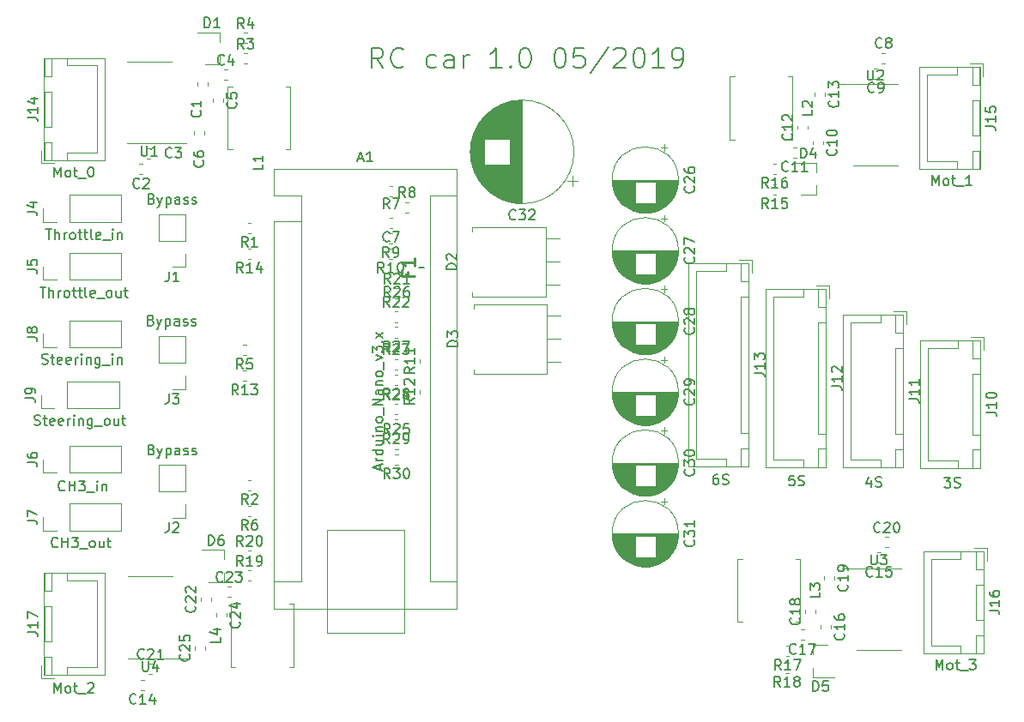
<source format=gbr>
G04 #@! TF.GenerationSoftware,KiCad,Pcbnew,5.1.5-52549c5~86~ubuntu16.04.1*
G04 #@! TF.CreationDate,2020-05-16T21:50:14+02:00*
G04 #@! TF.ProjectId,rc board,72632062-6f61-4726-942e-6b696361645f,rev?*
G04 #@! TF.SameCoordinates,Original*
G04 #@! TF.FileFunction,Legend,Top*
G04 #@! TF.FilePolarity,Positive*
%FSLAX46Y46*%
G04 Gerber Fmt 4.6, Leading zero omitted, Abs format (unit mm)*
G04 Created by KiCad (PCBNEW 5.1.5-52549c5~86~ubuntu16.04.1) date 2020-05-16 21:50:14*
%MOMM*%
%LPD*%
G04 APERTURE LIST*
%ADD10C,0.150000*%
%ADD11C,0.120000*%
%ADD12C,0.100000*%
%ADD13C,0.200000*%
%ADD14C,0.254000*%
G04 APERTURE END LIST*
D10*
X49715923Y-20411961D02*
X49049257Y-19459580D01*
X48573066Y-20411961D02*
X48573066Y-18411961D01*
X49334971Y-18411961D01*
X49525447Y-18507200D01*
X49620685Y-18602438D01*
X49715923Y-18792914D01*
X49715923Y-19078628D01*
X49620685Y-19269104D01*
X49525447Y-19364342D01*
X49334971Y-19459580D01*
X48573066Y-19459580D01*
X51715923Y-20221485D02*
X51620685Y-20316723D01*
X51334971Y-20411961D01*
X51144495Y-20411961D01*
X50858780Y-20316723D01*
X50668304Y-20126247D01*
X50573066Y-19935771D01*
X50477828Y-19554819D01*
X50477828Y-19269104D01*
X50573066Y-18888152D01*
X50668304Y-18697676D01*
X50858780Y-18507200D01*
X51144495Y-18411961D01*
X51334971Y-18411961D01*
X51620685Y-18507200D01*
X51715923Y-18602438D01*
X54954019Y-20316723D02*
X54763542Y-20411961D01*
X54382590Y-20411961D01*
X54192114Y-20316723D01*
X54096876Y-20221485D01*
X54001638Y-20031009D01*
X54001638Y-19459580D01*
X54096876Y-19269104D01*
X54192114Y-19173866D01*
X54382590Y-19078628D01*
X54763542Y-19078628D01*
X54954019Y-19173866D01*
X56668304Y-20411961D02*
X56668304Y-19364342D01*
X56573066Y-19173866D01*
X56382590Y-19078628D01*
X56001638Y-19078628D01*
X55811161Y-19173866D01*
X56668304Y-20316723D02*
X56477828Y-20411961D01*
X56001638Y-20411961D01*
X55811161Y-20316723D01*
X55715923Y-20126247D01*
X55715923Y-19935771D01*
X55811161Y-19745295D01*
X56001638Y-19650057D01*
X56477828Y-19650057D01*
X56668304Y-19554819D01*
X57620685Y-20411961D02*
X57620685Y-19078628D01*
X57620685Y-19459580D02*
X57715923Y-19269104D01*
X57811161Y-19173866D01*
X58001638Y-19078628D01*
X58192114Y-19078628D01*
X61430209Y-20411961D02*
X60287352Y-20411961D01*
X60858780Y-20411961D02*
X60858780Y-18411961D01*
X60668304Y-18697676D01*
X60477828Y-18888152D01*
X60287352Y-18983390D01*
X62287352Y-20221485D02*
X62382590Y-20316723D01*
X62287352Y-20411961D01*
X62192114Y-20316723D01*
X62287352Y-20221485D01*
X62287352Y-20411961D01*
X63620685Y-18411961D02*
X63811161Y-18411961D01*
X64001638Y-18507200D01*
X64096876Y-18602438D01*
X64192114Y-18792914D01*
X64287352Y-19173866D01*
X64287352Y-19650057D01*
X64192114Y-20031009D01*
X64096876Y-20221485D01*
X64001638Y-20316723D01*
X63811161Y-20411961D01*
X63620685Y-20411961D01*
X63430209Y-20316723D01*
X63334971Y-20221485D01*
X63239733Y-20031009D01*
X63144495Y-19650057D01*
X63144495Y-19173866D01*
X63239733Y-18792914D01*
X63334971Y-18602438D01*
X63430209Y-18507200D01*
X63620685Y-18411961D01*
X67049257Y-18411961D02*
X67239733Y-18411961D01*
X67430209Y-18507200D01*
X67525447Y-18602438D01*
X67620685Y-18792914D01*
X67715923Y-19173866D01*
X67715923Y-19650057D01*
X67620685Y-20031009D01*
X67525447Y-20221485D01*
X67430209Y-20316723D01*
X67239733Y-20411961D01*
X67049257Y-20411961D01*
X66858780Y-20316723D01*
X66763542Y-20221485D01*
X66668304Y-20031009D01*
X66573066Y-19650057D01*
X66573066Y-19173866D01*
X66668304Y-18792914D01*
X66763542Y-18602438D01*
X66858780Y-18507200D01*
X67049257Y-18411961D01*
X69525447Y-18411961D02*
X68573066Y-18411961D01*
X68477828Y-19364342D01*
X68573066Y-19269104D01*
X68763542Y-19173866D01*
X69239733Y-19173866D01*
X69430209Y-19269104D01*
X69525447Y-19364342D01*
X69620685Y-19554819D01*
X69620685Y-20031009D01*
X69525447Y-20221485D01*
X69430209Y-20316723D01*
X69239733Y-20411961D01*
X68763542Y-20411961D01*
X68573066Y-20316723D01*
X68477828Y-20221485D01*
X71906400Y-18316723D02*
X70192114Y-20888152D01*
X72477828Y-18602438D02*
X72573066Y-18507200D01*
X72763542Y-18411961D01*
X73239733Y-18411961D01*
X73430209Y-18507200D01*
X73525447Y-18602438D01*
X73620685Y-18792914D01*
X73620685Y-18983390D01*
X73525447Y-19269104D01*
X72382590Y-20411961D01*
X73620685Y-20411961D01*
X74858780Y-18411961D02*
X75049257Y-18411961D01*
X75239733Y-18507200D01*
X75334971Y-18602438D01*
X75430209Y-18792914D01*
X75525447Y-19173866D01*
X75525447Y-19650057D01*
X75430209Y-20031009D01*
X75334971Y-20221485D01*
X75239733Y-20316723D01*
X75049257Y-20411961D01*
X74858780Y-20411961D01*
X74668304Y-20316723D01*
X74573066Y-20221485D01*
X74477828Y-20031009D01*
X74382590Y-19650057D01*
X74382590Y-19173866D01*
X74477828Y-18792914D01*
X74573066Y-18602438D01*
X74668304Y-18507200D01*
X74858780Y-18411961D01*
X77430209Y-20411961D02*
X76287352Y-20411961D01*
X76858780Y-20411961D02*
X76858780Y-18411961D01*
X76668304Y-18697676D01*
X76477828Y-18888152D01*
X76287352Y-18983390D01*
X78382590Y-20411961D02*
X78763542Y-20411961D01*
X78954019Y-20316723D01*
X79049257Y-20221485D01*
X79239733Y-19935771D01*
X79334971Y-19554819D01*
X79334971Y-18792914D01*
X79239733Y-18602438D01*
X79144495Y-18507200D01*
X78954019Y-18411961D01*
X78573066Y-18411961D01*
X78382590Y-18507200D01*
X78287352Y-18602438D01*
X78192114Y-18792914D01*
X78192114Y-19269104D01*
X78287352Y-19459580D01*
X78382590Y-19554819D01*
X78573066Y-19650057D01*
X78954019Y-19650057D01*
X79144495Y-19554819D01*
X79239733Y-19459580D01*
X79334971Y-19269104D01*
D11*
X41592500Y-35534600D02*
X41592500Y-32994600D01*
X41592500Y-32994600D02*
X38922500Y-32994600D01*
X38922500Y-35534600D02*
X38922500Y-73764600D01*
X38922500Y-30324600D02*
X38922500Y-32994600D01*
X54292500Y-32994600D02*
X56962500Y-32994600D01*
X54292500Y-32994600D02*
X54292500Y-71094600D01*
X54292500Y-71094600D02*
X56962500Y-71094600D01*
X41592500Y-35534600D02*
X38922500Y-35534600D01*
X41592500Y-35534600D02*
X41592500Y-71094600D01*
X41592500Y-71094600D02*
X38922500Y-71094600D01*
D12*
X44132500Y-66014600D02*
X51752500Y-66014600D01*
X51752500Y-66014600D02*
X51752500Y-76174600D01*
X51752500Y-76174600D02*
X44132500Y-76174600D01*
X44132500Y-76174600D02*
X44132500Y-66014600D01*
D11*
X38922500Y-73764600D02*
X56962500Y-73764600D01*
X56962500Y-73764600D02*
X56962500Y-30324600D01*
X56962500Y-30324600D02*
X38922500Y-30324600D01*
X50607179Y-36675600D02*
X50281621Y-36675600D01*
X50607179Y-37695600D02*
X50281621Y-37695600D01*
X68392646Y-32051600D02*
X68392646Y-31051600D01*
X68892646Y-31551600D02*
X67892646Y-31551600D01*
X58332000Y-29275600D02*
X58332000Y-28077600D01*
X58372000Y-29538600D02*
X58372000Y-27814600D01*
X58412000Y-29738600D02*
X58412000Y-27614600D01*
X58452000Y-29906600D02*
X58452000Y-27446600D01*
X58492000Y-30054600D02*
X58492000Y-27298600D01*
X58532000Y-30186600D02*
X58532000Y-27166600D01*
X58572000Y-30306600D02*
X58572000Y-27046600D01*
X58612000Y-30418600D02*
X58612000Y-26934600D01*
X58652000Y-30522600D02*
X58652000Y-26830600D01*
X58692000Y-30620600D02*
X58692000Y-26732600D01*
X58732000Y-30713600D02*
X58732000Y-26639600D01*
X58772000Y-30801600D02*
X58772000Y-26551600D01*
X58812000Y-30885600D02*
X58812000Y-26467600D01*
X58852000Y-30965600D02*
X58852000Y-26387600D01*
X58892000Y-31041600D02*
X58892000Y-26311600D01*
X58932000Y-31115600D02*
X58932000Y-26237600D01*
X58972000Y-31186600D02*
X58972000Y-26166600D01*
X59012000Y-31255600D02*
X59012000Y-26097600D01*
X59052000Y-31321600D02*
X59052000Y-26031600D01*
X59092000Y-31385600D02*
X59092000Y-25967600D01*
X59132000Y-31446600D02*
X59132000Y-25906600D01*
X59172000Y-31506600D02*
X59172000Y-25846600D01*
X59212000Y-31565600D02*
X59212000Y-25787600D01*
X59252000Y-31621600D02*
X59252000Y-25731600D01*
X59292000Y-31676600D02*
X59292000Y-25676600D01*
X59332000Y-31730600D02*
X59332000Y-25622600D01*
X59372000Y-31782600D02*
X59372000Y-25570600D01*
X59412000Y-31832600D02*
X59412000Y-25520600D01*
X59452000Y-31882600D02*
X59452000Y-25470600D01*
X59492000Y-31930600D02*
X59492000Y-25422600D01*
X59532000Y-31977600D02*
X59532000Y-25375600D01*
X59572000Y-32023600D02*
X59572000Y-25329600D01*
X59612000Y-32068600D02*
X59612000Y-25284600D01*
X59652000Y-32112600D02*
X59652000Y-25240600D01*
X59692000Y-27435600D02*
X59692000Y-25198600D01*
X59692000Y-32154600D02*
X59692000Y-29917600D01*
X59732000Y-27435600D02*
X59732000Y-25156600D01*
X59732000Y-32196600D02*
X59732000Y-29917600D01*
X59772000Y-27435600D02*
X59772000Y-25115600D01*
X59772000Y-32237600D02*
X59772000Y-29917600D01*
X59812000Y-27435600D02*
X59812000Y-25075600D01*
X59812000Y-32277600D02*
X59812000Y-29917600D01*
X59852000Y-27435600D02*
X59852000Y-25036600D01*
X59852000Y-32316600D02*
X59852000Y-29917600D01*
X59892000Y-27435600D02*
X59892000Y-24997600D01*
X59892000Y-32355600D02*
X59892000Y-29917600D01*
X59932000Y-27435600D02*
X59932000Y-24960600D01*
X59932000Y-32392600D02*
X59932000Y-29917600D01*
X59972000Y-27435600D02*
X59972000Y-24923600D01*
X59972000Y-32429600D02*
X59972000Y-29917600D01*
X60012000Y-27435600D02*
X60012000Y-24887600D01*
X60012000Y-32465600D02*
X60012000Y-29917600D01*
X60052000Y-27435600D02*
X60052000Y-24852600D01*
X60052000Y-32500600D02*
X60052000Y-29917600D01*
X60092000Y-27435600D02*
X60092000Y-24818600D01*
X60092000Y-32534600D02*
X60092000Y-29917600D01*
X60132000Y-27435600D02*
X60132000Y-24784600D01*
X60132000Y-32568600D02*
X60132000Y-29917600D01*
X60172000Y-27435600D02*
X60172000Y-24751600D01*
X60172000Y-32601600D02*
X60172000Y-29917600D01*
X60212000Y-27435600D02*
X60212000Y-24719600D01*
X60212000Y-32633600D02*
X60212000Y-29917600D01*
X60252000Y-27435600D02*
X60252000Y-24687600D01*
X60252000Y-32665600D02*
X60252000Y-29917600D01*
X60292000Y-27435600D02*
X60292000Y-24656600D01*
X60292000Y-32696600D02*
X60292000Y-29917600D01*
X60332000Y-27435600D02*
X60332000Y-24626600D01*
X60332000Y-32726600D02*
X60332000Y-29917600D01*
X60372000Y-27435600D02*
X60372000Y-24596600D01*
X60372000Y-32756600D02*
X60372000Y-29917600D01*
X60412000Y-27435600D02*
X60412000Y-24566600D01*
X60412000Y-32786600D02*
X60412000Y-29917600D01*
X60452000Y-27435600D02*
X60452000Y-24538600D01*
X60452000Y-32814600D02*
X60452000Y-29917600D01*
X60492000Y-27435600D02*
X60492000Y-24510600D01*
X60492000Y-32842600D02*
X60492000Y-29917600D01*
X60532000Y-27435600D02*
X60532000Y-24482600D01*
X60532000Y-32870600D02*
X60532000Y-29917600D01*
X60572000Y-27435600D02*
X60572000Y-24455600D01*
X60572000Y-32897600D02*
X60572000Y-29917600D01*
X60612000Y-27435600D02*
X60612000Y-24429600D01*
X60612000Y-32923600D02*
X60612000Y-29917600D01*
X60652000Y-27435600D02*
X60652000Y-24403600D01*
X60652000Y-32949600D02*
X60652000Y-29917600D01*
X60692000Y-27435600D02*
X60692000Y-24378600D01*
X60692000Y-32974600D02*
X60692000Y-29917600D01*
X60732000Y-27435600D02*
X60732000Y-24353600D01*
X60732000Y-32999600D02*
X60732000Y-29917600D01*
X60772000Y-27435600D02*
X60772000Y-24329600D01*
X60772000Y-33023600D02*
X60772000Y-29917600D01*
X60812000Y-27435600D02*
X60812000Y-24305600D01*
X60812000Y-33047600D02*
X60812000Y-29917600D01*
X60852000Y-27435600D02*
X60852000Y-24281600D01*
X60852000Y-33071600D02*
X60852000Y-29917600D01*
X60892000Y-27435600D02*
X60892000Y-24259600D01*
X60892000Y-33093600D02*
X60892000Y-29917600D01*
X60932000Y-27435600D02*
X60932000Y-24236600D01*
X60932000Y-33116600D02*
X60932000Y-29917600D01*
X60972000Y-27435600D02*
X60972000Y-24214600D01*
X60972000Y-33138600D02*
X60972000Y-29917600D01*
X61012000Y-27435600D02*
X61012000Y-24193600D01*
X61012000Y-33159600D02*
X61012000Y-29917600D01*
X61052000Y-27435600D02*
X61052000Y-24172600D01*
X61052000Y-33180600D02*
X61052000Y-29917600D01*
X61092000Y-27435600D02*
X61092000Y-24151600D01*
X61092000Y-33201600D02*
X61092000Y-29917600D01*
X61132000Y-27435600D02*
X61132000Y-24131600D01*
X61132000Y-33221600D02*
X61132000Y-29917600D01*
X61172000Y-27435600D02*
X61172000Y-24112600D01*
X61172000Y-33240600D02*
X61172000Y-29917600D01*
X61212000Y-27435600D02*
X61212000Y-24092600D01*
X61212000Y-33260600D02*
X61212000Y-29917600D01*
X61252000Y-27435600D02*
X61252000Y-24073600D01*
X61252000Y-33279600D02*
X61252000Y-29917600D01*
X61292000Y-27435600D02*
X61292000Y-24055600D01*
X61292000Y-33297600D02*
X61292000Y-29917600D01*
X61332000Y-27435600D02*
X61332000Y-24037600D01*
X61332000Y-33315600D02*
X61332000Y-29917600D01*
X61372000Y-27435600D02*
X61372000Y-24019600D01*
X61372000Y-33333600D02*
X61372000Y-29917600D01*
X61412000Y-27435600D02*
X61412000Y-24002600D01*
X61412000Y-33350600D02*
X61412000Y-29917600D01*
X61452000Y-27435600D02*
X61452000Y-23986600D01*
X61452000Y-33366600D02*
X61452000Y-29917600D01*
X61492000Y-27435600D02*
X61492000Y-23969600D01*
X61492000Y-33383600D02*
X61492000Y-29917600D01*
X61532000Y-27435600D02*
X61532000Y-23953600D01*
X61532000Y-33399600D02*
X61532000Y-29917600D01*
X61572000Y-27435600D02*
X61572000Y-23938600D01*
X61572000Y-33414600D02*
X61572000Y-29917600D01*
X61612000Y-27435600D02*
X61612000Y-23922600D01*
X61612000Y-33430600D02*
X61612000Y-29917600D01*
X61652000Y-27435600D02*
X61652000Y-23908600D01*
X61652000Y-33444600D02*
X61652000Y-29917600D01*
X61692000Y-27435600D02*
X61692000Y-23893600D01*
X61692000Y-33459600D02*
X61692000Y-29917600D01*
X61732000Y-27435600D02*
X61732000Y-23879600D01*
X61732000Y-33473600D02*
X61732000Y-29917600D01*
X61772000Y-27435600D02*
X61772000Y-23865600D01*
X61772000Y-33487600D02*
X61772000Y-29917600D01*
X61812000Y-27435600D02*
X61812000Y-23852600D01*
X61812000Y-33500600D02*
X61812000Y-29917600D01*
X61852000Y-27435600D02*
X61852000Y-23839600D01*
X61852000Y-33513600D02*
X61852000Y-29917600D01*
X61892000Y-27435600D02*
X61892000Y-23826600D01*
X61892000Y-33526600D02*
X61892000Y-29917600D01*
X61932000Y-27435600D02*
X61932000Y-23814600D01*
X61932000Y-33538600D02*
X61932000Y-29917600D01*
X61972000Y-27435600D02*
X61972000Y-23802600D01*
X61972000Y-33550600D02*
X61972000Y-29917600D01*
X62012000Y-27435600D02*
X62012000Y-23791600D01*
X62012000Y-33561600D02*
X62012000Y-29917600D01*
X62052000Y-27435600D02*
X62052000Y-23779600D01*
X62052000Y-33573600D02*
X62052000Y-29917600D01*
X62092000Y-27435600D02*
X62092000Y-23769600D01*
X62092000Y-33583600D02*
X62092000Y-29917600D01*
X62132000Y-27435600D02*
X62132000Y-23758600D01*
X62132000Y-33594600D02*
X62132000Y-29917600D01*
X62172000Y-33604600D02*
X62172000Y-23748600D01*
X62212000Y-33614600D02*
X62212000Y-23738600D01*
X62252000Y-33623600D02*
X62252000Y-23729600D01*
X62292000Y-33632600D02*
X62292000Y-23720600D01*
X62332000Y-33641600D02*
X62332000Y-23711600D01*
X62372000Y-33650600D02*
X62372000Y-23702600D01*
X62412000Y-33658600D02*
X62412000Y-23694600D01*
X62452000Y-33666600D02*
X62452000Y-23686600D01*
X62492000Y-33673600D02*
X62492000Y-23679600D01*
X62532000Y-33680600D02*
X62532000Y-23672600D01*
X62572000Y-33687600D02*
X62572000Y-23665600D01*
X62612000Y-33694600D02*
X62612000Y-23658600D01*
X62652000Y-33700600D02*
X62652000Y-23652600D01*
X62692000Y-33706600D02*
X62692000Y-23646600D01*
X62733000Y-33711600D02*
X62733000Y-23641600D01*
X62773000Y-33716600D02*
X62773000Y-23636600D01*
X62813000Y-33721600D02*
X62813000Y-23631600D01*
X62853000Y-33726600D02*
X62853000Y-23626600D01*
X62893000Y-33730600D02*
X62893000Y-23622600D01*
X62933000Y-33734600D02*
X62933000Y-23618600D01*
X62973000Y-33738600D02*
X62973000Y-23614600D01*
X63013000Y-33741600D02*
X63013000Y-23611600D01*
X63053000Y-33744600D02*
X63053000Y-23608600D01*
X63093000Y-33746600D02*
X63093000Y-23606600D01*
X63133000Y-33749600D02*
X63133000Y-23603600D01*
X63173000Y-33751600D02*
X63173000Y-23601600D01*
X63213000Y-33753600D02*
X63213000Y-23599600D01*
X63253000Y-33754600D02*
X63253000Y-23598600D01*
X63293000Y-33755600D02*
X63293000Y-23597600D01*
X63333000Y-33756600D02*
X63333000Y-23596600D01*
X63373000Y-33756600D02*
X63373000Y-23596600D01*
X63413000Y-33756600D02*
X63413000Y-23596600D01*
X68533000Y-28676600D02*
G75*
G03X68533000Y-28676600I-5120000J0D01*
G01*
X78835000Y-66375600D02*
G75*
G03X78835000Y-66375600I-3270000J0D01*
G01*
X78795000Y-66375600D02*
X72335000Y-66375600D01*
X78795000Y-66415600D02*
X72335000Y-66415600D01*
X78795000Y-66455600D02*
X72335000Y-66455600D01*
X78793000Y-66495600D02*
X72337000Y-66495600D01*
X78792000Y-66535600D02*
X72338000Y-66535600D01*
X78789000Y-66575600D02*
X72341000Y-66575600D01*
X78787000Y-66615600D02*
X76605000Y-66615600D01*
X74525000Y-66615600D02*
X72343000Y-66615600D01*
X78783000Y-66655600D02*
X76605000Y-66655600D01*
X74525000Y-66655600D02*
X72347000Y-66655600D01*
X78780000Y-66695600D02*
X76605000Y-66695600D01*
X74525000Y-66695600D02*
X72350000Y-66695600D01*
X78776000Y-66735600D02*
X76605000Y-66735600D01*
X74525000Y-66735600D02*
X72354000Y-66735600D01*
X78771000Y-66775600D02*
X76605000Y-66775600D01*
X74525000Y-66775600D02*
X72359000Y-66775600D01*
X78766000Y-66815600D02*
X76605000Y-66815600D01*
X74525000Y-66815600D02*
X72364000Y-66815600D01*
X78760000Y-66855600D02*
X76605000Y-66855600D01*
X74525000Y-66855600D02*
X72370000Y-66855600D01*
X78754000Y-66895600D02*
X76605000Y-66895600D01*
X74525000Y-66895600D02*
X72376000Y-66895600D01*
X78747000Y-66935600D02*
X76605000Y-66935600D01*
X74525000Y-66935600D02*
X72383000Y-66935600D01*
X78740000Y-66975600D02*
X76605000Y-66975600D01*
X74525000Y-66975600D02*
X72390000Y-66975600D01*
X78732000Y-67015600D02*
X76605000Y-67015600D01*
X74525000Y-67015600D02*
X72398000Y-67015600D01*
X78724000Y-67055600D02*
X76605000Y-67055600D01*
X74525000Y-67055600D02*
X72406000Y-67055600D01*
X78715000Y-67096600D02*
X76605000Y-67096600D01*
X74525000Y-67096600D02*
X72415000Y-67096600D01*
X78706000Y-67136600D02*
X76605000Y-67136600D01*
X74525000Y-67136600D02*
X72424000Y-67136600D01*
X78696000Y-67176600D02*
X76605000Y-67176600D01*
X74525000Y-67176600D02*
X72434000Y-67176600D01*
X78686000Y-67216600D02*
X76605000Y-67216600D01*
X74525000Y-67216600D02*
X72444000Y-67216600D01*
X78675000Y-67256600D02*
X76605000Y-67256600D01*
X74525000Y-67256600D02*
X72455000Y-67256600D01*
X78663000Y-67296600D02*
X76605000Y-67296600D01*
X74525000Y-67296600D02*
X72467000Y-67296600D01*
X78651000Y-67336600D02*
X76605000Y-67336600D01*
X74525000Y-67336600D02*
X72479000Y-67336600D01*
X78639000Y-67376600D02*
X76605000Y-67376600D01*
X74525000Y-67376600D02*
X72491000Y-67376600D01*
X78626000Y-67416600D02*
X76605000Y-67416600D01*
X74525000Y-67416600D02*
X72504000Y-67416600D01*
X78612000Y-67456600D02*
X76605000Y-67456600D01*
X74525000Y-67456600D02*
X72518000Y-67456600D01*
X78598000Y-67496600D02*
X76605000Y-67496600D01*
X74525000Y-67496600D02*
X72532000Y-67496600D01*
X78583000Y-67536600D02*
X76605000Y-67536600D01*
X74525000Y-67536600D02*
X72547000Y-67536600D01*
X78567000Y-67576600D02*
X76605000Y-67576600D01*
X74525000Y-67576600D02*
X72563000Y-67576600D01*
X78551000Y-67616600D02*
X76605000Y-67616600D01*
X74525000Y-67616600D02*
X72579000Y-67616600D01*
X78535000Y-67656600D02*
X76605000Y-67656600D01*
X74525000Y-67656600D02*
X72595000Y-67656600D01*
X78517000Y-67696600D02*
X76605000Y-67696600D01*
X74525000Y-67696600D02*
X72613000Y-67696600D01*
X78499000Y-67736600D02*
X76605000Y-67736600D01*
X74525000Y-67736600D02*
X72631000Y-67736600D01*
X78481000Y-67776600D02*
X76605000Y-67776600D01*
X74525000Y-67776600D02*
X72649000Y-67776600D01*
X78461000Y-67816600D02*
X76605000Y-67816600D01*
X74525000Y-67816600D02*
X72669000Y-67816600D01*
X78441000Y-67856600D02*
X76605000Y-67856600D01*
X74525000Y-67856600D02*
X72689000Y-67856600D01*
X78421000Y-67896600D02*
X76605000Y-67896600D01*
X74525000Y-67896600D02*
X72709000Y-67896600D01*
X78399000Y-67936600D02*
X76605000Y-67936600D01*
X74525000Y-67936600D02*
X72731000Y-67936600D01*
X78377000Y-67976600D02*
X76605000Y-67976600D01*
X74525000Y-67976600D02*
X72753000Y-67976600D01*
X78355000Y-68016600D02*
X76605000Y-68016600D01*
X74525000Y-68016600D02*
X72775000Y-68016600D01*
X78331000Y-68056600D02*
X76605000Y-68056600D01*
X74525000Y-68056600D02*
X72799000Y-68056600D01*
X78307000Y-68096600D02*
X76605000Y-68096600D01*
X74525000Y-68096600D02*
X72823000Y-68096600D01*
X78281000Y-68136600D02*
X76605000Y-68136600D01*
X74525000Y-68136600D02*
X72849000Y-68136600D01*
X78255000Y-68176600D02*
X76605000Y-68176600D01*
X74525000Y-68176600D02*
X72875000Y-68176600D01*
X78229000Y-68216600D02*
X76605000Y-68216600D01*
X74525000Y-68216600D02*
X72901000Y-68216600D01*
X78201000Y-68256600D02*
X76605000Y-68256600D01*
X74525000Y-68256600D02*
X72929000Y-68256600D01*
X78172000Y-68296600D02*
X76605000Y-68296600D01*
X74525000Y-68296600D02*
X72958000Y-68296600D01*
X78143000Y-68336600D02*
X76605000Y-68336600D01*
X74525000Y-68336600D02*
X72987000Y-68336600D01*
X78113000Y-68376600D02*
X76605000Y-68376600D01*
X74525000Y-68376600D02*
X73017000Y-68376600D01*
X78081000Y-68416600D02*
X76605000Y-68416600D01*
X74525000Y-68416600D02*
X73049000Y-68416600D01*
X78049000Y-68456600D02*
X76605000Y-68456600D01*
X74525000Y-68456600D02*
X73081000Y-68456600D01*
X78015000Y-68496600D02*
X76605000Y-68496600D01*
X74525000Y-68496600D02*
X73115000Y-68496600D01*
X77981000Y-68536600D02*
X76605000Y-68536600D01*
X74525000Y-68536600D02*
X73149000Y-68536600D01*
X77945000Y-68576600D02*
X76605000Y-68576600D01*
X74525000Y-68576600D02*
X73185000Y-68576600D01*
X77908000Y-68616600D02*
X76605000Y-68616600D01*
X74525000Y-68616600D02*
X73222000Y-68616600D01*
X77870000Y-68656600D02*
X76605000Y-68656600D01*
X74525000Y-68656600D02*
X73260000Y-68656600D01*
X77830000Y-68696600D02*
X73300000Y-68696600D01*
X77789000Y-68736600D02*
X73341000Y-68736600D01*
X77747000Y-68776600D02*
X73383000Y-68776600D01*
X77702000Y-68816600D02*
X73428000Y-68816600D01*
X77657000Y-68856600D02*
X73473000Y-68856600D01*
X77609000Y-68896600D02*
X73521000Y-68896600D01*
X77560000Y-68936600D02*
X73570000Y-68936600D01*
X77509000Y-68976600D02*
X73621000Y-68976600D01*
X77455000Y-69016600D02*
X73675000Y-69016600D01*
X77399000Y-69056600D02*
X73731000Y-69056600D01*
X77341000Y-69096600D02*
X73789000Y-69096600D01*
X77279000Y-69136600D02*
X73851000Y-69136600D01*
X77215000Y-69176600D02*
X73915000Y-69176600D01*
X77146000Y-69216600D02*
X73984000Y-69216600D01*
X77074000Y-69256600D02*
X74056000Y-69256600D01*
X76997000Y-69296600D02*
X74133000Y-69296600D01*
X76915000Y-69336600D02*
X74215000Y-69336600D01*
X76827000Y-69376600D02*
X74303000Y-69376600D01*
X76730000Y-69416600D02*
X74400000Y-69416600D01*
X76624000Y-69456600D02*
X74506000Y-69456600D01*
X76505000Y-69496600D02*
X74625000Y-69496600D01*
X76367000Y-69536600D02*
X74763000Y-69536600D01*
X76198000Y-69576600D02*
X74932000Y-69576600D01*
X75967000Y-69616600D02*
X75163000Y-69616600D01*
X77404000Y-62875359D02*
X77404000Y-63505359D01*
X77719000Y-63190359D02*
X77089000Y-63190359D01*
X78835000Y-59390600D02*
G75*
G03X78835000Y-59390600I-3270000J0D01*
G01*
X78795000Y-59390600D02*
X72335000Y-59390600D01*
X78795000Y-59430600D02*
X72335000Y-59430600D01*
X78795000Y-59470600D02*
X72335000Y-59470600D01*
X78793000Y-59510600D02*
X72337000Y-59510600D01*
X78792000Y-59550600D02*
X72338000Y-59550600D01*
X78789000Y-59590600D02*
X72341000Y-59590600D01*
X78787000Y-59630600D02*
X76605000Y-59630600D01*
X74525000Y-59630600D02*
X72343000Y-59630600D01*
X78783000Y-59670600D02*
X76605000Y-59670600D01*
X74525000Y-59670600D02*
X72347000Y-59670600D01*
X78780000Y-59710600D02*
X76605000Y-59710600D01*
X74525000Y-59710600D02*
X72350000Y-59710600D01*
X78776000Y-59750600D02*
X76605000Y-59750600D01*
X74525000Y-59750600D02*
X72354000Y-59750600D01*
X78771000Y-59790600D02*
X76605000Y-59790600D01*
X74525000Y-59790600D02*
X72359000Y-59790600D01*
X78766000Y-59830600D02*
X76605000Y-59830600D01*
X74525000Y-59830600D02*
X72364000Y-59830600D01*
X78760000Y-59870600D02*
X76605000Y-59870600D01*
X74525000Y-59870600D02*
X72370000Y-59870600D01*
X78754000Y-59910600D02*
X76605000Y-59910600D01*
X74525000Y-59910600D02*
X72376000Y-59910600D01*
X78747000Y-59950600D02*
X76605000Y-59950600D01*
X74525000Y-59950600D02*
X72383000Y-59950600D01*
X78740000Y-59990600D02*
X76605000Y-59990600D01*
X74525000Y-59990600D02*
X72390000Y-59990600D01*
X78732000Y-60030600D02*
X76605000Y-60030600D01*
X74525000Y-60030600D02*
X72398000Y-60030600D01*
X78724000Y-60070600D02*
X76605000Y-60070600D01*
X74525000Y-60070600D02*
X72406000Y-60070600D01*
X78715000Y-60111600D02*
X76605000Y-60111600D01*
X74525000Y-60111600D02*
X72415000Y-60111600D01*
X78706000Y-60151600D02*
X76605000Y-60151600D01*
X74525000Y-60151600D02*
X72424000Y-60151600D01*
X78696000Y-60191600D02*
X76605000Y-60191600D01*
X74525000Y-60191600D02*
X72434000Y-60191600D01*
X78686000Y-60231600D02*
X76605000Y-60231600D01*
X74525000Y-60231600D02*
X72444000Y-60231600D01*
X78675000Y-60271600D02*
X76605000Y-60271600D01*
X74525000Y-60271600D02*
X72455000Y-60271600D01*
X78663000Y-60311600D02*
X76605000Y-60311600D01*
X74525000Y-60311600D02*
X72467000Y-60311600D01*
X78651000Y-60351600D02*
X76605000Y-60351600D01*
X74525000Y-60351600D02*
X72479000Y-60351600D01*
X78639000Y-60391600D02*
X76605000Y-60391600D01*
X74525000Y-60391600D02*
X72491000Y-60391600D01*
X78626000Y-60431600D02*
X76605000Y-60431600D01*
X74525000Y-60431600D02*
X72504000Y-60431600D01*
X78612000Y-60471600D02*
X76605000Y-60471600D01*
X74525000Y-60471600D02*
X72518000Y-60471600D01*
X78598000Y-60511600D02*
X76605000Y-60511600D01*
X74525000Y-60511600D02*
X72532000Y-60511600D01*
X78583000Y-60551600D02*
X76605000Y-60551600D01*
X74525000Y-60551600D02*
X72547000Y-60551600D01*
X78567000Y-60591600D02*
X76605000Y-60591600D01*
X74525000Y-60591600D02*
X72563000Y-60591600D01*
X78551000Y-60631600D02*
X76605000Y-60631600D01*
X74525000Y-60631600D02*
X72579000Y-60631600D01*
X78535000Y-60671600D02*
X76605000Y-60671600D01*
X74525000Y-60671600D02*
X72595000Y-60671600D01*
X78517000Y-60711600D02*
X76605000Y-60711600D01*
X74525000Y-60711600D02*
X72613000Y-60711600D01*
X78499000Y-60751600D02*
X76605000Y-60751600D01*
X74525000Y-60751600D02*
X72631000Y-60751600D01*
X78481000Y-60791600D02*
X76605000Y-60791600D01*
X74525000Y-60791600D02*
X72649000Y-60791600D01*
X78461000Y-60831600D02*
X76605000Y-60831600D01*
X74525000Y-60831600D02*
X72669000Y-60831600D01*
X78441000Y-60871600D02*
X76605000Y-60871600D01*
X74525000Y-60871600D02*
X72689000Y-60871600D01*
X78421000Y-60911600D02*
X76605000Y-60911600D01*
X74525000Y-60911600D02*
X72709000Y-60911600D01*
X78399000Y-60951600D02*
X76605000Y-60951600D01*
X74525000Y-60951600D02*
X72731000Y-60951600D01*
X78377000Y-60991600D02*
X76605000Y-60991600D01*
X74525000Y-60991600D02*
X72753000Y-60991600D01*
X78355000Y-61031600D02*
X76605000Y-61031600D01*
X74525000Y-61031600D02*
X72775000Y-61031600D01*
X78331000Y-61071600D02*
X76605000Y-61071600D01*
X74525000Y-61071600D02*
X72799000Y-61071600D01*
X78307000Y-61111600D02*
X76605000Y-61111600D01*
X74525000Y-61111600D02*
X72823000Y-61111600D01*
X78281000Y-61151600D02*
X76605000Y-61151600D01*
X74525000Y-61151600D02*
X72849000Y-61151600D01*
X78255000Y-61191600D02*
X76605000Y-61191600D01*
X74525000Y-61191600D02*
X72875000Y-61191600D01*
X78229000Y-61231600D02*
X76605000Y-61231600D01*
X74525000Y-61231600D02*
X72901000Y-61231600D01*
X78201000Y-61271600D02*
X76605000Y-61271600D01*
X74525000Y-61271600D02*
X72929000Y-61271600D01*
X78172000Y-61311600D02*
X76605000Y-61311600D01*
X74525000Y-61311600D02*
X72958000Y-61311600D01*
X78143000Y-61351600D02*
X76605000Y-61351600D01*
X74525000Y-61351600D02*
X72987000Y-61351600D01*
X78113000Y-61391600D02*
X76605000Y-61391600D01*
X74525000Y-61391600D02*
X73017000Y-61391600D01*
X78081000Y-61431600D02*
X76605000Y-61431600D01*
X74525000Y-61431600D02*
X73049000Y-61431600D01*
X78049000Y-61471600D02*
X76605000Y-61471600D01*
X74525000Y-61471600D02*
X73081000Y-61471600D01*
X78015000Y-61511600D02*
X76605000Y-61511600D01*
X74525000Y-61511600D02*
X73115000Y-61511600D01*
X77981000Y-61551600D02*
X76605000Y-61551600D01*
X74525000Y-61551600D02*
X73149000Y-61551600D01*
X77945000Y-61591600D02*
X76605000Y-61591600D01*
X74525000Y-61591600D02*
X73185000Y-61591600D01*
X77908000Y-61631600D02*
X76605000Y-61631600D01*
X74525000Y-61631600D02*
X73222000Y-61631600D01*
X77870000Y-61671600D02*
X76605000Y-61671600D01*
X74525000Y-61671600D02*
X73260000Y-61671600D01*
X77830000Y-61711600D02*
X73300000Y-61711600D01*
X77789000Y-61751600D02*
X73341000Y-61751600D01*
X77747000Y-61791600D02*
X73383000Y-61791600D01*
X77702000Y-61831600D02*
X73428000Y-61831600D01*
X77657000Y-61871600D02*
X73473000Y-61871600D01*
X77609000Y-61911600D02*
X73521000Y-61911600D01*
X77560000Y-61951600D02*
X73570000Y-61951600D01*
X77509000Y-61991600D02*
X73621000Y-61991600D01*
X77455000Y-62031600D02*
X73675000Y-62031600D01*
X77399000Y-62071600D02*
X73731000Y-62071600D01*
X77341000Y-62111600D02*
X73789000Y-62111600D01*
X77279000Y-62151600D02*
X73851000Y-62151600D01*
X77215000Y-62191600D02*
X73915000Y-62191600D01*
X77146000Y-62231600D02*
X73984000Y-62231600D01*
X77074000Y-62271600D02*
X74056000Y-62271600D01*
X76997000Y-62311600D02*
X74133000Y-62311600D01*
X76915000Y-62351600D02*
X74215000Y-62351600D01*
X76827000Y-62391600D02*
X74303000Y-62391600D01*
X76730000Y-62431600D02*
X74400000Y-62431600D01*
X76624000Y-62471600D02*
X74506000Y-62471600D01*
X76505000Y-62511600D02*
X74625000Y-62511600D01*
X76367000Y-62551600D02*
X74763000Y-62551600D01*
X76198000Y-62591600D02*
X74932000Y-62591600D01*
X75967000Y-62631600D02*
X75163000Y-62631600D01*
X77404000Y-55890359D02*
X77404000Y-56520359D01*
X77719000Y-56205359D02*
X77089000Y-56205359D01*
X78835000Y-52405600D02*
G75*
G03X78835000Y-52405600I-3270000J0D01*
G01*
X78795000Y-52405600D02*
X72335000Y-52405600D01*
X78795000Y-52445600D02*
X72335000Y-52445600D01*
X78795000Y-52485600D02*
X72335000Y-52485600D01*
X78793000Y-52525600D02*
X72337000Y-52525600D01*
X78792000Y-52565600D02*
X72338000Y-52565600D01*
X78789000Y-52605600D02*
X72341000Y-52605600D01*
X78787000Y-52645600D02*
X76605000Y-52645600D01*
X74525000Y-52645600D02*
X72343000Y-52645600D01*
X78783000Y-52685600D02*
X76605000Y-52685600D01*
X74525000Y-52685600D02*
X72347000Y-52685600D01*
X78780000Y-52725600D02*
X76605000Y-52725600D01*
X74525000Y-52725600D02*
X72350000Y-52725600D01*
X78776000Y-52765600D02*
X76605000Y-52765600D01*
X74525000Y-52765600D02*
X72354000Y-52765600D01*
X78771000Y-52805600D02*
X76605000Y-52805600D01*
X74525000Y-52805600D02*
X72359000Y-52805600D01*
X78766000Y-52845600D02*
X76605000Y-52845600D01*
X74525000Y-52845600D02*
X72364000Y-52845600D01*
X78760000Y-52885600D02*
X76605000Y-52885600D01*
X74525000Y-52885600D02*
X72370000Y-52885600D01*
X78754000Y-52925600D02*
X76605000Y-52925600D01*
X74525000Y-52925600D02*
X72376000Y-52925600D01*
X78747000Y-52965600D02*
X76605000Y-52965600D01*
X74525000Y-52965600D02*
X72383000Y-52965600D01*
X78740000Y-53005600D02*
X76605000Y-53005600D01*
X74525000Y-53005600D02*
X72390000Y-53005600D01*
X78732000Y-53045600D02*
X76605000Y-53045600D01*
X74525000Y-53045600D02*
X72398000Y-53045600D01*
X78724000Y-53085600D02*
X76605000Y-53085600D01*
X74525000Y-53085600D02*
X72406000Y-53085600D01*
X78715000Y-53126600D02*
X76605000Y-53126600D01*
X74525000Y-53126600D02*
X72415000Y-53126600D01*
X78706000Y-53166600D02*
X76605000Y-53166600D01*
X74525000Y-53166600D02*
X72424000Y-53166600D01*
X78696000Y-53206600D02*
X76605000Y-53206600D01*
X74525000Y-53206600D02*
X72434000Y-53206600D01*
X78686000Y-53246600D02*
X76605000Y-53246600D01*
X74525000Y-53246600D02*
X72444000Y-53246600D01*
X78675000Y-53286600D02*
X76605000Y-53286600D01*
X74525000Y-53286600D02*
X72455000Y-53286600D01*
X78663000Y-53326600D02*
X76605000Y-53326600D01*
X74525000Y-53326600D02*
X72467000Y-53326600D01*
X78651000Y-53366600D02*
X76605000Y-53366600D01*
X74525000Y-53366600D02*
X72479000Y-53366600D01*
X78639000Y-53406600D02*
X76605000Y-53406600D01*
X74525000Y-53406600D02*
X72491000Y-53406600D01*
X78626000Y-53446600D02*
X76605000Y-53446600D01*
X74525000Y-53446600D02*
X72504000Y-53446600D01*
X78612000Y-53486600D02*
X76605000Y-53486600D01*
X74525000Y-53486600D02*
X72518000Y-53486600D01*
X78598000Y-53526600D02*
X76605000Y-53526600D01*
X74525000Y-53526600D02*
X72532000Y-53526600D01*
X78583000Y-53566600D02*
X76605000Y-53566600D01*
X74525000Y-53566600D02*
X72547000Y-53566600D01*
X78567000Y-53606600D02*
X76605000Y-53606600D01*
X74525000Y-53606600D02*
X72563000Y-53606600D01*
X78551000Y-53646600D02*
X76605000Y-53646600D01*
X74525000Y-53646600D02*
X72579000Y-53646600D01*
X78535000Y-53686600D02*
X76605000Y-53686600D01*
X74525000Y-53686600D02*
X72595000Y-53686600D01*
X78517000Y-53726600D02*
X76605000Y-53726600D01*
X74525000Y-53726600D02*
X72613000Y-53726600D01*
X78499000Y-53766600D02*
X76605000Y-53766600D01*
X74525000Y-53766600D02*
X72631000Y-53766600D01*
X78481000Y-53806600D02*
X76605000Y-53806600D01*
X74525000Y-53806600D02*
X72649000Y-53806600D01*
X78461000Y-53846600D02*
X76605000Y-53846600D01*
X74525000Y-53846600D02*
X72669000Y-53846600D01*
X78441000Y-53886600D02*
X76605000Y-53886600D01*
X74525000Y-53886600D02*
X72689000Y-53886600D01*
X78421000Y-53926600D02*
X76605000Y-53926600D01*
X74525000Y-53926600D02*
X72709000Y-53926600D01*
X78399000Y-53966600D02*
X76605000Y-53966600D01*
X74525000Y-53966600D02*
X72731000Y-53966600D01*
X78377000Y-54006600D02*
X76605000Y-54006600D01*
X74525000Y-54006600D02*
X72753000Y-54006600D01*
X78355000Y-54046600D02*
X76605000Y-54046600D01*
X74525000Y-54046600D02*
X72775000Y-54046600D01*
X78331000Y-54086600D02*
X76605000Y-54086600D01*
X74525000Y-54086600D02*
X72799000Y-54086600D01*
X78307000Y-54126600D02*
X76605000Y-54126600D01*
X74525000Y-54126600D02*
X72823000Y-54126600D01*
X78281000Y-54166600D02*
X76605000Y-54166600D01*
X74525000Y-54166600D02*
X72849000Y-54166600D01*
X78255000Y-54206600D02*
X76605000Y-54206600D01*
X74525000Y-54206600D02*
X72875000Y-54206600D01*
X78229000Y-54246600D02*
X76605000Y-54246600D01*
X74525000Y-54246600D02*
X72901000Y-54246600D01*
X78201000Y-54286600D02*
X76605000Y-54286600D01*
X74525000Y-54286600D02*
X72929000Y-54286600D01*
X78172000Y-54326600D02*
X76605000Y-54326600D01*
X74525000Y-54326600D02*
X72958000Y-54326600D01*
X78143000Y-54366600D02*
X76605000Y-54366600D01*
X74525000Y-54366600D02*
X72987000Y-54366600D01*
X78113000Y-54406600D02*
X76605000Y-54406600D01*
X74525000Y-54406600D02*
X73017000Y-54406600D01*
X78081000Y-54446600D02*
X76605000Y-54446600D01*
X74525000Y-54446600D02*
X73049000Y-54446600D01*
X78049000Y-54486600D02*
X76605000Y-54486600D01*
X74525000Y-54486600D02*
X73081000Y-54486600D01*
X78015000Y-54526600D02*
X76605000Y-54526600D01*
X74525000Y-54526600D02*
X73115000Y-54526600D01*
X77981000Y-54566600D02*
X76605000Y-54566600D01*
X74525000Y-54566600D02*
X73149000Y-54566600D01*
X77945000Y-54606600D02*
X76605000Y-54606600D01*
X74525000Y-54606600D02*
X73185000Y-54606600D01*
X77908000Y-54646600D02*
X76605000Y-54646600D01*
X74525000Y-54646600D02*
X73222000Y-54646600D01*
X77870000Y-54686600D02*
X76605000Y-54686600D01*
X74525000Y-54686600D02*
X73260000Y-54686600D01*
X77830000Y-54726600D02*
X73300000Y-54726600D01*
X77789000Y-54766600D02*
X73341000Y-54766600D01*
X77747000Y-54806600D02*
X73383000Y-54806600D01*
X77702000Y-54846600D02*
X73428000Y-54846600D01*
X77657000Y-54886600D02*
X73473000Y-54886600D01*
X77609000Y-54926600D02*
X73521000Y-54926600D01*
X77560000Y-54966600D02*
X73570000Y-54966600D01*
X77509000Y-55006600D02*
X73621000Y-55006600D01*
X77455000Y-55046600D02*
X73675000Y-55046600D01*
X77399000Y-55086600D02*
X73731000Y-55086600D01*
X77341000Y-55126600D02*
X73789000Y-55126600D01*
X77279000Y-55166600D02*
X73851000Y-55166600D01*
X77215000Y-55206600D02*
X73915000Y-55206600D01*
X77146000Y-55246600D02*
X73984000Y-55246600D01*
X77074000Y-55286600D02*
X74056000Y-55286600D01*
X76997000Y-55326600D02*
X74133000Y-55326600D01*
X76915000Y-55366600D02*
X74215000Y-55366600D01*
X76827000Y-55406600D02*
X74303000Y-55406600D01*
X76730000Y-55446600D02*
X74400000Y-55446600D01*
X76624000Y-55486600D02*
X74506000Y-55486600D01*
X76505000Y-55526600D02*
X74625000Y-55526600D01*
X76367000Y-55566600D02*
X74763000Y-55566600D01*
X76198000Y-55606600D02*
X74932000Y-55606600D01*
X75967000Y-55646600D02*
X75163000Y-55646600D01*
X77404000Y-48905359D02*
X77404000Y-49535359D01*
X77719000Y-49220359D02*
X77089000Y-49220359D01*
X78835000Y-45420600D02*
G75*
G03X78835000Y-45420600I-3270000J0D01*
G01*
X78795000Y-45420600D02*
X72335000Y-45420600D01*
X78795000Y-45460600D02*
X72335000Y-45460600D01*
X78795000Y-45500600D02*
X72335000Y-45500600D01*
X78793000Y-45540600D02*
X72337000Y-45540600D01*
X78792000Y-45580600D02*
X72338000Y-45580600D01*
X78789000Y-45620600D02*
X72341000Y-45620600D01*
X78787000Y-45660600D02*
X76605000Y-45660600D01*
X74525000Y-45660600D02*
X72343000Y-45660600D01*
X78783000Y-45700600D02*
X76605000Y-45700600D01*
X74525000Y-45700600D02*
X72347000Y-45700600D01*
X78780000Y-45740600D02*
X76605000Y-45740600D01*
X74525000Y-45740600D02*
X72350000Y-45740600D01*
X78776000Y-45780600D02*
X76605000Y-45780600D01*
X74525000Y-45780600D02*
X72354000Y-45780600D01*
X78771000Y-45820600D02*
X76605000Y-45820600D01*
X74525000Y-45820600D02*
X72359000Y-45820600D01*
X78766000Y-45860600D02*
X76605000Y-45860600D01*
X74525000Y-45860600D02*
X72364000Y-45860600D01*
X78760000Y-45900600D02*
X76605000Y-45900600D01*
X74525000Y-45900600D02*
X72370000Y-45900600D01*
X78754000Y-45940600D02*
X76605000Y-45940600D01*
X74525000Y-45940600D02*
X72376000Y-45940600D01*
X78747000Y-45980600D02*
X76605000Y-45980600D01*
X74525000Y-45980600D02*
X72383000Y-45980600D01*
X78740000Y-46020600D02*
X76605000Y-46020600D01*
X74525000Y-46020600D02*
X72390000Y-46020600D01*
X78732000Y-46060600D02*
X76605000Y-46060600D01*
X74525000Y-46060600D02*
X72398000Y-46060600D01*
X78724000Y-46100600D02*
X76605000Y-46100600D01*
X74525000Y-46100600D02*
X72406000Y-46100600D01*
X78715000Y-46141600D02*
X76605000Y-46141600D01*
X74525000Y-46141600D02*
X72415000Y-46141600D01*
X78706000Y-46181600D02*
X76605000Y-46181600D01*
X74525000Y-46181600D02*
X72424000Y-46181600D01*
X78696000Y-46221600D02*
X76605000Y-46221600D01*
X74525000Y-46221600D02*
X72434000Y-46221600D01*
X78686000Y-46261600D02*
X76605000Y-46261600D01*
X74525000Y-46261600D02*
X72444000Y-46261600D01*
X78675000Y-46301600D02*
X76605000Y-46301600D01*
X74525000Y-46301600D02*
X72455000Y-46301600D01*
X78663000Y-46341600D02*
X76605000Y-46341600D01*
X74525000Y-46341600D02*
X72467000Y-46341600D01*
X78651000Y-46381600D02*
X76605000Y-46381600D01*
X74525000Y-46381600D02*
X72479000Y-46381600D01*
X78639000Y-46421600D02*
X76605000Y-46421600D01*
X74525000Y-46421600D02*
X72491000Y-46421600D01*
X78626000Y-46461600D02*
X76605000Y-46461600D01*
X74525000Y-46461600D02*
X72504000Y-46461600D01*
X78612000Y-46501600D02*
X76605000Y-46501600D01*
X74525000Y-46501600D02*
X72518000Y-46501600D01*
X78598000Y-46541600D02*
X76605000Y-46541600D01*
X74525000Y-46541600D02*
X72532000Y-46541600D01*
X78583000Y-46581600D02*
X76605000Y-46581600D01*
X74525000Y-46581600D02*
X72547000Y-46581600D01*
X78567000Y-46621600D02*
X76605000Y-46621600D01*
X74525000Y-46621600D02*
X72563000Y-46621600D01*
X78551000Y-46661600D02*
X76605000Y-46661600D01*
X74525000Y-46661600D02*
X72579000Y-46661600D01*
X78535000Y-46701600D02*
X76605000Y-46701600D01*
X74525000Y-46701600D02*
X72595000Y-46701600D01*
X78517000Y-46741600D02*
X76605000Y-46741600D01*
X74525000Y-46741600D02*
X72613000Y-46741600D01*
X78499000Y-46781600D02*
X76605000Y-46781600D01*
X74525000Y-46781600D02*
X72631000Y-46781600D01*
X78481000Y-46821600D02*
X76605000Y-46821600D01*
X74525000Y-46821600D02*
X72649000Y-46821600D01*
X78461000Y-46861600D02*
X76605000Y-46861600D01*
X74525000Y-46861600D02*
X72669000Y-46861600D01*
X78441000Y-46901600D02*
X76605000Y-46901600D01*
X74525000Y-46901600D02*
X72689000Y-46901600D01*
X78421000Y-46941600D02*
X76605000Y-46941600D01*
X74525000Y-46941600D02*
X72709000Y-46941600D01*
X78399000Y-46981600D02*
X76605000Y-46981600D01*
X74525000Y-46981600D02*
X72731000Y-46981600D01*
X78377000Y-47021600D02*
X76605000Y-47021600D01*
X74525000Y-47021600D02*
X72753000Y-47021600D01*
X78355000Y-47061600D02*
X76605000Y-47061600D01*
X74525000Y-47061600D02*
X72775000Y-47061600D01*
X78331000Y-47101600D02*
X76605000Y-47101600D01*
X74525000Y-47101600D02*
X72799000Y-47101600D01*
X78307000Y-47141600D02*
X76605000Y-47141600D01*
X74525000Y-47141600D02*
X72823000Y-47141600D01*
X78281000Y-47181600D02*
X76605000Y-47181600D01*
X74525000Y-47181600D02*
X72849000Y-47181600D01*
X78255000Y-47221600D02*
X76605000Y-47221600D01*
X74525000Y-47221600D02*
X72875000Y-47221600D01*
X78229000Y-47261600D02*
X76605000Y-47261600D01*
X74525000Y-47261600D02*
X72901000Y-47261600D01*
X78201000Y-47301600D02*
X76605000Y-47301600D01*
X74525000Y-47301600D02*
X72929000Y-47301600D01*
X78172000Y-47341600D02*
X76605000Y-47341600D01*
X74525000Y-47341600D02*
X72958000Y-47341600D01*
X78143000Y-47381600D02*
X76605000Y-47381600D01*
X74525000Y-47381600D02*
X72987000Y-47381600D01*
X78113000Y-47421600D02*
X76605000Y-47421600D01*
X74525000Y-47421600D02*
X73017000Y-47421600D01*
X78081000Y-47461600D02*
X76605000Y-47461600D01*
X74525000Y-47461600D02*
X73049000Y-47461600D01*
X78049000Y-47501600D02*
X76605000Y-47501600D01*
X74525000Y-47501600D02*
X73081000Y-47501600D01*
X78015000Y-47541600D02*
X76605000Y-47541600D01*
X74525000Y-47541600D02*
X73115000Y-47541600D01*
X77981000Y-47581600D02*
X76605000Y-47581600D01*
X74525000Y-47581600D02*
X73149000Y-47581600D01*
X77945000Y-47621600D02*
X76605000Y-47621600D01*
X74525000Y-47621600D02*
X73185000Y-47621600D01*
X77908000Y-47661600D02*
X76605000Y-47661600D01*
X74525000Y-47661600D02*
X73222000Y-47661600D01*
X77870000Y-47701600D02*
X76605000Y-47701600D01*
X74525000Y-47701600D02*
X73260000Y-47701600D01*
X77830000Y-47741600D02*
X73300000Y-47741600D01*
X77789000Y-47781600D02*
X73341000Y-47781600D01*
X77747000Y-47821600D02*
X73383000Y-47821600D01*
X77702000Y-47861600D02*
X73428000Y-47861600D01*
X77657000Y-47901600D02*
X73473000Y-47901600D01*
X77609000Y-47941600D02*
X73521000Y-47941600D01*
X77560000Y-47981600D02*
X73570000Y-47981600D01*
X77509000Y-48021600D02*
X73621000Y-48021600D01*
X77455000Y-48061600D02*
X73675000Y-48061600D01*
X77399000Y-48101600D02*
X73731000Y-48101600D01*
X77341000Y-48141600D02*
X73789000Y-48141600D01*
X77279000Y-48181600D02*
X73851000Y-48181600D01*
X77215000Y-48221600D02*
X73915000Y-48221600D01*
X77146000Y-48261600D02*
X73984000Y-48261600D01*
X77074000Y-48301600D02*
X74056000Y-48301600D01*
X76997000Y-48341600D02*
X74133000Y-48341600D01*
X76915000Y-48381600D02*
X74215000Y-48381600D01*
X76827000Y-48421600D02*
X74303000Y-48421600D01*
X76730000Y-48461600D02*
X74400000Y-48461600D01*
X76624000Y-48501600D02*
X74506000Y-48501600D01*
X76505000Y-48541600D02*
X74625000Y-48541600D01*
X76367000Y-48581600D02*
X74763000Y-48581600D01*
X76198000Y-48621600D02*
X74932000Y-48621600D01*
X75967000Y-48661600D02*
X75163000Y-48661600D01*
X77404000Y-41920359D02*
X77404000Y-42550359D01*
X77719000Y-42235359D02*
X77089000Y-42235359D01*
X78835000Y-38435600D02*
G75*
G03X78835000Y-38435600I-3270000J0D01*
G01*
X78795000Y-38435600D02*
X72335000Y-38435600D01*
X78795000Y-38475600D02*
X72335000Y-38475600D01*
X78795000Y-38515600D02*
X72335000Y-38515600D01*
X78793000Y-38555600D02*
X72337000Y-38555600D01*
X78792000Y-38595600D02*
X72338000Y-38595600D01*
X78789000Y-38635600D02*
X72341000Y-38635600D01*
X78787000Y-38675600D02*
X76605000Y-38675600D01*
X74525000Y-38675600D02*
X72343000Y-38675600D01*
X78783000Y-38715600D02*
X76605000Y-38715600D01*
X74525000Y-38715600D02*
X72347000Y-38715600D01*
X78780000Y-38755600D02*
X76605000Y-38755600D01*
X74525000Y-38755600D02*
X72350000Y-38755600D01*
X78776000Y-38795600D02*
X76605000Y-38795600D01*
X74525000Y-38795600D02*
X72354000Y-38795600D01*
X78771000Y-38835600D02*
X76605000Y-38835600D01*
X74525000Y-38835600D02*
X72359000Y-38835600D01*
X78766000Y-38875600D02*
X76605000Y-38875600D01*
X74525000Y-38875600D02*
X72364000Y-38875600D01*
X78760000Y-38915600D02*
X76605000Y-38915600D01*
X74525000Y-38915600D02*
X72370000Y-38915600D01*
X78754000Y-38955600D02*
X76605000Y-38955600D01*
X74525000Y-38955600D02*
X72376000Y-38955600D01*
X78747000Y-38995600D02*
X76605000Y-38995600D01*
X74525000Y-38995600D02*
X72383000Y-38995600D01*
X78740000Y-39035600D02*
X76605000Y-39035600D01*
X74525000Y-39035600D02*
X72390000Y-39035600D01*
X78732000Y-39075600D02*
X76605000Y-39075600D01*
X74525000Y-39075600D02*
X72398000Y-39075600D01*
X78724000Y-39115600D02*
X76605000Y-39115600D01*
X74525000Y-39115600D02*
X72406000Y-39115600D01*
X78715000Y-39156600D02*
X76605000Y-39156600D01*
X74525000Y-39156600D02*
X72415000Y-39156600D01*
X78706000Y-39196600D02*
X76605000Y-39196600D01*
X74525000Y-39196600D02*
X72424000Y-39196600D01*
X78696000Y-39236600D02*
X76605000Y-39236600D01*
X74525000Y-39236600D02*
X72434000Y-39236600D01*
X78686000Y-39276600D02*
X76605000Y-39276600D01*
X74525000Y-39276600D02*
X72444000Y-39276600D01*
X78675000Y-39316600D02*
X76605000Y-39316600D01*
X74525000Y-39316600D02*
X72455000Y-39316600D01*
X78663000Y-39356600D02*
X76605000Y-39356600D01*
X74525000Y-39356600D02*
X72467000Y-39356600D01*
X78651000Y-39396600D02*
X76605000Y-39396600D01*
X74525000Y-39396600D02*
X72479000Y-39396600D01*
X78639000Y-39436600D02*
X76605000Y-39436600D01*
X74525000Y-39436600D02*
X72491000Y-39436600D01*
X78626000Y-39476600D02*
X76605000Y-39476600D01*
X74525000Y-39476600D02*
X72504000Y-39476600D01*
X78612000Y-39516600D02*
X76605000Y-39516600D01*
X74525000Y-39516600D02*
X72518000Y-39516600D01*
X78598000Y-39556600D02*
X76605000Y-39556600D01*
X74525000Y-39556600D02*
X72532000Y-39556600D01*
X78583000Y-39596600D02*
X76605000Y-39596600D01*
X74525000Y-39596600D02*
X72547000Y-39596600D01*
X78567000Y-39636600D02*
X76605000Y-39636600D01*
X74525000Y-39636600D02*
X72563000Y-39636600D01*
X78551000Y-39676600D02*
X76605000Y-39676600D01*
X74525000Y-39676600D02*
X72579000Y-39676600D01*
X78535000Y-39716600D02*
X76605000Y-39716600D01*
X74525000Y-39716600D02*
X72595000Y-39716600D01*
X78517000Y-39756600D02*
X76605000Y-39756600D01*
X74525000Y-39756600D02*
X72613000Y-39756600D01*
X78499000Y-39796600D02*
X76605000Y-39796600D01*
X74525000Y-39796600D02*
X72631000Y-39796600D01*
X78481000Y-39836600D02*
X76605000Y-39836600D01*
X74525000Y-39836600D02*
X72649000Y-39836600D01*
X78461000Y-39876600D02*
X76605000Y-39876600D01*
X74525000Y-39876600D02*
X72669000Y-39876600D01*
X78441000Y-39916600D02*
X76605000Y-39916600D01*
X74525000Y-39916600D02*
X72689000Y-39916600D01*
X78421000Y-39956600D02*
X76605000Y-39956600D01*
X74525000Y-39956600D02*
X72709000Y-39956600D01*
X78399000Y-39996600D02*
X76605000Y-39996600D01*
X74525000Y-39996600D02*
X72731000Y-39996600D01*
X78377000Y-40036600D02*
X76605000Y-40036600D01*
X74525000Y-40036600D02*
X72753000Y-40036600D01*
X78355000Y-40076600D02*
X76605000Y-40076600D01*
X74525000Y-40076600D02*
X72775000Y-40076600D01*
X78331000Y-40116600D02*
X76605000Y-40116600D01*
X74525000Y-40116600D02*
X72799000Y-40116600D01*
X78307000Y-40156600D02*
X76605000Y-40156600D01*
X74525000Y-40156600D02*
X72823000Y-40156600D01*
X78281000Y-40196600D02*
X76605000Y-40196600D01*
X74525000Y-40196600D02*
X72849000Y-40196600D01*
X78255000Y-40236600D02*
X76605000Y-40236600D01*
X74525000Y-40236600D02*
X72875000Y-40236600D01*
X78229000Y-40276600D02*
X76605000Y-40276600D01*
X74525000Y-40276600D02*
X72901000Y-40276600D01*
X78201000Y-40316600D02*
X76605000Y-40316600D01*
X74525000Y-40316600D02*
X72929000Y-40316600D01*
X78172000Y-40356600D02*
X76605000Y-40356600D01*
X74525000Y-40356600D02*
X72958000Y-40356600D01*
X78143000Y-40396600D02*
X76605000Y-40396600D01*
X74525000Y-40396600D02*
X72987000Y-40396600D01*
X78113000Y-40436600D02*
X76605000Y-40436600D01*
X74525000Y-40436600D02*
X73017000Y-40436600D01*
X78081000Y-40476600D02*
X76605000Y-40476600D01*
X74525000Y-40476600D02*
X73049000Y-40476600D01*
X78049000Y-40516600D02*
X76605000Y-40516600D01*
X74525000Y-40516600D02*
X73081000Y-40516600D01*
X78015000Y-40556600D02*
X76605000Y-40556600D01*
X74525000Y-40556600D02*
X73115000Y-40556600D01*
X77981000Y-40596600D02*
X76605000Y-40596600D01*
X74525000Y-40596600D02*
X73149000Y-40596600D01*
X77945000Y-40636600D02*
X76605000Y-40636600D01*
X74525000Y-40636600D02*
X73185000Y-40636600D01*
X77908000Y-40676600D02*
X76605000Y-40676600D01*
X74525000Y-40676600D02*
X73222000Y-40676600D01*
X77870000Y-40716600D02*
X76605000Y-40716600D01*
X74525000Y-40716600D02*
X73260000Y-40716600D01*
X77830000Y-40756600D02*
X73300000Y-40756600D01*
X77789000Y-40796600D02*
X73341000Y-40796600D01*
X77747000Y-40836600D02*
X73383000Y-40836600D01*
X77702000Y-40876600D02*
X73428000Y-40876600D01*
X77657000Y-40916600D02*
X73473000Y-40916600D01*
X77609000Y-40956600D02*
X73521000Y-40956600D01*
X77560000Y-40996600D02*
X73570000Y-40996600D01*
X77509000Y-41036600D02*
X73621000Y-41036600D01*
X77455000Y-41076600D02*
X73675000Y-41076600D01*
X77399000Y-41116600D02*
X73731000Y-41116600D01*
X77341000Y-41156600D02*
X73789000Y-41156600D01*
X77279000Y-41196600D02*
X73851000Y-41196600D01*
X77215000Y-41236600D02*
X73915000Y-41236600D01*
X77146000Y-41276600D02*
X73984000Y-41276600D01*
X77074000Y-41316600D02*
X74056000Y-41316600D01*
X76997000Y-41356600D02*
X74133000Y-41356600D01*
X76915000Y-41396600D02*
X74215000Y-41396600D01*
X76827000Y-41436600D02*
X74303000Y-41436600D01*
X76730000Y-41476600D02*
X74400000Y-41476600D01*
X76624000Y-41516600D02*
X74506000Y-41516600D01*
X76505000Y-41556600D02*
X74625000Y-41556600D01*
X76367000Y-41596600D02*
X74763000Y-41596600D01*
X76198000Y-41636600D02*
X74932000Y-41636600D01*
X75967000Y-41676600D02*
X75163000Y-41676600D01*
X77404000Y-34935359D02*
X77404000Y-35565359D01*
X77719000Y-35250359D02*
X77089000Y-35250359D01*
X78835000Y-31450600D02*
G75*
G03X78835000Y-31450600I-3270000J0D01*
G01*
X78795000Y-31450600D02*
X72335000Y-31450600D01*
X78795000Y-31490600D02*
X72335000Y-31490600D01*
X78795000Y-31530600D02*
X72335000Y-31530600D01*
X78793000Y-31570600D02*
X72337000Y-31570600D01*
X78792000Y-31610600D02*
X72338000Y-31610600D01*
X78789000Y-31650600D02*
X72341000Y-31650600D01*
X78787000Y-31690600D02*
X76605000Y-31690600D01*
X74525000Y-31690600D02*
X72343000Y-31690600D01*
X78783000Y-31730600D02*
X76605000Y-31730600D01*
X74525000Y-31730600D02*
X72347000Y-31730600D01*
X78780000Y-31770600D02*
X76605000Y-31770600D01*
X74525000Y-31770600D02*
X72350000Y-31770600D01*
X78776000Y-31810600D02*
X76605000Y-31810600D01*
X74525000Y-31810600D02*
X72354000Y-31810600D01*
X78771000Y-31850600D02*
X76605000Y-31850600D01*
X74525000Y-31850600D02*
X72359000Y-31850600D01*
X78766000Y-31890600D02*
X76605000Y-31890600D01*
X74525000Y-31890600D02*
X72364000Y-31890600D01*
X78760000Y-31930600D02*
X76605000Y-31930600D01*
X74525000Y-31930600D02*
X72370000Y-31930600D01*
X78754000Y-31970600D02*
X76605000Y-31970600D01*
X74525000Y-31970600D02*
X72376000Y-31970600D01*
X78747000Y-32010600D02*
X76605000Y-32010600D01*
X74525000Y-32010600D02*
X72383000Y-32010600D01*
X78740000Y-32050600D02*
X76605000Y-32050600D01*
X74525000Y-32050600D02*
X72390000Y-32050600D01*
X78732000Y-32090600D02*
X76605000Y-32090600D01*
X74525000Y-32090600D02*
X72398000Y-32090600D01*
X78724000Y-32130600D02*
X76605000Y-32130600D01*
X74525000Y-32130600D02*
X72406000Y-32130600D01*
X78715000Y-32171600D02*
X76605000Y-32171600D01*
X74525000Y-32171600D02*
X72415000Y-32171600D01*
X78706000Y-32211600D02*
X76605000Y-32211600D01*
X74525000Y-32211600D02*
X72424000Y-32211600D01*
X78696000Y-32251600D02*
X76605000Y-32251600D01*
X74525000Y-32251600D02*
X72434000Y-32251600D01*
X78686000Y-32291600D02*
X76605000Y-32291600D01*
X74525000Y-32291600D02*
X72444000Y-32291600D01*
X78675000Y-32331600D02*
X76605000Y-32331600D01*
X74525000Y-32331600D02*
X72455000Y-32331600D01*
X78663000Y-32371600D02*
X76605000Y-32371600D01*
X74525000Y-32371600D02*
X72467000Y-32371600D01*
X78651000Y-32411600D02*
X76605000Y-32411600D01*
X74525000Y-32411600D02*
X72479000Y-32411600D01*
X78639000Y-32451600D02*
X76605000Y-32451600D01*
X74525000Y-32451600D02*
X72491000Y-32451600D01*
X78626000Y-32491600D02*
X76605000Y-32491600D01*
X74525000Y-32491600D02*
X72504000Y-32491600D01*
X78612000Y-32531600D02*
X76605000Y-32531600D01*
X74525000Y-32531600D02*
X72518000Y-32531600D01*
X78598000Y-32571600D02*
X76605000Y-32571600D01*
X74525000Y-32571600D02*
X72532000Y-32571600D01*
X78583000Y-32611600D02*
X76605000Y-32611600D01*
X74525000Y-32611600D02*
X72547000Y-32611600D01*
X78567000Y-32651600D02*
X76605000Y-32651600D01*
X74525000Y-32651600D02*
X72563000Y-32651600D01*
X78551000Y-32691600D02*
X76605000Y-32691600D01*
X74525000Y-32691600D02*
X72579000Y-32691600D01*
X78535000Y-32731600D02*
X76605000Y-32731600D01*
X74525000Y-32731600D02*
X72595000Y-32731600D01*
X78517000Y-32771600D02*
X76605000Y-32771600D01*
X74525000Y-32771600D02*
X72613000Y-32771600D01*
X78499000Y-32811600D02*
X76605000Y-32811600D01*
X74525000Y-32811600D02*
X72631000Y-32811600D01*
X78481000Y-32851600D02*
X76605000Y-32851600D01*
X74525000Y-32851600D02*
X72649000Y-32851600D01*
X78461000Y-32891600D02*
X76605000Y-32891600D01*
X74525000Y-32891600D02*
X72669000Y-32891600D01*
X78441000Y-32931600D02*
X76605000Y-32931600D01*
X74525000Y-32931600D02*
X72689000Y-32931600D01*
X78421000Y-32971600D02*
X76605000Y-32971600D01*
X74525000Y-32971600D02*
X72709000Y-32971600D01*
X78399000Y-33011600D02*
X76605000Y-33011600D01*
X74525000Y-33011600D02*
X72731000Y-33011600D01*
X78377000Y-33051600D02*
X76605000Y-33051600D01*
X74525000Y-33051600D02*
X72753000Y-33051600D01*
X78355000Y-33091600D02*
X76605000Y-33091600D01*
X74525000Y-33091600D02*
X72775000Y-33091600D01*
X78331000Y-33131600D02*
X76605000Y-33131600D01*
X74525000Y-33131600D02*
X72799000Y-33131600D01*
X78307000Y-33171600D02*
X76605000Y-33171600D01*
X74525000Y-33171600D02*
X72823000Y-33171600D01*
X78281000Y-33211600D02*
X76605000Y-33211600D01*
X74525000Y-33211600D02*
X72849000Y-33211600D01*
X78255000Y-33251600D02*
X76605000Y-33251600D01*
X74525000Y-33251600D02*
X72875000Y-33251600D01*
X78229000Y-33291600D02*
X76605000Y-33291600D01*
X74525000Y-33291600D02*
X72901000Y-33291600D01*
X78201000Y-33331600D02*
X76605000Y-33331600D01*
X74525000Y-33331600D02*
X72929000Y-33331600D01*
X78172000Y-33371600D02*
X76605000Y-33371600D01*
X74525000Y-33371600D02*
X72958000Y-33371600D01*
X78143000Y-33411600D02*
X76605000Y-33411600D01*
X74525000Y-33411600D02*
X72987000Y-33411600D01*
X78113000Y-33451600D02*
X76605000Y-33451600D01*
X74525000Y-33451600D02*
X73017000Y-33451600D01*
X78081000Y-33491600D02*
X76605000Y-33491600D01*
X74525000Y-33491600D02*
X73049000Y-33491600D01*
X78049000Y-33531600D02*
X76605000Y-33531600D01*
X74525000Y-33531600D02*
X73081000Y-33531600D01*
X78015000Y-33571600D02*
X76605000Y-33571600D01*
X74525000Y-33571600D02*
X73115000Y-33571600D01*
X77981000Y-33611600D02*
X76605000Y-33611600D01*
X74525000Y-33611600D02*
X73149000Y-33611600D01*
X77945000Y-33651600D02*
X76605000Y-33651600D01*
X74525000Y-33651600D02*
X73185000Y-33651600D01*
X77908000Y-33691600D02*
X76605000Y-33691600D01*
X74525000Y-33691600D02*
X73222000Y-33691600D01*
X77870000Y-33731600D02*
X76605000Y-33731600D01*
X74525000Y-33731600D02*
X73260000Y-33731600D01*
X77830000Y-33771600D02*
X73300000Y-33771600D01*
X77789000Y-33811600D02*
X73341000Y-33811600D01*
X77747000Y-33851600D02*
X73383000Y-33851600D01*
X77702000Y-33891600D02*
X73428000Y-33891600D01*
X77657000Y-33931600D02*
X73473000Y-33931600D01*
X77609000Y-33971600D02*
X73521000Y-33971600D01*
X77560000Y-34011600D02*
X73570000Y-34011600D01*
X77509000Y-34051600D02*
X73621000Y-34051600D01*
X77455000Y-34091600D02*
X73675000Y-34091600D01*
X77399000Y-34131600D02*
X73731000Y-34131600D01*
X77341000Y-34171600D02*
X73789000Y-34171600D01*
X77279000Y-34211600D02*
X73851000Y-34211600D01*
X77215000Y-34251600D02*
X73915000Y-34251600D01*
X77146000Y-34291600D02*
X73984000Y-34291600D01*
X77074000Y-34331600D02*
X74056000Y-34331600D01*
X76997000Y-34371600D02*
X74133000Y-34371600D01*
X76915000Y-34411600D02*
X74215000Y-34411600D01*
X76827000Y-34451600D02*
X74303000Y-34451600D01*
X76730000Y-34491600D02*
X74400000Y-34491600D01*
X76624000Y-34531600D02*
X74506000Y-34531600D01*
X76505000Y-34571600D02*
X74625000Y-34571600D01*
X76367000Y-34611600D02*
X74763000Y-34611600D01*
X76198000Y-34651600D02*
X74932000Y-34651600D01*
X75967000Y-34691600D02*
X75163000Y-34691600D01*
X77404000Y-27950359D02*
X77404000Y-28580359D01*
X77719000Y-28265359D02*
X77089000Y-28265359D01*
D13*
X53205000Y-40106600D02*
X53729000Y-40106600D01*
D11*
X51178779Y-58519600D02*
X50853221Y-58519600D01*
X51178779Y-59539600D02*
X50853221Y-59539600D01*
X51153279Y-55090600D02*
X50827721Y-55090600D01*
X51153279Y-56110600D02*
X50827721Y-56110600D01*
X51153279Y-50645600D02*
X50827721Y-50645600D01*
X51153279Y-51665600D02*
X50827721Y-51665600D01*
X51153279Y-45984700D02*
X50827721Y-45984700D01*
X51153279Y-47004700D02*
X50827721Y-47004700D01*
X51216779Y-40612600D02*
X50891221Y-40612600D01*
X51216779Y-41632600D02*
X50891221Y-41632600D01*
X50853221Y-58015600D02*
X51178779Y-58015600D01*
X50853221Y-56995600D02*
X51178779Y-56995600D01*
X50827721Y-54586600D02*
X51153279Y-54586600D01*
X50827721Y-53566600D02*
X51153279Y-53566600D01*
X50827721Y-50141600D02*
X51153279Y-50141600D01*
X50827721Y-49121600D02*
X51153279Y-49121600D01*
X50827721Y-45480700D02*
X51153279Y-45480700D01*
X50827721Y-44460700D02*
X51153279Y-44460700D01*
X50891221Y-43156600D02*
X51216779Y-43156600D01*
X50891221Y-42136600D02*
X51216779Y-42136600D01*
X26733500Y-70615600D02*
X24533500Y-70615600D01*
X26733500Y-70615600D02*
X28933500Y-70615600D01*
X26733500Y-78685600D02*
X24533500Y-78685600D01*
X26733500Y-78685600D02*
X30383500Y-78685600D01*
X98596000Y-77866100D02*
X100796000Y-77866100D01*
X98596000Y-77866100D02*
X96396000Y-77866100D01*
X98596000Y-69796100D02*
X100796000Y-69796100D01*
X98596000Y-69796100D02*
X94946000Y-69796100D01*
X36349721Y-69064600D02*
X36675279Y-69064600D01*
X36349721Y-68044600D02*
X36675279Y-68044600D01*
X36349721Y-71033100D02*
X36675279Y-71033100D01*
X36349721Y-70013100D02*
X36675279Y-70013100D01*
X89697779Y-79093600D02*
X89372221Y-79093600D01*
X89697779Y-80113600D02*
X89372221Y-80113600D01*
X89761279Y-77442600D02*
X89435721Y-77442600D01*
X89761279Y-78462600D02*
X89435721Y-78462600D01*
X34682500Y-79528600D02*
X35132500Y-79528600D01*
X40882500Y-79528600D02*
X40432500Y-79528600D01*
X40882500Y-73328600D02*
X40432500Y-73328600D01*
X40882500Y-73328600D02*
X40882500Y-79528600D01*
X34682500Y-73328600D02*
X35132500Y-73328600D01*
X34682500Y-79528600D02*
X34682500Y-73328600D01*
X90857000Y-68883600D02*
X90407000Y-68883600D01*
X84657000Y-68883600D02*
X85107000Y-68883600D01*
X84657000Y-75083600D02*
X85107000Y-75083600D01*
X84657000Y-75083600D02*
X84657000Y-68883600D01*
X90857000Y-75083600D02*
X90407000Y-75083600D01*
X90857000Y-68883600D02*
X90857000Y-75083600D01*
X15982500Y-80635600D02*
X17232500Y-80635600D01*
X15982500Y-79385600D02*
X15982500Y-80635600D01*
X21482500Y-70985600D02*
X21482500Y-75285600D01*
X18532500Y-70985600D02*
X21482500Y-70985600D01*
X18532500Y-70235600D02*
X18532500Y-70985600D01*
X21482500Y-79585600D02*
X21482500Y-75285600D01*
X18532500Y-79585600D02*
X21482500Y-79585600D01*
X18532500Y-80335600D02*
X18532500Y-79585600D01*
X16282500Y-70235600D02*
X16282500Y-72035600D01*
X17032500Y-70235600D02*
X16282500Y-70235600D01*
X17032500Y-72035600D02*
X17032500Y-70235600D01*
X16282500Y-72035600D02*
X17032500Y-72035600D01*
X16282500Y-78535600D02*
X16282500Y-80335600D01*
X17032500Y-78535600D02*
X16282500Y-78535600D01*
X17032500Y-80335600D02*
X17032500Y-78535600D01*
X16282500Y-80335600D02*
X17032500Y-80335600D01*
X16282500Y-73535600D02*
X16282500Y-77035600D01*
X17032500Y-73535600D02*
X16282500Y-73535600D01*
X17032500Y-77035600D02*
X17032500Y-73535600D01*
X16282500Y-77035600D02*
X17032500Y-77035600D01*
X16272500Y-70225600D02*
X16272500Y-80345600D01*
X22242500Y-70225600D02*
X16272500Y-70225600D01*
X22242500Y-80345600D02*
X22242500Y-70225600D01*
X16272500Y-80345600D02*
X22242500Y-80345600D01*
X109239500Y-67800100D02*
X107989500Y-67800100D01*
X109239500Y-69050100D02*
X109239500Y-67800100D01*
X103739500Y-77450100D02*
X103739500Y-73150100D01*
X106689500Y-77450100D02*
X103739500Y-77450100D01*
X106689500Y-78200100D02*
X106689500Y-77450100D01*
X103739500Y-68850100D02*
X103739500Y-73150100D01*
X106689500Y-68850100D02*
X103739500Y-68850100D01*
X106689500Y-68100100D02*
X106689500Y-68850100D01*
X108939500Y-78200100D02*
X108939500Y-76400100D01*
X108189500Y-78200100D02*
X108939500Y-78200100D01*
X108189500Y-76400100D02*
X108189500Y-78200100D01*
X108939500Y-76400100D02*
X108189500Y-76400100D01*
X108939500Y-69900100D02*
X108939500Y-68100100D01*
X108189500Y-69900100D02*
X108939500Y-69900100D01*
X108189500Y-68100100D02*
X108189500Y-69900100D01*
X108939500Y-68100100D02*
X108189500Y-68100100D01*
X108939500Y-74900100D02*
X108939500Y-71400100D01*
X108189500Y-74900100D02*
X108939500Y-74900100D01*
X108189500Y-71400100D02*
X108189500Y-74900100D01*
X108939500Y-71400100D02*
X108189500Y-71400100D01*
X108949500Y-78210100D02*
X108949500Y-68090100D01*
X102979500Y-78210100D02*
X108949500Y-78210100D01*
X102979500Y-68090100D02*
X102979500Y-78210100D01*
X108949500Y-68090100D02*
X102979500Y-68090100D01*
X33970500Y-71150600D02*
X32510500Y-71150600D01*
X33970500Y-67990600D02*
X31810500Y-67990600D01*
X33970500Y-67990600D02*
X33970500Y-68920600D01*
X33970500Y-71150600D02*
X33970500Y-70220600D01*
X92077000Y-77388600D02*
X93537000Y-77388600D01*
X92077000Y-80548600D02*
X94237000Y-80548600D01*
X92077000Y-80548600D02*
X92077000Y-79618600D01*
X92077000Y-77388600D02*
X92077000Y-78318600D01*
X32133000Y-77823379D02*
X32133000Y-77497821D01*
X31113000Y-77823379D02*
X31113000Y-77497821D01*
X33208500Y-74259321D02*
X33208500Y-74584879D01*
X34228500Y-74259321D02*
X34228500Y-74584879D01*
X34343221Y-72620600D02*
X34668779Y-72620600D01*
X34343221Y-71600600D02*
X34668779Y-71600600D01*
X32704500Y-73035379D02*
X32704500Y-72709821D01*
X31684500Y-73035379D02*
X31684500Y-72709821D01*
X26596221Y-80240600D02*
X26921779Y-80240600D01*
X26596221Y-79220600D02*
X26921779Y-79220600D01*
X99214721Y-67731100D02*
X99540279Y-67731100D01*
X99214721Y-66711100D02*
X99540279Y-66711100D01*
X93152500Y-70614321D02*
X93152500Y-70939879D01*
X94172500Y-70614321D02*
X94172500Y-70939879D01*
X92331000Y-74241879D02*
X92331000Y-73916321D01*
X91311000Y-74241879D02*
X91311000Y-73916321D01*
X91221779Y-75855100D02*
X90896221Y-75855100D01*
X91221779Y-76875100D02*
X90896221Y-76875100D01*
X92835000Y-75440321D02*
X92835000Y-75765879D01*
X93855000Y-75440321D02*
X93855000Y-75765879D01*
X98778279Y-68235100D02*
X98452721Y-68235100D01*
X98778279Y-69255100D02*
X98452721Y-69255100D01*
X26134279Y-80808100D02*
X25808721Y-80808100D01*
X26134279Y-81828100D02*
X25808721Y-81828100D01*
X98234501Y-30028601D02*
X100434501Y-30028601D01*
X98234501Y-30028601D02*
X96034501Y-30028601D01*
X98234501Y-21958601D02*
X100434501Y-21958601D01*
X98234501Y-21958601D02*
X94584501Y-21958601D01*
X88491279Y-29817600D02*
X88165721Y-29817600D01*
X88491279Y-30837600D02*
X88165721Y-30837600D01*
X88491279Y-31849600D02*
X88165721Y-31849600D01*
X88491279Y-32869600D02*
X88165721Y-32869600D01*
X90095000Y-21258600D02*
X89645000Y-21258600D01*
X83895000Y-21258600D02*
X84345000Y-21258600D01*
X83895000Y-27458600D02*
X84345000Y-27458600D01*
X83895000Y-27458600D02*
X83895000Y-21258600D01*
X90095000Y-27458600D02*
X89645000Y-27458600D01*
X90095000Y-21258600D02*
X90095000Y-27458600D01*
X108858500Y-19984600D02*
X107608500Y-19984600D01*
X108858500Y-21234600D02*
X108858500Y-19984600D01*
X103358500Y-29634600D02*
X103358500Y-25334600D01*
X106308500Y-29634600D02*
X103358500Y-29634600D01*
X106308500Y-30384600D02*
X106308500Y-29634600D01*
X103358500Y-21034600D02*
X103358500Y-25334600D01*
X106308500Y-21034600D02*
X103358500Y-21034600D01*
X106308500Y-20284600D02*
X106308500Y-21034600D01*
X108558500Y-30384600D02*
X108558500Y-28584600D01*
X107808500Y-30384600D02*
X108558500Y-30384600D01*
X107808500Y-28584600D02*
X107808500Y-30384600D01*
X108558500Y-28584600D02*
X107808500Y-28584600D01*
X108558500Y-22084600D02*
X108558500Y-20284600D01*
X107808500Y-22084600D02*
X108558500Y-22084600D01*
X107808500Y-20284600D02*
X107808500Y-22084600D01*
X108558500Y-20284600D02*
X107808500Y-20284600D01*
X108558500Y-27084600D02*
X108558500Y-23584600D01*
X107808500Y-27084600D02*
X108558500Y-27084600D01*
X107808500Y-23584600D02*
X107808500Y-27084600D01*
X108558500Y-23584600D02*
X107808500Y-23584600D01*
X108568500Y-30394600D02*
X108568500Y-20274600D01*
X102598500Y-30394600D02*
X108568500Y-30394600D01*
X102598500Y-20274600D02*
X102598500Y-30394600D01*
X108568500Y-20274600D02*
X102598500Y-20274600D01*
X92390500Y-32923600D02*
X90930500Y-32923600D01*
X92390500Y-29763600D02*
X90230500Y-29763600D01*
X92390500Y-29763600D02*
X92390500Y-30693600D01*
X92390500Y-32923600D02*
X92390500Y-31993600D01*
X92263500Y-22836821D02*
X92263500Y-23162379D01*
X93283500Y-22836821D02*
X93283500Y-23162379D01*
X91569000Y-26426379D02*
X91569000Y-26100821D01*
X90549000Y-26426379D02*
X90549000Y-26100821D01*
X90459779Y-28230100D02*
X90134221Y-28230100D01*
X90459779Y-29250100D02*
X90134221Y-29250100D01*
X92073000Y-27624821D02*
X92073000Y-27950379D01*
X93093000Y-27624821D02*
X93093000Y-27950379D01*
X98460779Y-20419600D02*
X98135221Y-20419600D01*
X98460779Y-21439600D02*
X98135221Y-21439600D01*
X98897221Y-19915600D02*
X99222779Y-19915600D01*
X98897221Y-18895600D02*
X99222779Y-18895600D01*
X15982500Y-29812100D02*
X17232500Y-29812100D01*
X15982500Y-28562100D02*
X15982500Y-29812100D01*
X21482500Y-20162100D02*
X21482500Y-24462100D01*
X18532500Y-20162100D02*
X21482500Y-20162100D01*
X18532500Y-19412100D02*
X18532500Y-20162100D01*
X21482500Y-28762100D02*
X21482500Y-24462100D01*
X18532500Y-28762100D02*
X21482500Y-28762100D01*
X18532500Y-29512100D02*
X18532500Y-28762100D01*
X16282500Y-19412100D02*
X16282500Y-21212100D01*
X17032500Y-19412100D02*
X16282500Y-19412100D01*
X17032500Y-21212100D02*
X17032500Y-19412100D01*
X16282500Y-21212100D02*
X17032500Y-21212100D01*
X16282500Y-27712100D02*
X16282500Y-29512100D01*
X17032500Y-27712100D02*
X16282500Y-27712100D01*
X17032500Y-29512100D02*
X17032500Y-27712100D01*
X16282500Y-29512100D02*
X17032500Y-29512100D01*
X16282500Y-22712100D02*
X16282500Y-26212100D01*
X17032500Y-22712100D02*
X16282500Y-22712100D01*
X17032500Y-26212100D02*
X17032500Y-22712100D01*
X16282500Y-26212100D02*
X17032500Y-26212100D01*
X16272500Y-19402100D02*
X16272500Y-29522100D01*
X22242500Y-19402100D02*
X16272500Y-19402100D01*
X22242500Y-29522100D02*
X22242500Y-19402100D01*
X16272500Y-29522100D02*
X22242500Y-29522100D01*
X30222500Y-64804600D02*
X28892500Y-64804600D01*
X30222500Y-63474600D02*
X30222500Y-64804600D01*
X30222500Y-62204600D02*
X27562500Y-62204600D01*
X27562500Y-62204600D02*
X27562500Y-59604600D01*
X30222500Y-62204600D02*
X30222500Y-59604600D01*
X30222500Y-59604600D02*
X27562500Y-59604600D01*
X93392000Y-42182100D02*
X87422000Y-42182100D01*
X87422000Y-42182100D02*
X87422000Y-59802100D01*
X87422000Y-59802100D02*
X93392000Y-59802100D01*
X93392000Y-59802100D02*
X93392000Y-42182100D01*
X93382000Y-45492100D02*
X92632000Y-45492100D01*
X92632000Y-45492100D02*
X92632000Y-56492100D01*
X92632000Y-56492100D02*
X93382000Y-56492100D01*
X93382000Y-56492100D02*
X93382000Y-45492100D01*
X93382000Y-42192100D02*
X92632000Y-42192100D01*
X92632000Y-42192100D02*
X92632000Y-43992100D01*
X92632000Y-43992100D02*
X93382000Y-43992100D01*
X93382000Y-43992100D02*
X93382000Y-42192100D01*
X93382000Y-57992100D02*
X92632000Y-57992100D01*
X92632000Y-57992100D02*
X92632000Y-59792100D01*
X92632000Y-59792100D02*
X93382000Y-59792100D01*
X93382000Y-59792100D02*
X93382000Y-57992100D01*
X91132000Y-42192100D02*
X91132000Y-42942100D01*
X91132000Y-42942100D02*
X88182000Y-42942100D01*
X88182000Y-42942100D02*
X88182000Y-50992100D01*
X91132000Y-59792100D02*
X91132000Y-59042100D01*
X91132000Y-59042100D02*
X88182000Y-59042100D01*
X88182000Y-59042100D02*
X88182000Y-50992100D01*
X93682000Y-43142100D02*
X93682000Y-41892100D01*
X93682000Y-41892100D02*
X92432000Y-41892100D01*
X108632000Y-47262100D02*
X102662000Y-47262100D01*
X102662000Y-47262100D02*
X102662000Y-59882100D01*
X102662000Y-59882100D02*
X108632000Y-59882100D01*
X108632000Y-59882100D02*
X108632000Y-47262100D01*
X108622000Y-50572100D02*
X107872000Y-50572100D01*
X107872000Y-50572100D02*
X107872000Y-56572100D01*
X107872000Y-56572100D02*
X108622000Y-56572100D01*
X108622000Y-56572100D02*
X108622000Y-50572100D01*
X108622000Y-47272100D02*
X107872000Y-47272100D01*
X107872000Y-47272100D02*
X107872000Y-49072100D01*
X107872000Y-49072100D02*
X108622000Y-49072100D01*
X108622000Y-49072100D02*
X108622000Y-47272100D01*
X108622000Y-58072100D02*
X107872000Y-58072100D01*
X107872000Y-58072100D02*
X107872000Y-59872100D01*
X107872000Y-59872100D02*
X108622000Y-59872100D01*
X108622000Y-59872100D02*
X108622000Y-58072100D01*
X106372000Y-47272100D02*
X106372000Y-48022100D01*
X106372000Y-48022100D02*
X103422000Y-48022100D01*
X103422000Y-48022100D02*
X103422000Y-53572100D01*
X106372000Y-59872100D02*
X106372000Y-59122100D01*
X106372000Y-59122100D02*
X103422000Y-59122100D01*
X103422000Y-59122100D02*
X103422000Y-53572100D01*
X108922000Y-48222100D02*
X108922000Y-46972100D01*
X108922000Y-46972100D02*
X107672000Y-46972100D01*
X26606500Y-19752100D02*
X24406500Y-19752100D01*
X26606500Y-19752100D02*
X28806500Y-19752100D01*
X26606500Y-27822100D02*
X24406500Y-27822100D01*
X26606500Y-27822100D02*
X30256500Y-27822100D01*
X30222500Y-52104600D02*
X28892500Y-52104600D01*
X30222500Y-50774600D02*
X30222500Y-52104600D01*
X30222500Y-49504600D02*
X27562500Y-49504600D01*
X27562500Y-49504600D02*
X27562500Y-46904600D01*
X30222500Y-49504600D02*
X30222500Y-46904600D01*
X30222500Y-46904600D02*
X27562500Y-46904600D01*
X30222500Y-40039600D02*
X28892500Y-40039600D01*
X30222500Y-38709600D02*
X30222500Y-40039600D01*
X30222500Y-37439600D02*
X27562500Y-37439600D01*
X27562500Y-37439600D02*
X27562500Y-34839600D01*
X30222500Y-37439600D02*
X30222500Y-34839600D01*
X30222500Y-34839600D02*
X27562500Y-34839600D01*
X33573500Y-20030600D02*
X32113500Y-20030600D01*
X33573500Y-16870600D02*
X31413500Y-16870600D01*
X33573500Y-16870600D02*
X33573500Y-17800600D01*
X33573500Y-20030600D02*
X33573500Y-19100600D01*
X54294500Y-49476879D02*
X54294500Y-49151321D01*
X53274500Y-49476879D02*
X53274500Y-49151321D01*
X34365000Y-28454100D02*
X34815000Y-28454100D01*
X40565000Y-28454100D02*
X40115000Y-28454100D01*
X40565000Y-22254100D02*
X40115000Y-22254100D01*
X40565000Y-22254100D02*
X40565000Y-28454100D01*
X34365000Y-22254100D02*
X34815000Y-22254100D01*
X34365000Y-28454100D02*
X34365000Y-22254100D01*
X36675279Y-38199600D02*
X36349721Y-38199600D01*
X36675279Y-39219600D02*
X36349721Y-39219600D01*
X36675279Y-35659600D02*
X36349721Y-35659600D01*
X36675279Y-36679600D02*
X36349721Y-36679600D01*
X36675279Y-61059600D02*
X36349721Y-61059600D01*
X36675279Y-62079600D02*
X36349721Y-62079600D01*
X36192779Y-47724600D02*
X35867221Y-47724600D01*
X36192779Y-48744600D02*
X35867221Y-48744600D01*
X16132500Y-41309600D02*
X16132500Y-39979600D01*
X17462500Y-41309600D02*
X16132500Y-41309600D01*
X18732500Y-41309600D02*
X18732500Y-38649600D01*
X18732500Y-38649600D02*
X23872500Y-38649600D01*
X18732500Y-41309600D02*
X23872500Y-41309600D01*
X23872500Y-41309600D02*
X23872500Y-38649600D01*
X35968721Y-17947100D02*
X36294279Y-17947100D01*
X35968721Y-16927100D02*
X36294279Y-16927100D01*
X32891000Y-23433821D02*
X32891000Y-23759379D01*
X33911000Y-23433821D02*
X33911000Y-23759379D01*
X15942000Y-54009600D02*
X15942000Y-52679600D01*
X17272000Y-54009600D02*
X15942000Y-54009600D01*
X18542000Y-54009600D02*
X18542000Y-51349600D01*
X18542000Y-51349600D02*
X23682000Y-51349600D01*
X18542000Y-54009600D02*
X23682000Y-54009600D01*
X23682000Y-54009600D02*
X23682000Y-51349600D01*
X34025721Y-21566600D02*
X34351279Y-21566600D01*
X34025721Y-20546600D02*
X34351279Y-20546600D01*
X85772000Y-39642100D02*
X79802000Y-39642100D01*
X79802000Y-39642100D02*
X79802000Y-59762100D01*
X79802000Y-59762100D02*
X85772000Y-59762100D01*
X85772000Y-59762100D02*
X85772000Y-39642100D01*
X85762000Y-42952100D02*
X85012000Y-42952100D01*
X85012000Y-42952100D02*
X85012000Y-56452100D01*
X85012000Y-56452100D02*
X85762000Y-56452100D01*
X85762000Y-56452100D02*
X85762000Y-42952100D01*
X85762000Y-39652100D02*
X85012000Y-39652100D01*
X85012000Y-39652100D02*
X85012000Y-41452100D01*
X85012000Y-41452100D02*
X85762000Y-41452100D01*
X85762000Y-41452100D02*
X85762000Y-39652100D01*
X85762000Y-57952100D02*
X85012000Y-57952100D01*
X85012000Y-57952100D02*
X85012000Y-59752100D01*
X85012000Y-59752100D02*
X85762000Y-59752100D01*
X85762000Y-59752100D02*
X85762000Y-57952100D01*
X83512000Y-39652100D02*
X83512000Y-40402100D01*
X83512000Y-40402100D02*
X80562000Y-40402100D01*
X80562000Y-40402100D02*
X80562000Y-49702100D01*
X83512000Y-59752100D02*
X83512000Y-59002100D01*
X83512000Y-59002100D02*
X80562000Y-59002100D01*
X80562000Y-59002100D02*
X80562000Y-49702100D01*
X86062000Y-40602100D02*
X86062000Y-39352100D01*
X86062000Y-39352100D02*
X84812000Y-39352100D01*
X26418221Y-29377100D02*
X26743779Y-29377100D01*
X26418221Y-28357100D02*
X26743779Y-28357100D01*
X53274500Y-52199321D02*
X53274500Y-52524879D01*
X54294500Y-52199321D02*
X54294500Y-52524879D01*
X35968721Y-19979100D02*
X36294279Y-19979100D01*
X35968721Y-18959100D02*
X36294279Y-18959100D01*
X16132500Y-66074600D02*
X16132500Y-64744600D01*
X17462500Y-66074600D02*
X16132500Y-66074600D01*
X18732500Y-66074600D02*
X18732500Y-63414600D01*
X18732500Y-63414600D02*
X23872500Y-63414600D01*
X18732500Y-66074600D02*
X23872500Y-66074600D01*
X23872500Y-66074600D02*
X23872500Y-63414600D01*
X50645279Y-35151600D02*
X50319721Y-35151600D01*
X50645279Y-36171600D02*
X50319721Y-36171600D01*
X32069500Y-26997879D02*
X32069500Y-26672321D01*
X31049500Y-26997879D02*
X31049500Y-26672321D01*
X101012000Y-44722100D02*
X95042000Y-44722100D01*
X95042000Y-44722100D02*
X95042000Y-59842100D01*
X95042000Y-59842100D02*
X101012000Y-59842100D01*
X101012000Y-59842100D02*
X101012000Y-44722100D01*
X101002000Y-48032100D02*
X100252000Y-48032100D01*
X100252000Y-48032100D02*
X100252000Y-56532100D01*
X100252000Y-56532100D02*
X101002000Y-56532100D01*
X101002000Y-56532100D02*
X101002000Y-48032100D01*
X101002000Y-44732100D02*
X100252000Y-44732100D01*
X100252000Y-44732100D02*
X100252000Y-46532100D01*
X100252000Y-46532100D02*
X101002000Y-46532100D01*
X101002000Y-46532100D02*
X101002000Y-44732100D01*
X101002000Y-58032100D02*
X100252000Y-58032100D01*
X100252000Y-58032100D02*
X100252000Y-59832100D01*
X100252000Y-59832100D02*
X101002000Y-59832100D01*
X101002000Y-59832100D02*
X101002000Y-58032100D01*
X98752000Y-44732100D02*
X98752000Y-45482100D01*
X98752000Y-45482100D02*
X95802000Y-45482100D01*
X95802000Y-45482100D02*
X95802000Y-52282100D01*
X98752000Y-59832100D02*
X98752000Y-59082100D01*
X98752000Y-59082100D02*
X95802000Y-59082100D01*
X95802000Y-59082100D02*
X95802000Y-52282100D01*
X101302000Y-45682100D02*
X101302000Y-44432100D01*
X101302000Y-44432100D02*
X100052000Y-44432100D01*
X32387000Y-22171879D02*
X32387000Y-21846321D01*
X31367000Y-22171879D02*
X31367000Y-21846321D01*
X36675279Y-63599600D02*
X36349721Y-63599600D01*
X36675279Y-64619600D02*
X36349721Y-64619600D01*
X50645279Y-32040100D02*
X50319721Y-32040100D01*
X50645279Y-33060100D02*
X50319721Y-33060100D01*
X51881721Y-34647600D02*
X52207279Y-34647600D01*
X51881721Y-33627600D02*
X52207279Y-33627600D01*
X50581779Y-38199600D02*
X50256221Y-38199600D01*
X50581779Y-39219600D02*
X50256221Y-39219600D01*
X36192779Y-50264600D02*
X35867221Y-50264600D01*
X36192779Y-51284600D02*
X35867221Y-51284600D01*
X25981779Y-29881100D02*
X25656221Y-29881100D01*
X25981779Y-30901100D02*
X25656221Y-30901100D01*
X16132500Y-60359600D02*
X16132500Y-59029600D01*
X17462500Y-60359600D02*
X16132500Y-60359600D01*
X18732500Y-60359600D02*
X18732500Y-57699600D01*
X18732500Y-57699600D02*
X23872500Y-57699600D01*
X18732500Y-60359600D02*
X23872500Y-60359600D01*
X23872500Y-60359600D02*
X23872500Y-57699600D01*
X16132500Y-47977100D02*
X16132500Y-46647100D01*
X17462500Y-47977100D02*
X16132500Y-47977100D01*
X18732500Y-47977100D02*
X18732500Y-45317100D01*
X18732500Y-45317100D02*
X23872500Y-45317100D01*
X18732500Y-47977100D02*
X23872500Y-47977100D01*
X23872500Y-47977100D02*
X23872500Y-45317100D01*
X16132500Y-35594600D02*
X16132500Y-34264600D01*
X17462500Y-35594600D02*
X16132500Y-35594600D01*
X18732500Y-35594600D02*
X18732500Y-32934600D01*
X18732500Y-32934600D02*
X23872500Y-32934600D01*
X18732500Y-35594600D02*
X23872500Y-35594600D01*
X23872500Y-35594600D02*
X23872500Y-32934600D01*
X65886333Y-50565100D02*
X65886333Y-43745100D01*
X58646333Y-50565100D02*
X58646333Y-50156100D01*
X58646333Y-44154100D02*
X58646333Y-43745100D01*
X58646333Y-50565100D02*
X65886333Y-50565100D01*
X58646333Y-43745100D02*
X65886333Y-43745100D01*
X65886333Y-49445100D02*
X67216333Y-49445100D01*
X65886333Y-47155100D02*
X67216333Y-47155100D01*
X65886333Y-44865100D02*
X67216333Y-44865100D01*
X65759333Y-42945100D02*
X65759333Y-36125100D01*
X58519333Y-42945100D02*
X58519333Y-42536100D01*
X58519333Y-36534100D02*
X58519333Y-36125100D01*
X58519333Y-42945100D02*
X65759333Y-42945100D01*
X58519333Y-36125100D02*
X65759333Y-36125100D01*
X65759333Y-41825100D02*
X67089333Y-41825100D01*
X65759333Y-39535100D02*
X67089333Y-39535100D01*
X65759333Y-37245100D02*
X67089333Y-37245100D01*
D10*
X47228214Y-29351266D02*
X47704404Y-29351266D01*
X47132976Y-29636980D02*
X47466309Y-28636980D01*
X47799642Y-29636980D01*
X48656785Y-29636980D02*
X48085357Y-29636980D01*
X48371071Y-29636980D02*
X48371071Y-28636980D01*
X48275833Y-28779838D01*
X48180595Y-28875076D01*
X48085357Y-28922695D01*
X49379166Y-60052695D02*
X49379166Y-59576504D01*
X49664880Y-60147933D02*
X48664880Y-59814600D01*
X49664880Y-59481266D01*
X49664880Y-59147933D02*
X48998214Y-59147933D01*
X49188690Y-59147933D02*
X49093452Y-59100314D01*
X49045833Y-59052695D01*
X48998214Y-58957457D01*
X48998214Y-58862219D01*
X49664880Y-58100314D02*
X48664880Y-58100314D01*
X49617261Y-58100314D02*
X49664880Y-58195552D01*
X49664880Y-58386028D01*
X49617261Y-58481266D01*
X49569642Y-58528885D01*
X49474404Y-58576504D01*
X49188690Y-58576504D01*
X49093452Y-58528885D01*
X49045833Y-58481266D01*
X48998214Y-58386028D01*
X48998214Y-58195552D01*
X49045833Y-58100314D01*
X48998214Y-57195552D02*
X49664880Y-57195552D01*
X48998214Y-57624123D02*
X49522023Y-57624123D01*
X49617261Y-57576504D01*
X49664880Y-57481266D01*
X49664880Y-57338409D01*
X49617261Y-57243171D01*
X49569642Y-57195552D01*
X49664880Y-56719361D02*
X48998214Y-56719361D01*
X48664880Y-56719361D02*
X48712500Y-56766980D01*
X48760119Y-56719361D01*
X48712500Y-56671742D01*
X48664880Y-56719361D01*
X48760119Y-56719361D01*
X48998214Y-56243171D02*
X49664880Y-56243171D01*
X49093452Y-56243171D02*
X49045833Y-56195552D01*
X48998214Y-56100314D01*
X48998214Y-55957457D01*
X49045833Y-55862219D01*
X49141071Y-55814600D01*
X49664880Y-55814600D01*
X49664880Y-55195552D02*
X49617261Y-55290790D01*
X49569642Y-55338409D01*
X49474404Y-55386028D01*
X49188690Y-55386028D01*
X49093452Y-55338409D01*
X49045833Y-55290790D01*
X48998214Y-55195552D01*
X48998214Y-55052695D01*
X49045833Y-54957457D01*
X49093452Y-54909838D01*
X49188690Y-54862219D01*
X49474404Y-54862219D01*
X49569642Y-54909838D01*
X49617261Y-54957457D01*
X49664880Y-55052695D01*
X49664880Y-55195552D01*
X49760119Y-54671742D02*
X49760119Y-53909838D01*
X49664880Y-53671742D02*
X48664880Y-53671742D01*
X49664880Y-53100314D01*
X48664880Y-53100314D01*
X49664880Y-52195552D02*
X49141071Y-52195552D01*
X49045833Y-52243171D01*
X48998214Y-52338409D01*
X48998214Y-52528885D01*
X49045833Y-52624123D01*
X49617261Y-52195552D02*
X49664880Y-52290790D01*
X49664880Y-52528885D01*
X49617261Y-52624123D01*
X49522023Y-52671742D01*
X49426785Y-52671742D01*
X49331547Y-52624123D01*
X49283928Y-52528885D01*
X49283928Y-52290790D01*
X49236309Y-52195552D01*
X48998214Y-51719361D02*
X49664880Y-51719361D01*
X49093452Y-51719361D02*
X49045833Y-51671742D01*
X48998214Y-51576504D01*
X48998214Y-51433647D01*
X49045833Y-51338409D01*
X49141071Y-51290790D01*
X49664880Y-51290790D01*
X49664880Y-50671742D02*
X49617261Y-50766980D01*
X49569642Y-50814600D01*
X49474404Y-50862219D01*
X49188690Y-50862219D01*
X49093452Y-50814600D01*
X49045833Y-50766980D01*
X48998214Y-50671742D01*
X48998214Y-50528885D01*
X49045833Y-50433647D01*
X49093452Y-50386028D01*
X49188690Y-50338409D01*
X49474404Y-50338409D01*
X49569642Y-50386028D01*
X49617261Y-50433647D01*
X49664880Y-50528885D01*
X49664880Y-50671742D01*
X49760119Y-50147933D02*
X49760119Y-49386028D01*
X48998214Y-49243171D02*
X49664880Y-49005076D01*
X48998214Y-48766980D01*
X48664880Y-48481266D02*
X48664880Y-47862219D01*
X49045833Y-48195552D01*
X49045833Y-48052695D01*
X49093452Y-47957457D01*
X49141071Y-47909838D01*
X49236309Y-47862219D01*
X49474404Y-47862219D01*
X49569642Y-47909838D01*
X49617261Y-47957457D01*
X49664880Y-48052695D01*
X49664880Y-48338409D01*
X49617261Y-48433647D01*
X49569642Y-48481266D01*
X49569642Y-47433647D02*
X49617261Y-47386028D01*
X49664880Y-47433647D01*
X49617261Y-47481266D01*
X49569642Y-47433647D01*
X49664880Y-47433647D01*
X49664880Y-47052695D02*
X48998214Y-46528885D01*
X48998214Y-47052695D02*
X49664880Y-46528885D01*
X50277733Y-39067980D02*
X49944400Y-38591790D01*
X49706304Y-39067980D02*
X49706304Y-38067980D01*
X50087257Y-38067980D01*
X50182495Y-38115600D01*
X50230114Y-38163219D01*
X50277733Y-38258457D01*
X50277733Y-38401314D01*
X50230114Y-38496552D01*
X50182495Y-38544171D01*
X50087257Y-38591790D01*
X49706304Y-38591790D01*
X50753923Y-39067980D02*
X50944400Y-39067980D01*
X51039638Y-39020361D01*
X51087257Y-38972742D01*
X51182495Y-38829885D01*
X51230114Y-38639409D01*
X51230114Y-38258457D01*
X51182495Y-38163219D01*
X51134876Y-38115600D01*
X51039638Y-38067980D01*
X50849161Y-38067980D01*
X50753923Y-38115600D01*
X50706304Y-38163219D01*
X50658685Y-38258457D01*
X50658685Y-38496552D01*
X50706304Y-38591790D01*
X50753923Y-38639409D01*
X50849161Y-38687028D01*
X51039638Y-38687028D01*
X51134876Y-38639409D01*
X51182495Y-38591790D01*
X51230114Y-38496552D01*
X62770142Y-35283742D02*
X62722523Y-35331361D01*
X62579666Y-35378980D01*
X62484428Y-35378980D01*
X62341571Y-35331361D01*
X62246333Y-35236123D01*
X62198714Y-35140885D01*
X62151095Y-34950409D01*
X62151095Y-34807552D01*
X62198714Y-34617076D01*
X62246333Y-34521838D01*
X62341571Y-34426600D01*
X62484428Y-34378980D01*
X62579666Y-34378980D01*
X62722523Y-34426600D01*
X62770142Y-34474219D01*
X63103476Y-34378980D02*
X63722523Y-34378980D01*
X63389190Y-34759933D01*
X63532047Y-34759933D01*
X63627285Y-34807552D01*
X63674904Y-34855171D01*
X63722523Y-34950409D01*
X63722523Y-35188504D01*
X63674904Y-35283742D01*
X63627285Y-35331361D01*
X63532047Y-35378980D01*
X63246333Y-35378980D01*
X63151095Y-35331361D01*
X63103476Y-35283742D01*
X64103476Y-34474219D02*
X64151095Y-34426600D01*
X64246333Y-34378980D01*
X64484428Y-34378980D01*
X64579666Y-34426600D01*
X64627285Y-34474219D01*
X64674904Y-34569457D01*
X64674904Y-34664695D01*
X64627285Y-34807552D01*
X64055857Y-35378980D01*
X64674904Y-35378980D01*
X80322142Y-67018457D02*
X80369761Y-67066076D01*
X80417380Y-67208933D01*
X80417380Y-67304171D01*
X80369761Y-67447028D01*
X80274523Y-67542266D01*
X80179285Y-67589885D01*
X79988809Y-67637504D01*
X79845952Y-67637504D01*
X79655476Y-67589885D01*
X79560238Y-67542266D01*
X79465000Y-67447028D01*
X79417380Y-67304171D01*
X79417380Y-67208933D01*
X79465000Y-67066076D01*
X79512619Y-67018457D01*
X79417380Y-66685123D02*
X79417380Y-66066076D01*
X79798333Y-66399409D01*
X79798333Y-66256552D01*
X79845952Y-66161314D01*
X79893571Y-66113695D01*
X79988809Y-66066076D01*
X80226904Y-66066076D01*
X80322142Y-66113695D01*
X80369761Y-66161314D01*
X80417380Y-66256552D01*
X80417380Y-66542266D01*
X80369761Y-66637504D01*
X80322142Y-66685123D01*
X80417380Y-65113695D02*
X80417380Y-65685123D01*
X80417380Y-65399409D02*
X79417380Y-65399409D01*
X79560238Y-65494647D01*
X79655476Y-65589885D01*
X79703095Y-65685123D01*
X80322142Y-60033457D02*
X80369761Y-60081076D01*
X80417380Y-60223933D01*
X80417380Y-60319171D01*
X80369761Y-60462028D01*
X80274523Y-60557266D01*
X80179285Y-60604885D01*
X79988809Y-60652504D01*
X79845952Y-60652504D01*
X79655476Y-60604885D01*
X79560238Y-60557266D01*
X79465000Y-60462028D01*
X79417380Y-60319171D01*
X79417380Y-60223933D01*
X79465000Y-60081076D01*
X79512619Y-60033457D01*
X79417380Y-59700123D02*
X79417380Y-59081076D01*
X79798333Y-59414409D01*
X79798333Y-59271552D01*
X79845952Y-59176314D01*
X79893571Y-59128695D01*
X79988809Y-59081076D01*
X80226904Y-59081076D01*
X80322142Y-59128695D01*
X80369761Y-59176314D01*
X80417380Y-59271552D01*
X80417380Y-59557266D01*
X80369761Y-59652504D01*
X80322142Y-59700123D01*
X79417380Y-58462028D02*
X79417380Y-58366790D01*
X79465000Y-58271552D01*
X79512619Y-58223933D01*
X79607857Y-58176314D01*
X79798333Y-58128695D01*
X80036428Y-58128695D01*
X80226904Y-58176314D01*
X80322142Y-58223933D01*
X80369761Y-58271552D01*
X80417380Y-58366790D01*
X80417380Y-58462028D01*
X80369761Y-58557266D01*
X80322142Y-58604885D01*
X80226904Y-58652504D01*
X80036428Y-58700123D01*
X79798333Y-58700123D01*
X79607857Y-58652504D01*
X79512619Y-58604885D01*
X79465000Y-58557266D01*
X79417380Y-58462028D01*
X80322142Y-53048457D02*
X80369761Y-53096076D01*
X80417380Y-53238933D01*
X80417380Y-53334171D01*
X80369761Y-53477028D01*
X80274523Y-53572266D01*
X80179285Y-53619885D01*
X79988809Y-53667504D01*
X79845952Y-53667504D01*
X79655476Y-53619885D01*
X79560238Y-53572266D01*
X79465000Y-53477028D01*
X79417380Y-53334171D01*
X79417380Y-53238933D01*
X79465000Y-53096076D01*
X79512619Y-53048457D01*
X79512619Y-52667504D02*
X79465000Y-52619885D01*
X79417380Y-52524647D01*
X79417380Y-52286552D01*
X79465000Y-52191314D01*
X79512619Y-52143695D01*
X79607857Y-52096076D01*
X79703095Y-52096076D01*
X79845952Y-52143695D01*
X80417380Y-52715123D01*
X80417380Y-52096076D01*
X80417380Y-51619885D02*
X80417380Y-51429409D01*
X80369761Y-51334171D01*
X80322142Y-51286552D01*
X80179285Y-51191314D01*
X79988809Y-51143695D01*
X79607857Y-51143695D01*
X79512619Y-51191314D01*
X79465000Y-51238933D01*
X79417380Y-51334171D01*
X79417380Y-51524647D01*
X79465000Y-51619885D01*
X79512619Y-51667504D01*
X79607857Y-51715123D01*
X79845952Y-51715123D01*
X79941190Y-51667504D01*
X79988809Y-51619885D01*
X80036428Y-51524647D01*
X80036428Y-51334171D01*
X79988809Y-51238933D01*
X79941190Y-51191314D01*
X79845952Y-51143695D01*
X80322142Y-46063457D02*
X80369761Y-46111076D01*
X80417380Y-46253933D01*
X80417380Y-46349171D01*
X80369761Y-46492028D01*
X80274523Y-46587266D01*
X80179285Y-46634885D01*
X79988809Y-46682504D01*
X79845952Y-46682504D01*
X79655476Y-46634885D01*
X79560238Y-46587266D01*
X79465000Y-46492028D01*
X79417380Y-46349171D01*
X79417380Y-46253933D01*
X79465000Y-46111076D01*
X79512619Y-46063457D01*
X79512619Y-45682504D02*
X79465000Y-45634885D01*
X79417380Y-45539647D01*
X79417380Y-45301552D01*
X79465000Y-45206314D01*
X79512619Y-45158695D01*
X79607857Y-45111076D01*
X79703095Y-45111076D01*
X79845952Y-45158695D01*
X80417380Y-45730123D01*
X80417380Y-45111076D01*
X79845952Y-44539647D02*
X79798333Y-44634885D01*
X79750714Y-44682504D01*
X79655476Y-44730123D01*
X79607857Y-44730123D01*
X79512619Y-44682504D01*
X79465000Y-44634885D01*
X79417380Y-44539647D01*
X79417380Y-44349171D01*
X79465000Y-44253933D01*
X79512619Y-44206314D01*
X79607857Y-44158695D01*
X79655476Y-44158695D01*
X79750714Y-44206314D01*
X79798333Y-44253933D01*
X79845952Y-44349171D01*
X79845952Y-44539647D01*
X79893571Y-44634885D01*
X79941190Y-44682504D01*
X80036428Y-44730123D01*
X80226904Y-44730123D01*
X80322142Y-44682504D01*
X80369761Y-44634885D01*
X80417380Y-44539647D01*
X80417380Y-44349171D01*
X80369761Y-44253933D01*
X80322142Y-44206314D01*
X80226904Y-44158695D01*
X80036428Y-44158695D01*
X79941190Y-44206314D01*
X79893571Y-44253933D01*
X79845952Y-44349171D01*
X80322142Y-39078457D02*
X80369761Y-39126076D01*
X80417380Y-39268933D01*
X80417380Y-39364171D01*
X80369761Y-39507028D01*
X80274523Y-39602266D01*
X80179285Y-39649885D01*
X79988809Y-39697504D01*
X79845952Y-39697504D01*
X79655476Y-39649885D01*
X79560238Y-39602266D01*
X79465000Y-39507028D01*
X79417380Y-39364171D01*
X79417380Y-39268933D01*
X79465000Y-39126076D01*
X79512619Y-39078457D01*
X79512619Y-38697504D02*
X79465000Y-38649885D01*
X79417380Y-38554647D01*
X79417380Y-38316552D01*
X79465000Y-38221314D01*
X79512619Y-38173695D01*
X79607857Y-38126076D01*
X79703095Y-38126076D01*
X79845952Y-38173695D01*
X80417380Y-38745123D01*
X80417380Y-38126076D01*
X79417380Y-37792742D02*
X79417380Y-37126076D01*
X80417380Y-37554647D01*
X80322142Y-32093457D02*
X80369761Y-32141076D01*
X80417380Y-32283933D01*
X80417380Y-32379171D01*
X80369761Y-32522028D01*
X80274523Y-32617266D01*
X80179285Y-32664885D01*
X79988809Y-32712504D01*
X79845952Y-32712504D01*
X79655476Y-32664885D01*
X79560238Y-32617266D01*
X79465000Y-32522028D01*
X79417380Y-32379171D01*
X79417380Y-32283933D01*
X79465000Y-32141076D01*
X79512619Y-32093457D01*
X79512619Y-31712504D02*
X79465000Y-31664885D01*
X79417380Y-31569647D01*
X79417380Y-31331552D01*
X79465000Y-31236314D01*
X79512619Y-31188695D01*
X79607857Y-31141076D01*
X79703095Y-31141076D01*
X79845952Y-31188695D01*
X80417380Y-31760123D01*
X80417380Y-31141076D01*
X79417380Y-30283933D02*
X79417380Y-30474409D01*
X79465000Y-30569647D01*
X79512619Y-30617266D01*
X79655476Y-30712504D01*
X79845952Y-30760123D01*
X80226904Y-30760123D01*
X80322142Y-30712504D01*
X80369761Y-30664885D01*
X80417380Y-30569647D01*
X80417380Y-30379171D01*
X80369761Y-30283933D01*
X80322142Y-30236314D01*
X80226904Y-30188695D01*
X79988809Y-30188695D01*
X79893571Y-30236314D01*
X79845952Y-30283933D01*
X79798333Y-30379171D01*
X79798333Y-30569647D01*
X79845952Y-30664885D01*
X79893571Y-30712504D01*
X79988809Y-30760123D01*
D14*
X52106285Y-40529933D02*
X52106285Y-40953266D01*
X52771523Y-40953266D02*
X51501523Y-40953266D01*
X51501523Y-40348504D01*
X52771523Y-39199457D02*
X52771523Y-39925171D01*
X52771523Y-39562314D02*
X51501523Y-39562314D01*
X51682952Y-39683266D01*
X51803904Y-39804219D01*
X51864380Y-39925171D01*
D10*
X50373142Y-60911980D02*
X50039809Y-60435790D01*
X49801714Y-60911980D02*
X49801714Y-59911980D01*
X50182666Y-59911980D01*
X50277904Y-59959600D01*
X50325523Y-60007219D01*
X50373142Y-60102457D01*
X50373142Y-60245314D01*
X50325523Y-60340552D01*
X50277904Y-60388171D01*
X50182666Y-60435790D01*
X49801714Y-60435790D01*
X50706476Y-59911980D02*
X51325523Y-59911980D01*
X50992190Y-60292933D01*
X51135047Y-60292933D01*
X51230285Y-60340552D01*
X51277904Y-60388171D01*
X51325523Y-60483409D01*
X51325523Y-60721504D01*
X51277904Y-60816742D01*
X51230285Y-60864361D01*
X51135047Y-60911980D01*
X50849333Y-60911980D01*
X50754095Y-60864361D01*
X50706476Y-60816742D01*
X51944571Y-59911980D02*
X52039809Y-59911980D01*
X52135047Y-59959600D01*
X52182666Y-60007219D01*
X52230285Y-60102457D01*
X52277904Y-60292933D01*
X52277904Y-60531028D01*
X52230285Y-60721504D01*
X52182666Y-60816742D01*
X52135047Y-60864361D01*
X52039809Y-60911980D01*
X51944571Y-60911980D01*
X51849333Y-60864361D01*
X51801714Y-60816742D01*
X51754095Y-60721504D01*
X51706476Y-60531028D01*
X51706476Y-60292933D01*
X51754095Y-60102457D01*
X51801714Y-60007219D01*
X51849333Y-59959600D01*
X51944571Y-59911980D01*
X50347642Y-57482980D02*
X50014309Y-57006790D01*
X49776214Y-57482980D02*
X49776214Y-56482980D01*
X50157166Y-56482980D01*
X50252404Y-56530600D01*
X50300023Y-56578219D01*
X50347642Y-56673457D01*
X50347642Y-56816314D01*
X50300023Y-56911552D01*
X50252404Y-56959171D01*
X50157166Y-57006790D01*
X49776214Y-57006790D01*
X50728595Y-56578219D02*
X50776214Y-56530600D01*
X50871452Y-56482980D01*
X51109547Y-56482980D01*
X51204785Y-56530600D01*
X51252404Y-56578219D01*
X51300023Y-56673457D01*
X51300023Y-56768695D01*
X51252404Y-56911552D01*
X50680976Y-57482980D01*
X51300023Y-57482980D01*
X51776214Y-57482980D02*
X51966690Y-57482980D01*
X52061928Y-57435361D01*
X52109547Y-57387742D01*
X52204785Y-57244885D01*
X52252404Y-57054409D01*
X52252404Y-56673457D01*
X52204785Y-56578219D01*
X52157166Y-56530600D01*
X52061928Y-56482980D01*
X51871452Y-56482980D01*
X51776214Y-56530600D01*
X51728595Y-56578219D01*
X51680976Y-56673457D01*
X51680976Y-56911552D01*
X51728595Y-57006790D01*
X51776214Y-57054409D01*
X51871452Y-57102028D01*
X52061928Y-57102028D01*
X52157166Y-57054409D01*
X52204785Y-57006790D01*
X52252404Y-56911552D01*
X50347642Y-53037980D02*
X50014309Y-52561790D01*
X49776214Y-53037980D02*
X49776214Y-52037980D01*
X50157166Y-52037980D01*
X50252404Y-52085600D01*
X50300023Y-52133219D01*
X50347642Y-52228457D01*
X50347642Y-52371314D01*
X50300023Y-52466552D01*
X50252404Y-52514171D01*
X50157166Y-52561790D01*
X49776214Y-52561790D01*
X50728595Y-52133219D02*
X50776214Y-52085600D01*
X50871452Y-52037980D01*
X51109547Y-52037980D01*
X51204785Y-52085600D01*
X51252404Y-52133219D01*
X51300023Y-52228457D01*
X51300023Y-52323695D01*
X51252404Y-52466552D01*
X50680976Y-53037980D01*
X51300023Y-53037980D01*
X51871452Y-52466552D02*
X51776214Y-52418933D01*
X51728595Y-52371314D01*
X51680976Y-52276076D01*
X51680976Y-52228457D01*
X51728595Y-52133219D01*
X51776214Y-52085600D01*
X51871452Y-52037980D01*
X52061928Y-52037980D01*
X52157166Y-52085600D01*
X52204785Y-52133219D01*
X52252404Y-52228457D01*
X52252404Y-52276076D01*
X52204785Y-52371314D01*
X52157166Y-52418933D01*
X52061928Y-52466552D01*
X51871452Y-52466552D01*
X51776214Y-52514171D01*
X51728595Y-52561790D01*
X51680976Y-52657028D01*
X51680976Y-52847504D01*
X51728595Y-52942742D01*
X51776214Y-52990361D01*
X51871452Y-53037980D01*
X52061928Y-53037980D01*
X52157166Y-52990361D01*
X52204785Y-52942742D01*
X52252404Y-52847504D01*
X52252404Y-52657028D01*
X52204785Y-52561790D01*
X52157166Y-52514171D01*
X52061928Y-52466552D01*
X50347642Y-48377080D02*
X50014309Y-47900890D01*
X49776214Y-48377080D02*
X49776214Y-47377080D01*
X50157166Y-47377080D01*
X50252404Y-47424700D01*
X50300023Y-47472319D01*
X50347642Y-47567557D01*
X50347642Y-47710414D01*
X50300023Y-47805652D01*
X50252404Y-47853271D01*
X50157166Y-47900890D01*
X49776214Y-47900890D01*
X50728595Y-47472319D02*
X50776214Y-47424700D01*
X50871452Y-47377080D01*
X51109547Y-47377080D01*
X51204785Y-47424700D01*
X51252404Y-47472319D01*
X51300023Y-47567557D01*
X51300023Y-47662795D01*
X51252404Y-47805652D01*
X50680976Y-48377080D01*
X51300023Y-48377080D01*
X51633357Y-47377080D02*
X52300023Y-47377080D01*
X51871452Y-48377080D01*
X50411142Y-43004980D02*
X50077809Y-42528790D01*
X49839714Y-43004980D02*
X49839714Y-42004980D01*
X50220666Y-42004980D01*
X50315904Y-42052600D01*
X50363523Y-42100219D01*
X50411142Y-42195457D01*
X50411142Y-42338314D01*
X50363523Y-42433552D01*
X50315904Y-42481171D01*
X50220666Y-42528790D01*
X49839714Y-42528790D01*
X50792095Y-42100219D02*
X50839714Y-42052600D01*
X50934952Y-42004980D01*
X51173047Y-42004980D01*
X51268285Y-42052600D01*
X51315904Y-42100219D01*
X51363523Y-42195457D01*
X51363523Y-42290695D01*
X51315904Y-42433552D01*
X50744476Y-43004980D01*
X51363523Y-43004980D01*
X52220666Y-42004980D02*
X52030190Y-42004980D01*
X51934952Y-42052600D01*
X51887333Y-42100219D01*
X51792095Y-42243076D01*
X51744476Y-42433552D01*
X51744476Y-42814504D01*
X51792095Y-42909742D01*
X51839714Y-42957361D01*
X51934952Y-43004980D01*
X52125428Y-43004980D01*
X52220666Y-42957361D01*
X52268285Y-42909742D01*
X52315904Y-42814504D01*
X52315904Y-42576409D01*
X52268285Y-42481171D01*
X52220666Y-42433552D01*
X52125428Y-42385933D01*
X51934952Y-42385933D01*
X51839714Y-42433552D01*
X51792095Y-42481171D01*
X51744476Y-42576409D01*
X50373142Y-56527980D02*
X50039809Y-56051790D01*
X49801714Y-56527980D02*
X49801714Y-55527980D01*
X50182666Y-55527980D01*
X50277904Y-55575600D01*
X50325523Y-55623219D01*
X50373142Y-55718457D01*
X50373142Y-55861314D01*
X50325523Y-55956552D01*
X50277904Y-56004171D01*
X50182666Y-56051790D01*
X49801714Y-56051790D01*
X50754095Y-55623219D02*
X50801714Y-55575600D01*
X50896952Y-55527980D01*
X51135047Y-55527980D01*
X51230285Y-55575600D01*
X51277904Y-55623219D01*
X51325523Y-55718457D01*
X51325523Y-55813695D01*
X51277904Y-55956552D01*
X50706476Y-56527980D01*
X51325523Y-56527980D01*
X52230285Y-55527980D02*
X51754095Y-55527980D01*
X51706476Y-56004171D01*
X51754095Y-55956552D01*
X51849333Y-55908933D01*
X52087428Y-55908933D01*
X52182666Y-55956552D01*
X52230285Y-56004171D01*
X52277904Y-56099409D01*
X52277904Y-56337504D01*
X52230285Y-56432742D01*
X52182666Y-56480361D01*
X52087428Y-56527980D01*
X51849333Y-56527980D01*
X51754095Y-56480361D01*
X51706476Y-56432742D01*
X50347642Y-53098980D02*
X50014309Y-52622790D01*
X49776214Y-53098980D02*
X49776214Y-52098980D01*
X50157166Y-52098980D01*
X50252404Y-52146600D01*
X50300023Y-52194219D01*
X50347642Y-52289457D01*
X50347642Y-52432314D01*
X50300023Y-52527552D01*
X50252404Y-52575171D01*
X50157166Y-52622790D01*
X49776214Y-52622790D01*
X50728595Y-52194219D02*
X50776214Y-52146600D01*
X50871452Y-52098980D01*
X51109547Y-52098980D01*
X51204785Y-52146600D01*
X51252404Y-52194219D01*
X51300023Y-52289457D01*
X51300023Y-52384695D01*
X51252404Y-52527552D01*
X50680976Y-53098980D01*
X51300023Y-53098980D01*
X52157166Y-52432314D02*
X52157166Y-53098980D01*
X51919071Y-52051361D02*
X51680976Y-52765647D01*
X52300023Y-52765647D01*
X50347642Y-48653980D02*
X50014309Y-48177790D01*
X49776214Y-48653980D02*
X49776214Y-47653980D01*
X50157166Y-47653980D01*
X50252404Y-47701600D01*
X50300023Y-47749219D01*
X50347642Y-47844457D01*
X50347642Y-47987314D01*
X50300023Y-48082552D01*
X50252404Y-48130171D01*
X50157166Y-48177790D01*
X49776214Y-48177790D01*
X50728595Y-47749219D02*
X50776214Y-47701600D01*
X50871452Y-47653980D01*
X51109547Y-47653980D01*
X51204785Y-47701600D01*
X51252404Y-47749219D01*
X51300023Y-47844457D01*
X51300023Y-47939695D01*
X51252404Y-48082552D01*
X50680976Y-48653980D01*
X51300023Y-48653980D01*
X51633357Y-47653980D02*
X52252404Y-47653980D01*
X51919071Y-48034933D01*
X52061928Y-48034933D01*
X52157166Y-48082552D01*
X52204785Y-48130171D01*
X52252404Y-48225409D01*
X52252404Y-48463504D01*
X52204785Y-48558742D01*
X52157166Y-48606361D01*
X52061928Y-48653980D01*
X51776214Y-48653980D01*
X51680976Y-48606361D01*
X51633357Y-48558742D01*
X50347642Y-43993080D02*
X50014309Y-43516890D01*
X49776214Y-43993080D02*
X49776214Y-42993080D01*
X50157166Y-42993080D01*
X50252404Y-43040700D01*
X50300023Y-43088319D01*
X50347642Y-43183557D01*
X50347642Y-43326414D01*
X50300023Y-43421652D01*
X50252404Y-43469271D01*
X50157166Y-43516890D01*
X49776214Y-43516890D01*
X50728595Y-43088319D02*
X50776214Y-43040700D01*
X50871452Y-42993080D01*
X51109547Y-42993080D01*
X51204785Y-43040700D01*
X51252404Y-43088319D01*
X51300023Y-43183557D01*
X51300023Y-43278795D01*
X51252404Y-43421652D01*
X50680976Y-43993080D01*
X51300023Y-43993080D01*
X51680976Y-43088319D02*
X51728595Y-43040700D01*
X51823833Y-42993080D01*
X52061928Y-42993080D01*
X52157166Y-43040700D01*
X52204785Y-43088319D01*
X52252404Y-43183557D01*
X52252404Y-43278795D01*
X52204785Y-43421652D01*
X51633357Y-43993080D01*
X52252404Y-43993080D01*
X50411142Y-41668980D02*
X50077809Y-41192790D01*
X49839714Y-41668980D02*
X49839714Y-40668980D01*
X50220666Y-40668980D01*
X50315904Y-40716600D01*
X50363523Y-40764219D01*
X50411142Y-40859457D01*
X50411142Y-41002314D01*
X50363523Y-41097552D01*
X50315904Y-41145171D01*
X50220666Y-41192790D01*
X49839714Y-41192790D01*
X50792095Y-40764219D02*
X50839714Y-40716600D01*
X50934952Y-40668980D01*
X51173047Y-40668980D01*
X51268285Y-40716600D01*
X51315904Y-40764219D01*
X51363523Y-40859457D01*
X51363523Y-40954695D01*
X51315904Y-41097552D01*
X50744476Y-41668980D01*
X51363523Y-41668980D01*
X52315904Y-41668980D02*
X51744476Y-41668980D01*
X52030190Y-41668980D02*
X52030190Y-40668980D01*
X51934952Y-40811838D01*
X51839714Y-40907076D01*
X51744476Y-40954695D01*
X25971595Y-78952980D02*
X25971595Y-79762504D01*
X26019214Y-79857742D01*
X26066833Y-79905361D01*
X26162071Y-79952980D01*
X26352547Y-79952980D01*
X26447785Y-79905361D01*
X26495404Y-79857742D01*
X26543023Y-79762504D01*
X26543023Y-78952980D01*
X27447785Y-79286314D02*
X27447785Y-79952980D01*
X27209690Y-78905361D02*
X26971595Y-79619647D01*
X27590642Y-79619647D01*
X97834095Y-68433480D02*
X97834095Y-69243004D01*
X97881714Y-69338242D01*
X97929333Y-69385861D01*
X98024571Y-69433480D01*
X98215047Y-69433480D01*
X98310285Y-69385861D01*
X98357904Y-69338242D01*
X98405523Y-69243004D01*
X98405523Y-68433480D01*
X98786476Y-68433480D02*
X99405523Y-68433480D01*
X99072190Y-68814433D01*
X99215047Y-68814433D01*
X99310285Y-68862052D01*
X99357904Y-68909671D01*
X99405523Y-69004909D01*
X99405523Y-69243004D01*
X99357904Y-69338242D01*
X99310285Y-69385861D01*
X99215047Y-69433480D01*
X98929333Y-69433480D01*
X98834095Y-69385861D01*
X98786476Y-69338242D01*
X35869642Y-67576980D02*
X35536309Y-67100790D01*
X35298214Y-67576980D02*
X35298214Y-66576980D01*
X35679166Y-66576980D01*
X35774404Y-66624600D01*
X35822023Y-66672219D01*
X35869642Y-66767457D01*
X35869642Y-66910314D01*
X35822023Y-67005552D01*
X35774404Y-67053171D01*
X35679166Y-67100790D01*
X35298214Y-67100790D01*
X36250595Y-66672219D02*
X36298214Y-66624600D01*
X36393452Y-66576980D01*
X36631547Y-66576980D01*
X36726785Y-66624600D01*
X36774404Y-66672219D01*
X36822023Y-66767457D01*
X36822023Y-66862695D01*
X36774404Y-67005552D01*
X36202976Y-67576980D01*
X36822023Y-67576980D01*
X37441071Y-66576980D02*
X37536309Y-66576980D01*
X37631547Y-66624600D01*
X37679166Y-66672219D01*
X37726785Y-66767457D01*
X37774404Y-66957933D01*
X37774404Y-67196028D01*
X37726785Y-67386504D01*
X37679166Y-67481742D01*
X37631547Y-67529361D01*
X37536309Y-67576980D01*
X37441071Y-67576980D01*
X37345833Y-67529361D01*
X37298214Y-67481742D01*
X37250595Y-67386504D01*
X37202976Y-67196028D01*
X37202976Y-66957933D01*
X37250595Y-66767457D01*
X37298214Y-66672219D01*
X37345833Y-66624600D01*
X37441071Y-66576980D01*
X35869642Y-69545480D02*
X35536309Y-69069290D01*
X35298214Y-69545480D02*
X35298214Y-68545480D01*
X35679166Y-68545480D01*
X35774404Y-68593100D01*
X35822023Y-68640719D01*
X35869642Y-68735957D01*
X35869642Y-68878814D01*
X35822023Y-68974052D01*
X35774404Y-69021671D01*
X35679166Y-69069290D01*
X35298214Y-69069290D01*
X36822023Y-69545480D02*
X36250595Y-69545480D01*
X36536309Y-69545480D02*
X36536309Y-68545480D01*
X36441071Y-68688338D01*
X36345833Y-68783576D01*
X36250595Y-68831195D01*
X37298214Y-69545480D02*
X37488690Y-69545480D01*
X37583928Y-69497861D01*
X37631547Y-69450242D01*
X37726785Y-69307385D01*
X37774404Y-69116909D01*
X37774404Y-68735957D01*
X37726785Y-68640719D01*
X37679166Y-68593100D01*
X37583928Y-68545480D01*
X37393452Y-68545480D01*
X37298214Y-68593100D01*
X37250595Y-68640719D01*
X37202976Y-68735957D01*
X37202976Y-68974052D01*
X37250595Y-69069290D01*
X37298214Y-69116909D01*
X37393452Y-69164528D01*
X37583928Y-69164528D01*
X37679166Y-69116909D01*
X37726785Y-69069290D01*
X37774404Y-68974052D01*
X88892142Y-81485980D02*
X88558809Y-81009790D01*
X88320714Y-81485980D02*
X88320714Y-80485980D01*
X88701666Y-80485980D01*
X88796904Y-80533600D01*
X88844523Y-80581219D01*
X88892142Y-80676457D01*
X88892142Y-80819314D01*
X88844523Y-80914552D01*
X88796904Y-80962171D01*
X88701666Y-81009790D01*
X88320714Y-81009790D01*
X89844523Y-81485980D02*
X89273095Y-81485980D01*
X89558809Y-81485980D02*
X89558809Y-80485980D01*
X89463571Y-80628838D01*
X89368333Y-80724076D01*
X89273095Y-80771695D01*
X90415952Y-80914552D02*
X90320714Y-80866933D01*
X90273095Y-80819314D01*
X90225476Y-80724076D01*
X90225476Y-80676457D01*
X90273095Y-80581219D01*
X90320714Y-80533600D01*
X90415952Y-80485980D01*
X90606428Y-80485980D01*
X90701666Y-80533600D01*
X90749285Y-80581219D01*
X90796904Y-80676457D01*
X90796904Y-80724076D01*
X90749285Y-80819314D01*
X90701666Y-80866933D01*
X90606428Y-80914552D01*
X90415952Y-80914552D01*
X90320714Y-80962171D01*
X90273095Y-81009790D01*
X90225476Y-81105028D01*
X90225476Y-81295504D01*
X90273095Y-81390742D01*
X90320714Y-81438361D01*
X90415952Y-81485980D01*
X90606428Y-81485980D01*
X90701666Y-81438361D01*
X90749285Y-81390742D01*
X90796904Y-81295504D01*
X90796904Y-81105028D01*
X90749285Y-81009790D01*
X90701666Y-80962171D01*
X90606428Y-80914552D01*
X88955642Y-79834980D02*
X88622309Y-79358790D01*
X88384214Y-79834980D02*
X88384214Y-78834980D01*
X88765166Y-78834980D01*
X88860404Y-78882600D01*
X88908023Y-78930219D01*
X88955642Y-79025457D01*
X88955642Y-79168314D01*
X88908023Y-79263552D01*
X88860404Y-79311171D01*
X88765166Y-79358790D01*
X88384214Y-79358790D01*
X89908023Y-79834980D02*
X89336595Y-79834980D01*
X89622309Y-79834980D02*
X89622309Y-78834980D01*
X89527071Y-78977838D01*
X89431833Y-79073076D01*
X89336595Y-79120695D01*
X90241357Y-78834980D02*
X90908023Y-78834980D01*
X90479452Y-79834980D01*
X33634880Y-76595266D02*
X33634880Y-77071457D01*
X32634880Y-77071457D01*
X32968214Y-75833361D02*
X33634880Y-75833361D01*
X32587261Y-76071457D02*
X33301547Y-76309552D01*
X33301547Y-75690504D01*
X92809380Y-72150266D02*
X92809380Y-72626457D01*
X91809380Y-72626457D01*
X91809380Y-71912171D02*
X91809380Y-71293123D01*
X92190333Y-71626457D01*
X92190333Y-71483600D01*
X92237952Y-71388361D01*
X92285571Y-71340742D01*
X92380809Y-71293123D01*
X92618904Y-71293123D01*
X92714142Y-71340742D01*
X92761761Y-71388361D01*
X92809380Y-71483600D01*
X92809380Y-71769314D01*
X92761761Y-71864552D01*
X92714142Y-71912171D01*
X14634880Y-76095123D02*
X15349166Y-76095123D01*
X15492023Y-76142742D01*
X15587261Y-76237980D01*
X15634880Y-76380838D01*
X15634880Y-76476076D01*
X15634880Y-75095123D02*
X15634880Y-75666552D01*
X15634880Y-75380838D02*
X14634880Y-75380838D01*
X14777738Y-75476076D01*
X14872976Y-75571314D01*
X14920595Y-75666552D01*
X14634880Y-74761790D02*
X14634880Y-74095123D01*
X15634880Y-74523695D01*
X17248428Y-82087980D02*
X17248428Y-81087980D01*
X17581761Y-81802266D01*
X17915095Y-81087980D01*
X17915095Y-82087980D01*
X18534142Y-82087980D02*
X18438904Y-82040361D01*
X18391285Y-81992742D01*
X18343666Y-81897504D01*
X18343666Y-81611790D01*
X18391285Y-81516552D01*
X18438904Y-81468933D01*
X18534142Y-81421314D01*
X18677000Y-81421314D01*
X18772238Y-81468933D01*
X18819857Y-81516552D01*
X18867476Y-81611790D01*
X18867476Y-81897504D01*
X18819857Y-81992742D01*
X18772238Y-82040361D01*
X18677000Y-82087980D01*
X18534142Y-82087980D01*
X19153190Y-81421314D02*
X19534142Y-81421314D01*
X19296047Y-81087980D02*
X19296047Y-81945123D01*
X19343666Y-82040361D01*
X19438904Y-82087980D01*
X19534142Y-82087980D01*
X19629380Y-82183219D02*
X20391285Y-82183219D01*
X20581761Y-81183219D02*
X20629380Y-81135600D01*
X20724619Y-81087980D01*
X20962714Y-81087980D01*
X21057952Y-81135600D01*
X21105571Y-81183219D01*
X21153190Y-81278457D01*
X21153190Y-81373695D01*
X21105571Y-81516552D01*
X20534142Y-82087980D01*
X21153190Y-82087980D01*
X109491880Y-73959623D02*
X110206166Y-73959623D01*
X110349023Y-74007242D01*
X110444261Y-74102480D01*
X110491880Y-74245338D01*
X110491880Y-74340576D01*
X110491880Y-72959623D02*
X110491880Y-73531052D01*
X110491880Y-73245338D02*
X109491880Y-73245338D01*
X109634738Y-73340576D01*
X109729976Y-73435814D01*
X109777595Y-73531052D01*
X109491880Y-72102480D02*
X109491880Y-72292957D01*
X109539500Y-72388195D01*
X109587119Y-72435814D01*
X109729976Y-72531052D01*
X109920452Y-72578671D01*
X110301404Y-72578671D01*
X110396642Y-72531052D01*
X110444261Y-72483433D01*
X110491880Y-72388195D01*
X110491880Y-72197719D01*
X110444261Y-72102480D01*
X110396642Y-72054861D01*
X110301404Y-72007242D01*
X110063309Y-72007242D01*
X109968071Y-72054861D01*
X109920452Y-72102480D01*
X109872833Y-72197719D01*
X109872833Y-72388195D01*
X109920452Y-72483433D01*
X109968071Y-72531052D01*
X110063309Y-72578671D01*
X104243428Y-79801980D02*
X104243428Y-78801980D01*
X104576761Y-79516266D01*
X104910095Y-78801980D01*
X104910095Y-79801980D01*
X105529142Y-79801980D02*
X105433904Y-79754361D01*
X105386285Y-79706742D01*
X105338666Y-79611504D01*
X105338666Y-79325790D01*
X105386285Y-79230552D01*
X105433904Y-79182933D01*
X105529142Y-79135314D01*
X105672000Y-79135314D01*
X105767238Y-79182933D01*
X105814857Y-79230552D01*
X105862476Y-79325790D01*
X105862476Y-79611504D01*
X105814857Y-79706742D01*
X105767238Y-79754361D01*
X105672000Y-79801980D01*
X105529142Y-79801980D01*
X106148190Y-79135314D02*
X106529142Y-79135314D01*
X106291047Y-78801980D02*
X106291047Y-79659123D01*
X106338666Y-79754361D01*
X106433904Y-79801980D01*
X106529142Y-79801980D01*
X106624380Y-79897219D02*
X107386285Y-79897219D01*
X107529142Y-78801980D02*
X108148190Y-78801980D01*
X107814857Y-79182933D01*
X107957714Y-79182933D01*
X108052952Y-79230552D01*
X108100571Y-79278171D01*
X108148190Y-79373409D01*
X108148190Y-79611504D01*
X108100571Y-79706742D01*
X108052952Y-79754361D01*
X107957714Y-79801980D01*
X107672000Y-79801980D01*
X107576761Y-79754361D01*
X107529142Y-79706742D01*
X32472404Y-67522980D02*
X32472404Y-66522980D01*
X32710500Y-66522980D01*
X32853357Y-66570600D01*
X32948595Y-66665838D01*
X32996214Y-66761076D01*
X33043833Y-66951552D01*
X33043833Y-67094409D01*
X32996214Y-67284885D01*
X32948595Y-67380123D01*
X32853357Y-67475361D01*
X32710500Y-67522980D01*
X32472404Y-67522980D01*
X33900976Y-66522980D02*
X33710500Y-66522980D01*
X33615261Y-66570600D01*
X33567642Y-66618219D01*
X33472404Y-66761076D01*
X33424785Y-66951552D01*
X33424785Y-67332504D01*
X33472404Y-67427742D01*
X33520023Y-67475361D01*
X33615261Y-67522980D01*
X33805738Y-67522980D01*
X33900976Y-67475361D01*
X33948595Y-67427742D01*
X33996214Y-67332504D01*
X33996214Y-67094409D01*
X33948595Y-66999171D01*
X33900976Y-66951552D01*
X33805738Y-66903933D01*
X33615261Y-66903933D01*
X33520023Y-66951552D01*
X33472404Y-66999171D01*
X33424785Y-67094409D01*
X92098904Y-81920980D02*
X92098904Y-80920980D01*
X92337000Y-80920980D01*
X92479857Y-80968600D01*
X92575095Y-81063838D01*
X92622714Y-81159076D01*
X92670333Y-81349552D01*
X92670333Y-81492409D01*
X92622714Y-81682885D01*
X92575095Y-81778123D01*
X92479857Y-81873361D01*
X92337000Y-81920980D01*
X92098904Y-81920980D01*
X93575095Y-80920980D02*
X93098904Y-80920980D01*
X93051285Y-81397171D01*
X93098904Y-81349552D01*
X93194142Y-81301933D01*
X93432238Y-81301933D01*
X93527476Y-81349552D01*
X93575095Y-81397171D01*
X93622714Y-81492409D01*
X93622714Y-81730504D01*
X93575095Y-81825742D01*
X93527476Y-81873361D01*
X93432238Y-81920980D01*
X93194142Y-81920980D01*
X93098904Y-81873361D01*
X93051285Y-81825742D01*
X30550142Y-78303457D02*
X30597761Y-78351076D01*
X30645380Y-78493933D01*
X30645380Y-78589171D01*
X30597761Y-78732028D01*
X30502523Y-78827266D01*
X30407285Y-78874885D01*
X30216809Y-78922504D01*
X30073952Y-78922504D01*
X29883476Y-78874885D01*
X29788238Y-78827266D01*
X29693000Y-78732028D01*
X29645380Y-78589171D01*
X29645380Y-78493933D01*
X29693000Y-78351076D01*
X29740619Y-78303457D01*
X29740619Y-77922504D02*
X29693000Y-77874885D01*
X29645380Y-77779647D01*
X29645380Y-77541552D01*
X29693000Y-77446314D01*
X29740619Y-77398695D01*
X29835857Y-77351076D01*
X29931095Y-77351076D01*
X30073952Y-77398695D01*
X30645380Y-77970123D01*
X30645380Y-77351076D01*
X29645380Y-76446314D02*
X29645380Y-76922504D01*
X30121571Y-76970123D01*
X30073952Y-76922504D01*
X30026333Y-76827266D01*
X30026333Y-76589171D01*
X30073952Y-76493933D01*
X30121571Y-76446314D01*
X30216809Y-76398695D01*
X30454904Y-76398695D01*
X30550142Y-76446314D01*
X30597761Y-76493933D01*
X30645380Y-76589171D01*
X30645380Y-76827266D01*
X30597761Y-76922504D01*
X30550142Y-76970123D01*
X35505642Y-75064957D02*
X35553261Y-75112576D01*
X35600880Y-75255433D01*
X35600880Y-75350671D01*
X35553261Y-75493528D01*
X35458023Y-75588766D01*
X35362785Y-75636385D01*
X35172309Y-75684004D01*
X35029452Y-75684004D01*
X34838976Y-75636385D01*
X34743738Y-75588766D01*
X34648500Y-75493528D01*
X34600880Y-75350671D01*
X34600880Y-75255433D01*
X34648500Y-75112576D01*
X34696119Y-75064957D01*
X34696119Y-74684004D02*
X34648500Y-74636385D01*
X34600880Y-74541147D01*
X34600880Y-74303052D01*
X34648500Y-74207814D01*
X34696119Y-74160195D01*
X34791357Y-74112576D01*
X34886595Y-74112576D01*
X35029452Y-74160195D01*
X35600880Y-74731623D01*
X35600880Y-74112576D01*
X34934214Y-73255433D02*
X35600880Y-73255433D01*
X34553261Y-73493528D02*
X35267547Y-73731623D01*
X35267547Y-73112576D01*
X33863142Y-71037742D02*
X33815523Y-71085361D01*
X33672666Y-71132980D01*
X33577428Y-71132980D01*
X33434571Y-71085361D01*
X33339333Y-70990123D01*
X33291714Y-70894885D01*
X33244095Y-70704409D01*
X33244095Y-70561552D01*
X33291714Y-70371076D01*
X33339333Y-70275838D01*
X33434571Y-70180600D01*
X33577428Y-70132980D01*
X33672666Y-70132980D01*
X33815523Y-70180600D01*
X33863142Y-70228219D01*
X34244095Y-70228219D02*
X34291714Y-70180600D01*
X34386952Y-70132980D01*
X34625047Y-70132980D01*
X34720285Y-70180600D01*
X34767904Y-70228219D01*
X34815523Y-70323457D01*
X34815523Y-70418695D01*
X34767904Y-70561552D01*
X34196476Y-71132980D01*
X34815523Y-71132980D01*
X35148857Y-70132980D02*
X35767904Y-70132980D01*
X35434571Y-70513933D01*
X35577428Y-70513933D01*
X35672666Y-70561552D01*
X35720285Y-70609171D01*
X35767904Y-70704409D01*
X35767904Y-70942504D01*
X35720285Y-71037742D01*
X35672666Y-71085361D01*
X35577428Y-71132980D01*
X35291714Y-71132980D01*
X35196476Y-71085361D01*
X35148857Y-71037742D01*
X31121642Y-73515457D02*
X31169261Y-73563076D01*
X31216880Y-73705933D01*
X31216880Y-73801171D01*
X31169261Y-73944028D01*
X31074023Y-74039266D01*
X30978785Y-74086885D01*
X30788309Y-74134504D01*
X30645452Y-74134504D01*
X30454976Y-74086885D01*
X30359738Y-74039266D01*
X30264500Y-73944028D01*
X30216880Y-73801171D01*
X30216880Y-73705933D01*
X30264500Y-73563076D01*
X30312119Y-73515457D01*
X30312119Y-73134504D02*
X30264500Y-73086885D01*
X30216880Y-72991647D01*
X30216880Y-72753552D01*
X30264500Y-72658314D01*
X30312119Y-72610695D01*
X30407357Y-72563076D01*
X30502595Y-72563076D01*
X30645452Y-72610695D01*
X31216880Y-73182123D01*
X31216880Y-72563076D01*
X30312119Y-72182123D02*
X30264500Y-72134504D01*
X30216880Y-72039266D01*
X30216880Y-71801171D01*
X30264500Y-71705933D01*
X30312119Y-71658314D01*
X30407357Y-71610695D01*
X30502595Y-71610695D01*
X30645452Y-71658314D01*
X31216880Y-72229742D01*
X31216880Y-71610695D01*
X26116142Y-78657742D02*
X26068523Y-78705361D01*
X25925666Y-78752980D01*
X25830428Y-78752980D01*
X25687571Y-78705361D01*
X25592333Y-78610123D01*
X25544714Y-78514885D01*
X25497095Y-78324409D01*
X25497095Y-78181552D01*
X25544714Y-77991076D01*
X25592333Y-77895838D01*
X25687571Y-77800600D01*
X25830428Y-77752980D01*
X25925666Y-77752980D01*
X26068523Y-77800600D01*
X26116142Y-77848219D01*
X26497095Y-77848219D02*
X26544714Y-77800600D01*
X26639952Y-77752980D01*
X26878047Y-77752980D01*
X26973285Y-77800600D01*
X27020904Y-77848219D01*
X27068523Y-77943457D01*
X27068523Y-78038695D01*
X27020904Y-78181552D01*
X26449476Y-78752980D01*
X27068523Y-78752980D01*
X28020904Y-78752980D02*
X27449476Y-78752980D01*
X27735190Y-78752980D02*
X27735190Y-77752980D01*
X27639952Y-77895838D01*
X27544714Y-77991076D01*
X27449476Y-78038695D01*
X98734642Y-66148242D02*
X98687023Y-66195861D01*
X98544166Y-66243480D01*
X98448928Y-66243480D01*
X98306071Y-66195861D01*
X98210833Y-66100623D01*
X98163214Y-66005385D01*
X98115595Y-65814909D01*
X98115595Y-65672052D01*
X98163214Y-65481576D01*
X98210833Y-65386338D01*
X98306071Y-65291100D01*
X98448928Y-65243480D01*
X98544166Y-65243480D01*
X98687023Y-65291100D01*
X98734642Y-65338719D01*
X99115595Y-65338719D02*
X99163214Y-65291100D01*
X99258452Y-65243480D01*
X99496547Y-65243480D01*
X99591785Y-65291100D01*
X99639404Y-65338719D01*
X99687023Y-65433957D01*
X99687023Y-65529195D01*
X99639404Y-65672052D01*
X99067976Y-66243480D01*
X99687023Y-66243480D01*
X100306071Y-65243480D02*
X100401309Y-65243480D01*
X100496547Y-65291100D01*
X100544166Y-65338719D01*
X100591785Y-65433957D01*
X100639404Y-65624433D01*
X100639404Y-65862528D01*
X100591785Y-66053004D01*
X100544166Y-66148242D01*
X100496547Y-66195861D01*
X100401309Y-66243480D01*
X100306071Y-66243480D01*
X100210833Y-66195861D01*
X100163214Y-66148242D01*
X100115595Y-66053004D01*
X100067976Y-65862528D01*
X100067976Y-65624433D01*
X100115595Y-65433957D01*
X100163214Y-65338719D01*
X100210833Y-65291100D01*
X100306071Y-65243480D01*
X95449642Y-71419957D02*
X95497261Y-71467576D01*
X95544880Y-71610433D01*
X95544880Y-71705671D01*
X95497261Y-71848528D01*
X95402023Y-71943766D01*
X95306785Y-71991385D01*
X95116309Y-72039004D01*
X94973452Y-72039004D01*
X94782976Y-71991385D01*
X94687738Y-71943766D01*
X94592500Y-71848528D01*
X94544880Y-71705671D01*
X94544880Y-71610433D01*
X94592500Y-71467576D01*
X94640119Y-71419957D01*
X95544880Y-70467576D02*
X95544880Y-71039004D01*
X95544880Y-70753290D02*
X94544880Y-70753290D01*
X94687738Y-70848528D01*
X94782976Y-70943766D01*
X94830595Y-71039004D01*
X95544880Y-69991385D02*
X95544880Y-69800909D01*
X95497261Y-69705671D01*
X95449642Y-69658052D01*
X95306785Y-69562814D01*
X95116309Y-69515195D01*
X94735357Y-69515195D01*
X94640119Y-69562814D01*
X94592500Y-69610433D01*
X94544880Y-69705671D01*
X94544880Y-69896147D01*
X94592500Y-69991385D01*
X94640119Y-70039004D01*
X94735357Y-70086623D01*
X94973452Y-70086623D01*
X95068690Y-70039004D01*
X95116309Y-69991385D01*
X95163928Y-69896147D01*
X95163928Y-69705671D01*
X95116309Y-69610433D01*
X95068690Y-69562814D01*
X94973452Y-69515195D01*
X90748142Y-74721957D02*
X90795761Y-74769576D01*
X90843380Y-74912433D01*
X90843380Y-75007671D01*
X90795761Y-75150528D01*
X90700523Y-75245766D01*
X90605285Y-75293385D01*
X90414809Y-75341004D01*
X90271952Y-75341004D01*
X90081476Y-75293385D01*
X89986238Y-75245766D01*
X89891000Y-75150528D01*
X89843380Y-75007671D01*
X89843380Y-74912433D01*
X89891000Y-74769576D01*
X89938619Y-74721957D01*
X90843380Y-73769576D02*
X90843380Y-74341004D01*
X90843380Y-74055290D02*
X89843380Y-74055290D01*
X89986238Y-74150528D01*
X90081476Y-74245766D01*
X90129095Y-74341004D01*
X90271952Y-73198147D02*
X90224333Y-73293385D01*
X90176714Y-73341004D01*
X90081476Y-73388623D01*
X90033857Y-73388623D01*
X89938619Y-73341004D01*
X89891000Y-73293385D01*
X89843380Y-73198147D01*
X89843380Y-73007671D01*
X89891000Y-72912433D01*
X89938619Y-72864814D01*
X90033857Y-72817195D01*
X90081476Y-72817195D01*
X90176714Y-72864814D01*
X90224333Y-72912433D01*
X90271952Y-73007671D01*
X90271952Y-73198147D01*
X90319571Y-73293385D01*
X90367190Y-73341004D01*
X90462428Y-73388623D01*
X90652904Y-73388623D01*
X90748142Y-73341004D01*
X90795761Y-73293385D01*
X90843380Y-73198147D01*
X90843380Y-73007671D01*
X90795761Y-72912433D01*
X90748142Y-72864814D01*
X90652904Y-72817195D01*
X90462428Y-72817195D01*
X90367190Y-72864814D01*
X90319571Y-72912433D01*
X90271952Y-73007671D01*
X90416142Y-78152242D02*
X90368523Y-78199861D01*
X90225666Y-78247480D01*
X90130428Y-78247480D01*
X89987571Y-78199861D01*
X89892333Y-78104623D01*
X89844714Y-78009385D01*
X89797095Y-77818909D01*
X89797095Y-77676052D01*
X89844714Y-77485576D01*
X89892333Y-77390338D01*
X89987571Y-77295100D01*
X90130428Y-77247480D01*
X90225666Y-77247480D01*
X90368523Y-77295100D01*
X90416142Y-77342719D01*
X91368523Y-78247480D02*
X90797095Y-78247480D01*
X91082809Y-78247480D02*
X91082809Y-77247480D01*
X90987571Y-77390338D01*
X90892333Y-77485576D01*
X90797095Y-77533195D01*
X91701857Y-77247480D02*
X92368523Y-77247480D01*
X91939952Y-78247480D01*
X95132142Y-76245957D02*
X95179761Y-76293576D01*
X95227380Y-76436433D01*
X95227380Y-76531671D01*
X95179761Y-76674528D01*
X95084523Y-76769766D01*
X94989285Y-76817385D01*
X94798809Y-76865004D01*
X94655952Y-76865004D01*
X94465476Y-76817385D01*
X94370238Y-76769766D01*
X94275000Y-76674528D01*
X94227380Y-76531671D01*
X94227380Y-76436433D01*
X94275000Y-76293576D01*
X94322619Y-76245957D01*
X95227380Y-75293576D02*
X95227380Y-75865004D01*
X95227380Y-75579290D02*
X94227380Y-75579290D01*
X94370238Y-75674528D01*
X94465476Y-75769766D01*
X94513095Y-75865004D01*
X94227380Y-74436433D02*
X94227380Y-74626909D01*
X94275000Y-74722147D01*
X94322619Y-74769766D01*
X94465476Y-74865004D01*
X94655952Y-74912623D01*
X95036904Y-74912623D01*
X95132142Y-74865004D01*
X95179761Y-74817385D01*
X95227380Y-74722147D01*
X95227380Y-74531671D01*
X95179761Y-74436433D01*
X95132142Y-74388814D01*
X95036904Y-74341195D01*
X94798809Y-74341195D01*
X94703571Y-74388814D01*
X94655952Y-74436433D01*
X94608333Y-74531671D01*
X94608333Y-74722147D01*
X94655952Y-74817385D01*
X94703571Y-74865004D01*
X94798809Y-74912623D01*
X97972642Y-70532242D02*
X97925023Y-70579861D01*
X97782166Y-70627480D01*
X97686928Y-70627480D01*
X97544071Y-70579861D01*
X97448833Y-70484623D01*
X97401214Y-70389385D01*
X97353595Y-70198909D01*
X97353595Y-70056052D01*
X97401214Y-69865576D01*
X97448833Y-69770338D01*
X97544071Y-69675100D01*
X97686928Y-69627480D01*
X97782166Y-69627480D01*
X97925023Y-69675100D01*
X97972642Y-69722719D01*
X98925023Y-70627480D02*
X98353595Y-70627480D01*
X98639309Y-70627480D02*
X98639309Y-69627480D01*
X98544071Y-69770338D01*
X98448833Y-69865576D01*
X98353595Y-69913195D01*
X99829785Y-69627480D02*
X99353595Y-69627480D01*
X99305976Y-70103671D01*
X99353595Y-70056052D01*
X99448833Y-70008433D01*
X99686928Y-70008433D01*
X99782166Y-70056052D01*
X99829785Y-70103671D01*
X99877404Y-70198909D01*
X99877404Y-70437004D01*
X99829785Y-70532242D01*
X99782166Y-70579861D01*
X99686928Y-70627480D01*
X99448833Y-70627480D01*
X99353595Y-70579861D01*
X99305976Y-70532242D01*
X25328642Y-83105242D02*
X25281023Y-83152861D01*
X25138166Y-83200480D01*
X25042928Y-83200480D01*
X24900071Y-83152861D01*
X24804833Y-83057623D01*
X24757214Y-82962385D01*
X24709595Y-82771909D01*
X24709595Y-82629052D01*
X24757214Y-82438576D01*
X24804833Y-82343338D01*
X24900071Y-82248100D01*
X25042928Y-82200480D01*
X25138166Y-82200480D01*
X25281023Y-82248100D01*
X25328642Y-82295719D01*
X26281023Y-83200480D02*
X25709595Y-83200480D01*
X25995309Y-83200480D02*
X25995309Y-82200480D01*
X25900071Y-82343338D01*
X25804833Y-82438576D01*
X25709595Y-82486195D01*
X27138166Y-82533814D02*
X27138166Y-83200480D01*
X26900071Y-82152861D02*
X26661976Y-82867147D01*
X27281023Y-82867147D01*
X97472596Y-20595981D02*
X97472596Y-21405505D01*
X97520215Y-21500743D01*
X97567834Y-21548362D01*
X97663072Y-21595981D01*
X97853548Y-21595981D01*
X97948786Y-21548362D01*
X97996405Y-21500743D01*
X98044024Y-21405505D01*
X98044024Y-20595981D01*
X98472596Y-20691220D02*
X98520215Y-20643601D01*
X98615453Y-20595981D01*
X98853548Y-20595981D01*
X98948786Y-20643601D01*
X98996405Y-20691220D01*
X99044024Y-20786458D01*
X99044024Y-20881696D01*
X98996405Y-21024553D01*
X98424977Y-21595981D01*
X99044024Y-21595981D01*
X87685642Y-32209980D02*
X87352309Y-31733790D01*
X87114214Y-32209980D02*
X87114214Y-31209980D01*
X87495166Y-31209980D01*
X87590404Y-31257600D01*
X87638023Y-31305219D01*
X87685642Y-31400457D01*
X87685642Y-31543314D01*
X87638023Y-31638552D01*
X87590404Y-31686171D01*
X87495166Y-31733790D01*
X87114214Y-31733790D01*
X88638023Y-32209980D02*
X88066595Y-32209980D01*
X88352309Y-32209980D02*
X88352309Y-31209980D01*
X88257071Y-31352838D01*
X88161833Y-31448076D01*
X88066595Y-31495695D01*
X89495166Y-31209980D02*
X89304690Y-31209980D01*
X89209452Y-31257600D01*
X89161833Y-31305219D01*
X89066595Y-31448076D01*
X89018976Y-31638552D01*
X89018976Y-32019504D01*
X89066595Y-32114742D01*
X89114214Y-32162361D01*
X89209452Y-32209980D01*
X89399928Y-32209980D01*
X89495166Y-32162361D01*
X89542785Y-32114742D01*
X89590404Y-32019504D01*
X89590404Y-31781409D01*
X89542785Y-31686171D01*
X89495166Y-31638552D01*
X89399928Y-31590933D01*
X89209452Y-31590933D01*
X89114214Y-31638552D01*
X89066595Y-31686171D01*
X89018976Y-31781409D01*
X87685642Y-34241980D02*
X87352309Y-33765790D01*
X87114214Y-34241980D02*
X87114214Y-33241980D01*
X87495166Y-33241980D01*
X87590404Y-33289600D01*
X87638023Y-33337219D01*
X87685642Y-33432457D01*
X87685642Y-33575314D01*
X87638023Y-33670552D01*
X87590404Y-33718171D01*
X87495166Y-33765790D01*
X87114214Y-33765790D01*
X88638023Y-34241980D02*
X88066595Y-34241980D01*
X88352309Y-34241980D02*
X88352309Y-33241980D01*
X88257071Y-33384838D01*
X88161833Y-33480076D01*
X88066595Y-33527695D01*
X89542785Y-33241980D02*
X89066595Y-33241980D01*
X89018976Y-33718171D01*
X89066595Y-33670552D01*
X89161833Y-33622933D01*
X89399928Y-33622933D01*
X89495166Y-33670552D01*
X89542785Y-33718171D01*
X89590404Y-33813409D01*
X89590404Y-34051504D01*
X89542785Y-34146742D01*
X89495166Y-34194361D01*
X89399928Y-34241980D01*
X89161833Y-34241980D01*
X89066595Y-34194361D01*
X89018976Y-34146742D01*
X92047380Y-24525266D02*
X92047380Y-25001457D01*
X91047380Y-25001457D01*
X91142619Y-24239552D02*
X91095000Y-24191933D01*
X91047380Y-24096695D01*
X91047380Y-23858600D01*
X91095000Y-23763361D01*
X91142619Y-23715742D01*
X91237857Y-23668123D01*
X91333095Y-23668123D01*
X91475952Y-23715742D01*
X92047380Y-24287171D01*
X92047380Y-23668123D01*
X109110880Y-26144123D02*
X109825166Y-26144123D01*
X109968023Y-26191742D01*
X110063261Y-26286980D01*
X110110880Y-26429838D01*
X110110880Y-26525076D01*
X110110880Y-25144123D02*
X110110880Y-25715552D01*
X110110880Y-25429838D02*
X109110880Y-25429838D01*
X109253738Y-25525076D01*
X109348976Y-25620314D01*
X109396595Y-25715552D01*
X109110880Y-24239361D02*
X109110880Y-24715552D01*
X109587071Y-24763171D01*
X109539452Y-24715552D01*
X109491833Y-24620314D01*
X109491833Y-24382219D01*
X109539452Y-24286980D01*
X109587071Y-24239361D01*
X109682309Y-24191742D01*
X109920404Y-24191742D01*
X110015642Y-24239361D01*
X110063261Y-24286980D01*
X110110880Y-24382219D01*
X110110880Y-24620314D01*
X110063261Y-24715552D01*
X110015642Y-24763171D01*
X103862428Y-31986480D02*
X103862428Y-30986480D01*
X104195761Y-31700766D01*
X104529095Y-30986480D01*
X104529095Y-31986480D01*
X105148142Y-31986480D02*
X105052904Y-31938861D01*
X105005285Y-31891242D01*
X104957666Y-31796004D01*
X104957666Y-31510290D01*
X105005285Y-31415052D01*
X105052904Y-31367433D01*
X105148142Y-31319814D01*
X105291000Y-31319814D01*
X105386238Y-31367433D01*
X105433857Y-31415052D01*
X105481476Y-31510290D01*
X105481476Y-31796004D01*
X105433857Y-31891242D01*
X105386238Y-31938861D01*
X105291000Y-31986480D01*
X105148142Y-31986480D01*
X105767190Y-31319814D02*
X106148142Y-31319814D01*
X105910047Y-30986480D02*
X105910047Y-31843623D01*
X105957666Y-31938861D01*
X106052904Y-31986480D01*
X106148142Y-31986480D01*
X106243380Y-32081719D02*
X107005285Y-32081719D01*
X107767190Y-31986480D02*
X107195761Y-31986480D01*
X107481476Y-31986480D02*
X107481476Y-30986480D01*
X107386238Y-31129338D01*
X107291000Y-31224576D01*
X107195761Y-31272195D01*
X90892404Y-29295980D02*
X90892404Y-28295980D01*
X91130500Y-28295980D01*
X91273357Y-28343600D01*
X91368595Y-28438838D01*
X91416214Y-28534076D01*
X91463833Y-28724552D01*
X91463833Y-28867409D01*
X91416214Y-29057885D01*
X91368595Y-29153123D01*
X91273357Y-29248361D01*
X91130500Y-29295980D01*
X90892404Y-29295980D01*
X92320976Y-28629314D02*
X92320976Y-29295980D01*
X92082880Y-28248361D02*
X91844785Y-28962647D01*
X92463833Y-28962647D01*
X94560642Y-23642457D02*
X94608261Y-23690076D01*
X94655880Y-23832933D01*
X94655880Y-23928171D01*
X94608261Y-24071028D01*
X94513023Y-24166266D01*
X94417785Y-24213885D01*
X94227309Y-24261504D01*
X94084452Y-24261504D01*
X93893976Y-24213885D01*
X93798738Y-24166266D01*
X93703500Y-24071028D01*
X93655880Y-23928171D01*
X93655880Y-23832933D01*
X93703500Y-23690076D01*
X93751119Y-23642457D01*
X94655880Y-22690076D02*
X94655880Y-23261504D01*
X94655880Y-22975790D02*
X93655880Y-22975790D01*
X93798738Y-23071028D01*
X93893976Y-23166266D01*
X93941595Y-23261504D01*
X93655880Y-22356742D02*
X93655880Y-21737695D01*
X94036833Y-22071028D01*
X94036833Y-21928171D01*
X94084452Y-21832933D01*
X94132071Y-21785314D01*
X94227309Y-21737695D01*
X94465404Y-21737695D01*
X94560642Y-21785314D01*
X94608261Y-21832933D01*
X94655880Y-21928171D01*
X94655880Y-22213885D01*
X94608261Y-22309123D01*
X94560642Y-22356742D01*
X89986142Y-26906457D02*
X90033761Y-26954076D01*
X90081380Y-27096933D01*
X90081380Y-27192171D01*
X90033761Y-27335028D01*
X89938523Y-27430266D01*
X89843285Y-27477885D01*
X89652809Y-27525504D01*
X89509952Y-27525504D01*
X89319476Y-27477885D01*
X89224238Y-27430266D01*
X89129000Y-27335028D01*
X89081380Y-27192171D01*
X89081380Y-27096933D01*
X89129000Y-26954076D01*
X89176619Y-26906457D01*
X90081380Y-25954076D02*
X90081380Y-26525504D01*
X90081380Y-26239790D02*
X89081380Y-26239790D01*
X89224238Y-26335028D01*
X89319476Y-26430266D01*
X89367095Y-26525504D01*
X89176619Y-25573123D02*
X89129000Y-25525504D01*
X89081380Y-25430266D01*
X89081380Y-25192171D01*
X89129000Y-25096933D01*
X89176619Y-25049314D01*
X89271857Y-25001695D01*
X89367095Y-25001695D01*
X89509952Y-25049314D01*
X90081380Y-25620742D01*
X90081380Y-25001695D01*
X89654142Y-30527242D02*
X89606523Y-30574861D01*
X89463666Y-30622480D01*
X89368428Y-30622480D01*
X89225571Y-30574861D01*
X89130333Y-30479623D01*
X89082714Y-30384385D01*
X89035095Y-30193909D01*
X89035095Y-30051052D01*
X89082714Y-29860576D01*
X89130333Y-29765338D01*
X89225571Y-29670100D01*
X89368428Y-29622480D01*
X89463666Y-29622480D01*
X89606523Y-29670100D01*
X89654142Y-29717719D01*
X90606523Y-30622480D02*
X90035095Y-30622480D01*
X90320809Y-30622480D02*
X90320809Y-29622480D01*
X90225571Y-29765338D01*
X90130333Y-29860576D01*
X90035095Y-29908195D01*
X91558904Y-30622480D02*
X90987476Y-30622480D01*
X91273190Y-30622480D02*
X91273190Y-29622480D01*
X91177952Y-29765338D01*
X91082714Y-29860576D01*
X90987476Y-29908195D01*
X94370142Y-28430457D02*
X94417761Y-28478076D01*
X94465380Y-28620933D01*
X94465380Y-28716171D01*
X94417761Y-28859028D01*
X94322523Y-28954266D01*
X94227285Y-29001885D01*
X94036809Y-29049504D01*
X93893952Y-29049504D01*
X93703476Y-29001885D01*
X93608238Y-28954266D01*
X93513000Y-28859028D01*
X93465380Y-28716171D01*
X93465380Y-28620933D01*
X93513000Y-28478076D01*
X93560619Y-28430457D01*
X94465380Y-27478076D02*
X94465380Y-28049504D01*
X94465380Y-27763790D02*
X93465380Y-27763790D01*
X93608238Y-27859028D01*
X93703476Y-27954266D01*
X93751095Y-28049504D01*
X93465380Y-26859028D02*
X93465380Y-26763790D01*
X93513000Y-26668552D01*
X93560619Y-26620933D01*
X93655857Y-26573314D01*
X93846333Y-26525695D01*
X94084428Y-26525695D01*
X94274904Y-26573314D01*
X94370142Y-26620933D01*
X94417761Y-26668552D01*
X94465380Y-26763790D01*
X94465380Y-26859028D01*
X94417761Y-26954266D01*
X94370142Y-27001885D01*
X94274904Y-27049504D01*
X94084428Y-27097123D01*
X93846333Y-27097123D01*
X93655857Y-27049504D01*
X93560619Y-27001885D01*
X93513000Y-26954266D01*
X93465380Y-26859028D01*
X98131333Y-22716742D02*
X98083714Y-22764361D01*
X97940857Y-22811980D01*
X97845619Y-22811980D01*
X97702761Y-22764361D01*
X97607523Y-22669123D01*
X97559904Y-22573885D01*
X97512285Y-22383409D01*
X97512285Y-22240552D01*
X97559904Y-22050076D01*
X97607523Y-21954838D01*
X97702761Y-21859600D01*
X97845619Y-21811980D01*
X97940857Y-21811980D01*
X98083714Y-21859600D01*
X98131333Y-21907219D01*
X98607523Y-22811980D02*
X98798000Y-22811980D01*
X98893238Y-22764361D01*
X98940857Y-22716742D01*
X99036095Y-22573885D01*
X99083714Y-22383409D01*
X99083714Y-22002457D01*
X99036095Y-21907219D01*
X98988476Y-21859600D01*
X98893238Y-21811980D01*
X98702761Y-21811980D01*
X98607523Y-21859600D01*
X98559904Y-21907219D01*
X98512285Y-22002457D01*
X98512285Y-22240552D01*
X98559904Y-22335790D01*
X98607523Y-22383409D01*
X98702761Y-22431028D01*
X98893238Y-22431028D01*
X98988476Y-22383409D01*
X99036095Y-22335790D01*
X99083714Y-22240552D01*
X98893333Y-18332742D02*
X98845714Y-18380361D01*
X98702857Y-18427980D01*
X98607619Y-18427980D01*
X98464761Y-18380361D01*
X98369523Y-18285123D01*
X98321904Y-18189885D01*
X98274285Y-17999409D01*
X98274285Y-17856552D01*
X98321904Y-17666076D01*
X98369523Y-17570838D01*
X98464761Y-17475600D01*
X98607619Y-17427980D01*
X98702857Y-17427980D01*
X98845714Y-17475600D01*
X98893333Y-17523219D01*
X99464761Y-17856552D02*
X99369523Y-17808933D01*
X99321904Y-17761314D01*
X99274285Y-17666076D01*
X99274285Y-17618457D01*
X99321904Y-17523219D01*
X99369523Y-17475600D01*
X99464761Y-17427980D01*
X99655238Y-17427980D01*
X99750476Y-17475600D01*
X99798095Y-17523219D01*
X99845714Y-17618457D01*
X99845714Y-17666076D01*
X99798095Y-17761314D01*
X99750476Y-17808933D01*
X99655238Y-17856552D01*
X99464761Y-17856552D01*
X99369523Y-17904171D01*
X99321904Y-17951790D01*
X99274285Y-18047028D01*
X99274285Y-18237504D01*
X99321904Y-18332742D01*
X99369523Y-18380361D01*
X99464761Y-18427980D01*
X99655238Y-18427980D01*
X99750476Y-18380361D01*
X99798095Y-18332742D01*
X99845714Y-18237504D01*
X99845714Y-18047028D01*
X99798095Y-17951790D01*
X99750476Y-17904171D01*
X99655238Y-17856552D01*
X14634880Y-25271623D02*
X15349166Y-25271623D01*
X15492023Y-25319242D01*
X15587261Y-25414480D01*
X15634880Y-25557338D01*
X15634880Y-25652576D01*
X15634880Y-24271623D02*
X15634880Y-24843052D01*
X15634880Y-24557338D02*
X14634880Y-24557338D01*
X14777738Y-24652576D01*
X14872976Y-24747814D01*
X14920595Y-24843052D01*
X14968214Y-23414480D02*
X15634880Y-23414480D01*
X14587261Y-23652576D02*
X15301547Y-23890671D01*
X15301547Y-23271623D01*
X17248428Y-31160980D02*
X17248428Y-30160980D01*
X17581761Y-30875266D01*
X17915095Y-30160980D01*
X17915095Y-31160980D01*
X18534142Y-31160980D02*
X18438904Y-31113361D01*
X18391285Y-31065742D01*
X18343666Y-30970504D01*
X18343666Y-30684790D01*
X18391285Y-30589552D01*
X18438904Y-30541933D01*
X18534142Y-30494314D01*
X18677000Y-30494314D01*
X18772238Y-30541933D01*
X18819857Y-30589552D01*
X18867476Y-30684790D01*
X18867476Y-30970504D01*
X18819857Y-31065742D01*
X18772238Y-31113361D01*
X18677000Y-31160980D01*
X18534142Y-31160980D01*
X19153190Y-30494314D02*
X19534142Y-30494314D01*
X19296047Y-30160980D02*
X19296047Y-31018123D01*
X19343666Y-31113361D01*
X19438904Y-31160980D01*
X19534142Y-31160980D01*
X19629380Y-31256219D02*
X20391285Y-31256219D01*
X20819857Y-30160980D02*
X20915095Y-30160980D01*
X21010333Y-30208600D01*
X21057952Y-30256219D01*
X21105571Y-30351457D01*
X21153190Y-30541933D01*
X21153190Y-30780028D01*
X21105571Y-30970504D01*
X21057952Y-31065742D01*
X21010333Y-31113361D01*
X20915095Y-31160980D01*
X20819857Y-31160980D01*
X20724619Y-31113361D01*
X20677000Y-31065742D01*
X20629380Y-30970504D01*
X20581761Y-30780028D01*
X20581761Y-30541933D01*
X20629380Y-30351457D01*
X20677000Y-30256219D01*
X20724619Y-30208600D01*
X20819857Y-30160980D01*
X28559166Y-65256980D02*
X28559166Y-65971266D01*
X28511547Y-66114123D01*
X28416309Y-66209361D01*
X28273452Y-66256980D01*
X28178214Y-66256980D01*
X28987738Y-65352219D02*
X29035357Y-65304600D01*
X29130595Y-65256980D01*
X29368690Y-65256980D01*
X29463928Y-65304600D01*
X29511547Y-65352219D01*
X29559166Y-65447457D01*
X29559166Y-65542695D01*
X29511547Y-65685552D01*
X28940119Y-66256980D01*
X29559166Y-66256980D01*
X26868690Y-58069171D02*
X27011547Y-58116790D01*
X27059166Y-58164409D01*
X27106785Y-58259647D01*
X27106785Y-58402504D01*
X27059166Y-58497742D01*
X27011547Y-58545361D01*
X26916309Y-58592980D01*
X26535357Y-58592980D01*
X26535357Y-57592980D01*
X26868690Y-57592980D01*
X26963928Y-57640600D01*
X27011547Y-57688219D01*
X27059166Y-57783457D01*
X27059166Y-57878695D01*
X27011547Y-57973933D01*
X26963928Y-58021552D01*
X26868690Y-58069171D01*
X26535357Y-58069171D01*
X27440119Y-57926314D02*
X27678214Y-58592980D01*
X27916309Y-57926314D02*
X27678214Y-58592980D01*
X27582976Y-58831076D01*
X27535357Y-58878695D01*
X27440119Y-58926314D01*
X28297261Y-57926314D02*
X28297261Y-58926314D01*
X28297261Y-57973933D02*
X28392500Y-57926314D01*
X28582976Y-57926314D01*
X28678214Y-57973933D01*
X28725833Y-58021552D01*
X28773452Y-58116790D01*
X28773452Y-58402504D01*
X28725833Y-58497742D01*
X28678214Y-58545361D01*
X28582976Y-58592980D01*
X28392500Y-58592980D01*
X28297261Y-58545361D01*
X29630595Y-58592980D02*
X29630595Y-58069171D01*
X29582976Y-57973933D01*
X29487738Y-57926314D01*
X29297261Y-57926314D01*
X29202023Y-57973933D01*
X29630595Y-58545361D02*
X29535357Y-58592980D01*
X29297261Y-58592980D01*
X29202023Y-58545361D01*
X29154404Y-58450123D01*
X29154404Y-58354885D01*
X29202023Y-58259647D01*
X29297261Y-58212028D01*
X29535357Y-58212028D01*
X29630595Y-58164409D01*
X30059166Y-58545361D02*
X30154404Y-58592980D01*
X30344880Y-58592980D01*
X30440119Y-58545361D01*
X30487738Y-58450123D01*
X30487738Y-58402504D01*
X30440119Y-58307266D01*
X30344880Y-58259647D01*
X30202023Y-58259647D01*
X30106785Y-58212028D01*
X30059166Y-58116790D01*
X30059166Y-58069171D01*
X30106785Y-57973933D01*
X30202023Y-57926314D01*
X30344880Y-57926314D01*
X30440119Y-57973933D01*
X30868690Y-58545361D02*
X30963928Y-58592980D01*
X31154404Y-58592980D01*
X31249642Y-58545361D01*
X31297261Y-58450123D01*
X31297261Y-58402504D01*
X31249642Y-58307266D01*
X31154404Y-58259647D01*
X31011547Y-58259647D01*
X30916309Y-58212028D01*
X30868690Y-58116790D01*
X30868690Y-58069171D01*
X30916309Y-57973933D01*
X31011547Y-57926314D01*
X31154404Y-57926314D01*
X31249642Y-57973933D01*
X93934380Y-51801623D02*
X94648666Y-51801623D01*
X94791523Y-51849242D01*
X94886761Y-51944480D01*
X94934380Y-52087338D01*
X94934380Y-52182576D01*
X94934380Y-50801623D02*
X94934380Y-51373052D01*
X94934380Y-51087338D02*
X93934380Y-51087338D01*
X94077238Y-51182576D01*
X94172476Y-51277814D01*
X94220095Y-51373052D01*
X94029619Y-50420671D02*
X93982000Y-50373052D01*
X93934380Y-50277814D01*
X93934380Y-50039719D01*
X93982000Y-49944480D01*
X94029619Y-49896861D01*
X94124857Y-49849242D01*
X94220095Y-49849242D01*
X94362952Y-49896861D01*
X94934380Y-50468290D01*
X94934380Y-49849242D01*
X90249404Y-60640980D02*
X89773214Y-60640980D01*
X89725595Y-61117171D01*
X89773214Y-61069552D01*
X89868452Y-61021933D01*
X90106547Y-61021933D01*
X90201785Y-61069552D01*
X90249404Y-61117171D01*
X90297023Y-61212409D01*
X90297023Y-61450504D01*
X90249404Y-61545742D01*
X90201785Y-61593361D01*
X90106547Y-61640980D01*
X89868452Y-61640980D01*
X89773214Y-61593361D01*
X89725595Y-61545742D01*
X90677976Y-61593361D02*
X90820833Y-61640980D01*
X91058928Y-61640980D01*
X91154166Y-61593361D01*
X91201785Y-61545742D01*
X91249404Y-61450504D01*
X91249404Y-61355266D01*
X91201785Y-61260028D01*
X91154166Y-61212409D01*
X91058928Y-61164790D01*
X90868452Y-61117171D01*
X90773214Y-61069552D01*
X90725595Y-61021933D01*
X90677976Y-60926695D01*
X90677976Y-60831457D01*
X90725595Y-60736219D01*
X90773214Y-60688600D01*
X90868452Y-60640980D01*
X91106547Y-60640980D01*
X91249404Y-60688600D01*
X109174380Y-54381623D02*
X109888666Y-54381623D01*
X110031523Y-54429242D01*
X110126761Y-54524480D01*
X110174380Y-54667338D01*
X110174380Y-54762576D01*
X110174380Y-53381623D02*
X110174380Y-53953052D01*
X110174380Y-53667338D02*
X109174380Y-53667338D01*
X109317238Y-53762576D01*
X109412476Y-53857814D01*
X109460095Y-53953052D01*
X109174380Y-52762576D02*
X109174380Y-52667338D01*
X109222000Y-52572100D01*
X109269619Y-52524480D01*
X109364857Y-52476861D01*
X109555333Y-52429242D01*
X109793428Y-52429242D01*
X109983904Y-52476861D01*
X110079142Y-52524480D01*
X110126761Y-52572100D01*
X110174380Y-52667338D01*
X110174380Y-52762576D01*
X110126761Y-52857814D01*
X110079142Y-52905433D01*
X109983904Y-52953052D01*
X109793428Y-53000671D01*
X109555333Y-53000671D01*
X109364857Y-52953052D01*
X109269619Y-52905433D01*
X109222000Y-52857814D01*
X109174380Y-52762576D01*
X105044976Y-60831480D02*
X105664023Y-60831480D01*
X105330690Y-61212433D01*
X105473547Y-61212433D01*
X105568785Y-61260052D01*
X105616404Y-61307671D01*
X105664023Y-61402909D01*
X105664023Y-61641004D01*
X105616404Y-61736242D01*
X105568785Y-61783861D01*
X105473547Y-61831480D01*
X105187833Y-61831480D01*
X105092595Y-61783861D01*
X105044976Y-61736242D01*
X106044976Y-61783861D02*
X106187833Y-61831480D01*
X106425928Y-61831480D01*
X106521166Y-61783861D01*
X106568785Y-61736242D01*
X106616404Y-61641004D01*
X106616404Y-61545766D01*
X106568785Y-61450528D01*
X106521166Y-61402909D01*
X106425928Y-61355290D01*
X106235452Y-61307671D01*
X106140214Y-61260052D01*
X106092595Y-61212433D01*
X106044976Y-61117195D01*
X106044976Y-61021957D01*
X106092595Y-60926719D01*
X106140214Y-60879100D01*
X106235452Y-60831480D01*
X106473547Y-60831480D01*
X106616404Y-60879100D01*
X25844595Y-28089480D02*
X25844595Y-28899004D01*
X25892214Y-28994242D01*
X25939833Y-29041861D01*
X26035071Y-29089480D01*
X26225547Y-29089480D01*
X26320785Y-29041861D01*
X26368404Y-28994242D01*
X26416023Y-28899004D01*
X26416023Y-28089480D01*
X27416023Y-29089480D02*
X26844595Y-29089480D01*
X27130309Y-29089480D02*
X27130309Y-28089480D01*
X27035071Y-28232338D01*
X26939833Y-28327576D01*
X26844595Y-28375195D01*
X28559166Y-52556980D02*
X28559166Y-53271266D01*
X28511547Y-53414123D01*
X28416309Y-53509361D01*
X28273452Y-53556980D01*
X28178214Y-53556980D01*
X28940119Y-52556980D02*
X29559166Y-52556980D01*
X29225833Y-52937933D01*
X29368690Y-52937933D01*
X29463928Y-52985552D01*
X29511547Y-53033171D01*
X29559166Y-53128409D01*
X29559166Y-53366504D01*
X29511547Y-53461742D01*
X29463928Y-53509361D01*
X29368690Y-53556980D01*
X29082976Y-53556980D01*
X28987738Y-53509361D01*
X28940119Y-53461742D01*
X26805190Y-45305671D02*
X26948047Y-45353290D01*
X26995666Y-45400909D01*
X27043285Y-45496147D01*
X27043285Y-45639004D01*
X26995666Y-45734242D01*
X26948047Y-45781861D01*
X26852809Y-45829480D01*
X26471857Y-45829480D01*
X26471857Y-44829480D01*
X26805190Y-44829480D01*
X26900428Y-44877100D01*
X26948047Y-44924719D01*
X26995666Y-45019957D01*
X26995666Y-45115195D01*
X26948047Y-45210433D01*
X26900428Y-45258052D01*
X26805190Y-45305671D01*
X26471857Y-45305671D01*
X27376619Y-45162814D02*
X27614714Y-45829480D01*
X27852809Y-45162814D02*
X27614714Y-45829480D01*
X27519476Y-46067576D01*
X27471857Y-46115195D01*
X27376619Y-46162814D01*
X28233761Y-45162814D02*
X28233761Y-46162814D01*
X28233761Y-45210433D02*
X28329000Y-45162814D01*
X28519476Y-45162814D01*
X28614714Y-45210433D01*
X28662333Y-45258052D01*
X28709952Y-45353290D01*
X28709952Y-45639004D01*
X28662333Y-45734242D01*
X28614714Y-45781861D01*
X28519476Y-45829480D01*
X28329000Y-45829480D01*
X28233761Y-45781861D01*
X29567095Y-45829480D02*
X29567095Y-45305671D01*
X29519476Y-45210433D01*
X29424238Y-45162814D01*
X29233761Y-45162814D01*
X29138523Y-45210433D01*
X29567095Y-45781861D02*
X29471857Y-45829480D01*
X29233761Y-45829480D01*
X29138523Y-45781861D01*
X29090904Y-45686623D01*
X29090904Y-45591385D01*
X29138523Y-45496147D01*
X29233761Y-45448528D01*
X29471857Y-45448528D01*
X29567095Y-45400909D01*
X29995666Y-45781861D02*
X30090904Y-45829480D01*
X30281380Y-45829480D01*
X30376619Y-45781861D01*
X30424238Y-45686623D01*
X30424238Y-45639004D01*
X30376619Y-45543766D01*
X30281380Y-45496147D01*
X30138523Y-45496147D01*
X30043285Y-45448528D01*
X29995666Y-45353290D01*
X29995666Y-45305671D01*
X30043285Y-45210433D01*
X30138523Y-45162814D01*
X30281380Y-45162814D01*
X30376619Y-45210433D01*
X30805190Y-45781861D02*
X30900428Y-45829480D01*
X31090904Y-45829480D01*
X31186142Y-45781861D01*
X31233761Y-45686623D01*
X31233761Y-45639004D01*
X31186142Y-45543766D01*
X31090904Y-45496147D01*
X30948047Y-45496147D01*
X30852809Y-45448528D01*
X30805190Y-45353290D01*
X30805190Y-45305671D01*
X30852809Y-45210433D01*
X30948047Y-45162814D01*
X31090904Y-45162814D01*
X31186142Y-45210433D01*
X28559166Y-40491980D02*
X28559166Y-41206266D01*
X28511547Y-41349123D01*
X28416309Y-41444361D01*
X28273452Y-41491980D01*
X28178214Y-41491980D01*
X29559166Y-41491980D02*
X28987738Y-41491980D01*
X29273452Y-41491980D02*
X29273452Y-40491980D01*
X29178214Y-40634838D01*
X29082976Y-40730076D01*
X28987738Y-40777695D01*
X26868690Y-33304171D02*
X27011547Y-33351790D01*
X27059166Y-33399409D01*
X27106785Y-33494647D01*
X27106785Y-33637504D01*
X27059166Y-33732742D01*
X27011547Y-33780361D01*
X26916309Y-33827980D01*
X26535357Y-33827980D01*
X26535357Y-32827980D01*
X26868690Y-32827980D01*
X26963928Y-32875600D01*
X27011547Y-32923219D01*
X27059166Y-33018457D01*
X27059166Y-33113695D01*
X27011547Y-33208933D01*
X26963928Y-33256552D01*
X26868690Y-33304171D01*
X26535357Y-33304171D01*
X27440119Y-33161314D02*
X27678214Y-33827980D01*
X27916309Y-33161314D02*
X27678214Y-33827980D01*
X27582976Y-34066076D01*
X27535357Y-34113695D01*
X27440119Y-34161314D01*
X28297261Y-33161314D02*
X28297261Y-34161314D01*
X28297261Y-33208933D02*
X28392500Y-33161314D01*
X28582976Y-33161314D01*
X28678214Y-33208933D01*
X28725833Y-33256552D01*
X28773452Y-33351790D01*
X28773452Y-33637504D01*
X28725833Y-33732742D01*
X28678214Y-33780361D01*
X28582976Y-33827980D01*
X28392500Y-33827980D01*
X28297261Y-33780361D01*
X29630595Y-33827980D02*
X29630595Y-33304171D01*
X29582976Y-33208933D01*
X29487738Y-33161314D01*
X29297261Y-33161314D01*
X29202023Y-33208933D01*
X29630595Y-33780361D02*
X29535357Y-33827980D01*
X29297261Y-33827980D01*
X29202023Y-33780361D01*
X29154404Y-33685123D01*
X29154404Y-33589885D01*
X29202023Y-33494647D01*
X29297261Y-33447028D01*
X29535357Y-33447028D01*
X29630595Y-33399409D01*
X30059166Y-33780361D02*
X30154404Y-33827980D01*
X30344880Y-33827980D01*
X30440119Y-33780361D01*
X30487738Y-33685123D01*
X30487738Y-33637504D01*
X30440119Y-33542266D01*
X30344880Y-33494647D01*
X30202023Y-33494647D01*
X30106785Y-33447028D01*
X30059166Y-33351790D01*
X30059166Y-33304171D01*
X30106785Y-33208933D01*
X30202023Y-33161314D01*
X30344880Y-33161314D01*
X30440119Y-33208933D01*
X30868690Y-33780361D02*
X30963928Y-33827980D01*
X31154404Y-33827980D01*
X31249642Y-33780361D01*
X31297261Y-33685123D01*
X31297261Y-33637504D01*
X31249642Y-33542266D01*
X31154404Y-33494647D01*
X31011547Y-33494647D01*
X30916309Y-33447028D01*
X30868690Y-33351790D01*
X30868690Y-33304171D01*
X30916309Y-33208933D01*
X31011547Y-33161314D01*
X31154404Y-33161314D01*
X31249642Y-33208933D01*
X32075404Y-16402980D02*
X32075404Y-15402980D01*
X32313500Y-15402980D01*
X32456357Y-15450600D01*
X32551595Y-15545838D01*
X32599214Y-15641076D01*
X32646833Y-15831552D01*
X32646833Y-15974409D01*
X32599214Y-16164885D01*
X32551595Y-16260123D01*
X32456357Y-16355361D01*
X32313500Y-16402980D01*
X32075404Y-16402980D01*
X33599214Y-16402980D02*
X33027785Y-16402980D01*
X33313500Y-16402980D02*
X33313500Y-15402980D01*
X33218261Y-15545838D01*
X33123023Y-15641076D01*
X33027785Y-15688695D01*
X52806880Y-49956957D02*
X52330690Y-50290290D01*
X52806880Y-50528385D02*
X51806880Y-50528385D01*
X51806880Y-50147433D01*
X51854500Y-50052195D01*
X51902119Y-50004576D01*
X51997357Y-49956957D01*
X52140214Y-49956957D01*
X52235452Y-50004576D01*
X52283071Y-50052195D01*
X52330690Y-50147433D01*
X52330690Y-50528385D01*
X52806880Y-49004576D02*
X52806880Y-49576004D01*
X52806880Y-49290290D02*
X51806880Y-49290290D01*
X51949738Y-49385528D01*
X52044976Y-49480766D01*
X52092595Y-49576004D01*
X52806880Y-48052195D02*
X52806880Y-48623623D01*
X52806880Y-48337909D02*
X51806880Y-48337909D01*
X51949738Y-48433147D01*
X52044976Y-48528385D01*
X52092595Y-48623623D01*
X37853880Y-29922766D02*
X37853880Y-30398957D01*
X36853880Y-30398957D01*
X37853880Y-29065623D02*
X37853880Y-29637052D01*
X37853880Y-29351338D02*
X36853880Y-29351338D01*
X36996738Y-29446576D01*
X37091976Y-29541814D01*
X37139595Y-29637052D01*
X35869642Y-40591980D02*
X35536309Y-40115790D01*
X35298214Y-40591980D02*
X35298214Y-39591980D01*
X35679166Y-39591980D01*
X35774404Y-39639600D01*
X35822023Y-39687219D01*
X35869642Y-39782457D01*
X35869642Y-39925314D01*
X35822023Y-40020552D01*
X35774404Y-40068171D01*
X35679166Y-40115790D01*
X35298214Y-40115790D01*
X36822023Y-40591980D02*
X36250595Y-40591980D01*
X36536309Y-40591980D02*
X36536309Y-39591980D01*
X36441071Y-39734838D01*
X36345833Y-39830076D01*
X36250595Y-39877695D01*
X37679166Y-39925314D02*
X37679166Y-40591980D01*
X37441071Y-39544361D02*
X37202976Y-40258647D01*
X37822023Y-40258647D01*
X36345833Y-38051980D02*
X36012500Y-37575790D01*
X35774404Y-38051980D02*
X35774404Y-37051980D01*
X36155357Y-37051980D01*
X36250595Y-37099600D01*
X36298214Y-37147219D01*
X36345833Y-37242457D01*
X36345833Y-37385314D01*
X36298214Y-37480552D01*
X36250595Y-37528171D01*
X36155357Y-37575790D01*
X35774404Y-37575790D01*
X37298214Y-38051980D02*
X36726785Y-38051980D01*
X37012500Y-38051980D02*
X37012500Y-37051980D01*
X36917261Y-37194838D01*
X36822023Y-37290076D01*
X36726785Y-37337695D01*
X36345833Y-63451980D02*
X36012500Y-62975790D01*
X35774404Y-63451980D02*
X35774404Y-62451980D01*
X36155357Y-62451980D01*
X36250595Y-62499600D01*
X36298214Y-62547219D01*
X36345833Y-62642457D01*
X36345833Y-62785314D01*
X36298214Y-62880552D01*
X36250595Y-62928171D01*
X36155357Y-62975790D01*
X35774404Y-62975790D01*
X36726785Y-62547219D02*
X36774404Y-62499600D01*
X36869642Y-62451980D01*
X37107738Y-62451980D01*
X37202976Y-62499600D01*
X37250595Y-62547219D01*
X37298214Y-62642457D01*
X37298214Y-62737695D01*
X37250595Y-62880552D01*
X36679166Y-63451980D01*
X37298214Y-63451980D01*
X35863333Y-50116980D02*
X35530000Y-49640790D01*
X35291904Y-50116980D02*
X35291904Y-49116980D01*
X35672857Y-49116980D01*
X35768095Y-49164600D01*
X35815714Y-49212219D01*
X35863333Y-49307457D01*
X35863333Y-49450314D01*
X35815714Y-49545552D01*
X35768095Y-49593171D01*
X35672857Y-49640790D01*
X35291904Y-49640790D01*
X36768095Y-49116980D02*
X36291904Y-49116980D01*
X36244285Y-49593171D01*
X36291904Y-49545552D01*
X36387142Y-49497933D01*
X36625238Y-49497933D01*
X36720476Y-49545552D01*
X36768095Y-49593171D01*
X36815714Y-49688409D01*
X36815714Y-49926504D01*
X36768095Y-50021742D01*
X36720476Y-50069361D01*
X36625238Y-50116980D01*
X36387142Y-50116980D01*
X36291904Y-50069361D01*
X36244285Y-50021742D01*
X14584880Y-40312933D02*
X15299166Y-40312933D01*
X15442023Y-40360552D01*
X15537261Y-40455790D01*
X15584880Y-40598647D01*
X15584880Y-40693885D01*
X14584880Y-39360552D02*
X14584880Y-39836742D01*
X15061071Y-39884361D01*
X15013452Y-39836742D01*
X14965833Y-39741504D01*
X14965833Y-39503409D01*
X15013452Y-39408171D01*
X15061071Y-39360552D01*
X15156309Y-39312933D01*
X15394404Y-39312933D01*
X15489642Y-39360552D01*
X15537261Y-39408171D01*
X15584880Y-39503409D01*
X15584880Y-39741504D01*
X15537261Y-39836742D01*
X15489642Y-39884361D01*
X15859666Y-42035480D02*
X16431095Y-42035480D01*
X16145380Y-43035480D02*
X16145380Y-42035480D01*
X16764428Y-43035480D02*
X16764428Y-42035480D01*
X17193000Y-43035480D02*
X17193000Y-42511671D01*
X17145380Y-42416433D01*
X17050142Y-42368814D01*
X16907285Y-42368814D01*
X16812047Y-42416433D01*
X16764428Y-42464052D01*
X17669190Y-43035480D02*
X17669190Y-42368814D01*
X17669190Y-42559290D02*
X17716809Y-42464052D01*
X17764428Y-42416433D01*
X17859666Y-42368814D01*
X17954904Y-42368814D01*
X18431095Y-43035480D02*
X18335857Y-42987861D01*
X18288238Y-42940242D01*
X18240619Y-42845004D01*
X18240619Y-42559290D01*
X18288238Y-42464052D01*
X18335857Y-42416433D01*
X18431095Y-42368814D01*
X18573952Y-42368814D01*
X18669190Y-42416433D01*
X18716809Y-42464052D01*
X18764428Y-42559290D01*
X18764428Y-42845004D01*
X18716809Y-42940242D01*
X18669190Y-42987861D01*
X18573952Y-43035480D01*
X18431095Y-43035480D01*
X19050142Y-42368814D02*
X19431095Y-42368814D01*
X19193000Y-42035480D02*
X19193000Y-42892623D01*
X19240619Y-42987861D01*
X19335857Y-43035480D01*
X19431095Y-43035480D01*
X19621571Y-42368814D02*
X20002523Y-42368814D01*
X19764428Y-42035480D02*
X19764428Y-42892623D01*
X19812047Y-42987861D01*
X19907285Y-43035480D01*
X20002523Y-43035480D01*
X20478714Y-43035480D02*
X20383476Y-42987861D01*
X20335857Y-42892623D01*
X20335857Y-42035480D01*
X21240619Y-42987861D02*
X21145380Y-43035480D01*
X20954904Y-43035480D01*
X20859666Y-42987861D01*
X20812047Y-42892623D01*
X20812047Y-42511671D01*
X20859666Y-42416433D01*
X20954904Y-42368814D01*
X21145380Y-42368814D01*
X21240619Y-42416433D01*
X21288238Y-42511671D01*
X21288238Y-42606909D01*
X20812047Y-42702147D01*
X21478714Y-43130719D02*
X22240619Y-43130719D01*
X22621571Y-43035480D02*
X22526333Y-42987861D01*
X22478714Y-42940242D01*
X22431095Y-42845004D01*
X22431095Y-42559290D01*
X22478714Y-42464052D01*
X22526333Y-42416433D01*
X22621571Y-42368814D01*
X22764428Y-42368814D01*
X22859666Y-42416433D01*
X22907285Y-42464052D01*
X22954904Y-42559290D01*
X22954904Y-42845004D01*
X22907285Y-42940242D01*
X22859666Y-42987861D01*
X22764428Y-43035480D01*
X22621571Y-43035480D01*
X23812047Y-42368814D02*
X23812047Y-43035480D01*
X23383476Y-42368814D02*
X23383476Y-42892623D01*
X23431095Y-42987861D01*
X23526333Y-43035480D01*
X23669190Y-43035480D01*
X23764428Y-42987861D01*
X23812047Y-42940242D01*
X24145380Y-42368814D02*
X24526333Y-42368814D01*
X24288238Y-42035480D02*
X24288238Y-42892623D01*
X24335857Y-42987861D01*
X24431095Y-43035480D01*
X24526333Y-43035480D01*
X35964833Y-16459480D02*
X35631500Y-15983290D01*
X35393404Y-16459480D02*
X35393404Y-15459480D01*
X35774357Y-15459480D01*
X35869595Y-15507100D01*
X35917214Y-15554719D01*
X35964833Y-15649957D01*
X35964833Y-15792814D01*
X35917214Y-15888052D01*
X35869595Y-15935671D01*
X35774357Y-15983290D01*
X35393404Y-15983290D01*
X36821976Y-15792814D02*
X36821976Y-16459480D01*
X36583880Y-15411861D02*
X36345785Y-16126147D01*
X36964833Y-16126147D01*
X35188142Y-23763266D02*
X35235761Y-23810885D01*
X35283380Y-23953742D01*
X35283380Y-24048980D01*
X35235761Y-24191838D01*
X35140523Y-24287076D01*
X35045285Y-24334695D01*
X34854809Y-24382314D01*
X34711952Y-24382314D01*
X34521476Y-24334695D01*
X34426238Y-24287076D01*
X34331000Y-24191838D01*
X34283380Y-24048980D01*
X34283380Y-23953742D01*
X34331000Y-23810885D01*
X34378619Y-23763266D01*
X34283380Y-22858504D02*
X34283380Y-23334695D01*
X34759571Y-23382314D01*
X34711952Y-23334695D01*
X34664333Y-23239457D01*
X34664333Y-23001361D01*
X34711952Y-22906123D01*
X34759571Y-22858504D01*
X34854809Y-22810885D01*
X35092904Y-22810885D01*
X35188142Y-22858504D01*
X35235761Y-22906123D01*
X35283380Y-23001361D01*
X35283380Y-23239457D01*
X35235761Y-23334695D01*
X35188142Y-23382314D01*
X14394380Y-53012933D02*
X15108666Y-53012933D01*
X15251523Y-53060552D01*
X15346761Y-53155790D01*
X15394380Y-53298647D01*
X15394380Y-53393885D01*
X15394380Y-52489123D02*
X15394380Y-52298647D01*
X15346761Y-52203409D01*
X15299142Y-52155790D01*
X15156285Y-52060552D01*
X14965809Y-52012933D01*
X14584857Y-52012933D01*
X14489619Y-52060552D01*
X14442000Y-52108171D01*
X14394380Y-52203409D01*
X14394380Y-52393885D01*
X14442000Y-52489123D01*
X14489619Y-52536742D01*
X14584857Y-52584361D01*
X14822952Y-52584361D01*
X14918190Y-52536742D01*
X14965809Y-52489123D01*
X15013428Y-52393885D01*
X15013428Y-52203409D01*
X14965809Y-52108171D01*
X14918190Y-52060552D01*
X14822952Y-52012933D01*
X15296119Y-55624361D02*
X15438976Y-55671980D01*
X15677071Y-55671980D01*
X15772309Y-55624361D01*
X15819928Y-55576742D01*
X15867547Y-55481504D01*
X15867547Y-55386266D01*
X15819928Y-55291028D01*
X15772309Y-55243409D01*
X15677071Y-55195790D01*
X15486595Y-55148171D01*
X15391357Y-55100552D01*
X15343738Y-55052933D01*
X15296119Y-54957695D01*
X15296119Y-54862457D01*
X15343738Y-54767219D01*
X15391357Y-54719600D01*
X15486595Y-54671980D01*
X15724690Y-54671980D01*
X15867547Y-54719600D01*
X16153261Y-55005314D02*
X16534214Y-55005314D01*
X16296119Y-54671980D02*
X16296119Y-55529123D01*
X16343738Y-55624361D01*
X16438976Y-55671980D01*
X16534214Y-55671980D01*
X17248500Y-55624361D02*
X17153261Y-55671980D01*
X16962785Y-55671980D01*
X16867547Y-55624361D01*
X16819928Y-55529123D01*
X16819928Y-55148171D01*
X16867547Y-55052933D01*
X16962785Y-55005314D01*
X17153261Y-55005314D01*
X17248500Y-55052933D01*
X17296119Y-55148171D01*
X17296119Y-55243409D01*
X16819928Y-55338647D01*
X18105642Y-55624361D02*
X18010404Y-55671980D01*
X17819928Y-55671980D01*
X17724690Y-55624361D01*
X17677071Y-55529123D01*
X17677071Y-55148171D01*
X17724690Y-55052933D01*
X17819928Y-55005314D01*
X18010404Y-55005314D01*
X18105642Y-55052933D01*
X18153261Y-55148171D01*
X18153261Y-55243409D01*
X17677071Y-55338647D01*
X18581833Y-55671980D02*
X18581833Y-55005314D01*
X18581833Y-55195790D02*
X18629452Y-55100552D01*
X18677071Y-55052933D01*
X18772309Y-55005314D01*
X18867547Y-55005314D01*
X19200880Y-55671980D02*
X19200880Y-55005314D01*
X19200880Y-54671980D02*
X19153261Y-54719600D01*
X19200880Y-54767219D01*
X19248500Y-54719600D01*
X19200880Y-54671980D01*
X19200880Y-54767219D01*
X19677071Y-55005314D02*
X19677071Y-55671980D01*
X19677071Y-55100552D02*
X19724690Y-55052933D01*
X19819928Y-55005314D01*
X19962785Y-55005314D01*
X20058023Y-55052933D01*
X20105642Y-55148171D01*
X20105642Y-55671980D01*
X21010404Y-55005314D02*
X21010404Y-55814838D01*
X20962785Y-55910076D01*
X20915166Y-55957695D01*
X20819928Y-56005314D01*
X20677071Y-56005314D01*
X20581833Y-55957695D01*
X21010404Y-55624361D02*
X20915166Y-55671980D01*
X20724690Y-55671980D01*
X20629452Y-55624361D01*
X20581833Y-55576742D01*
X20534214Y-55481504D01*
X20534214Y-55195790D01*
X20581833Y-55100552D01*
X20629452Y-55052933D01*
X20724690Y-55005314D01*
X20915166Y-55005314D01*
X21010404Y-55052933D01*
X21248500Y-55767219D02*
X22010404Y-55767219D01*
X22391357Y-55671980D02*
X22296119Y-55624361D01*
X22248500Y-55576742D01*
X22200880Y-55481504D01*
X22200880Y-55195790D01*
X22248500Y-55100552D01*
X22296119Y-55052933D01*
X22391357Y-55005314D01*
X22534214Y-55005314D01*
X22629452Y-55052933D01*
X22677071Y-55100552D01*
X22724690Y-55195790D01*
X22724690Y-55481504D01*
X22677071Y-55576742D01*
X22629452Y-55624361D01*
X22534214Y-55671980D01*
X22391357Y-55671980D01*
X23581833Y-55005314D02*
X23581833Y-55671980D01*
X23153261Y-55005314D02*
X23153261Y-55529123D01*
X23200880Y-55624361D01*
X23296119Y-55671980D01*
X23438976Y-55671980D01*
X23534214Y-55624361D01*
X23581833Y-55576742D01*
X23915166Y-55005314D02*
X24296119Y-55005314D01*
X24058023Y-54671980D02*
X24058023Y-55529123D01*
X24105642Y-55624361D01*
X24200880Y-55671980D01*
X24296119Y-55671980D01*
X34021833Y-19983742D02*
X33974214Y-20031361D01*
X33831357Y-20078980D01*
X33736119Y-20078980D01*
X33593261Y-20031361D01*
X33498023Y-19936123D01*
X33450404Y-19840885D01*
X33402785Y-19650409D01*
X33402785Y-19507552D01*
X33450404Y-19317076D01*
X33498023Y-19221838D01*
X33593261Y-19126600D01*
X33736119Y-19078980D01*
X33831357Y-19078980D01*
X33974214Y-19126600D01*
X34021833Y-19174219D01*
X34878976Y-19412314D02*
X34878976Y-20078980D01*
X34640880Y-19031361D02*
X34402785Y-19745647D01*
X35021833Y-19745647D01*
X86314380Y-50511623D02*
X87028666Y-50511623D01*
X87171523Y-50559242D01*
X87266761Y-50654480D01*
X87314380Y-50797338D01*
X87314380Y-50892576D01*
X87314380Y-49511623D02*
X87314380Y-50083052D01*
X87314380Y-49797338D02*
X86314380Y-49797338D01*
X86457238Y-49892576D01*
X86552476Y-49987814D01*
X86600095Y-50083052D01*
X86314380Y-49178290D02*
X86314380Y-48559242D01*
X86695333Y-48892576D01*
X86695333Y-48749719D01*
X86742952Y-48654480D01*
X86790571Y-48606861D01*
X86885809Y-48559242D01*
X87123904Y-48559242D01*
X87219142Y-48606861D01*
X87266761Y-48654480D01*
X87314380Y-48749719D01*
X87314380Y-49035433D01*
X87266761Y-49130671D01*
X87219142Y-49178290D01*
X82708785Y-60513980D02*
X82518309Y-60513980D01*
X82423071Y-60561600D01*
X82375452Y-60609219D01*
X82280214Y-60752076D01*
X82232595Y-60942552D01*
X82232595Y-61323504D01*
X82280214Y-61418742D01*
X82327833Y-61466361D01*
X82423071Y-61513980D01*
X82613547Y-61513980D01*
X82708785Y-61466361D01*
X82756404Y-61418742D01*
X82804023Y-61323504D01*
X82804023Y-61085409D01*
X82756404Y-60990171D01*
X82708785Y-60942552D01*
X82613547Y-60894933D01*
X82423071Y-60894933D01*
X82327833Y-60942552D01*
X82280214Y-60990171D01*
X82232595Y-61085409D01*
X83184976Y-61466361D02*
X83327833Y-61513980D01*
X83565928Y-61513980D01*
X83661166Y-61466361D01*
X83708785Y-61418742D01*
X83756404Y-61323504D01*
X83756404Y-61228266D01*
X83708785Y-61133028D01*
X83661166Y-61085409D01*
X83565928Y-61037790D01*
X83375452Y-60990171D01*
X83280214Y-60942552D01*
X83232595Y-60894933D01*
X83184976Y-60799695D01*
X83184976Y-60704457D01*
X83232595Y-60609219D01*
X83280214Y-60561600D01*
X83375452Y-60513980D01*
X83613547Y-60513980D01*
X83756404Y-60561600D01*
X28852833Y-29160742D02*
X28805214Y-29208361D01*
X28662357Y-29255980D01*
X28567119Y-29255980D01*
X28424261Y-29208361D01*
X28329023Y-29113123D01*
X28281404Y-29017885D01*
X28233785Y-28827409D01*
X28233785Y-28684552D01*
X28281404Y-28494076D01*
X28329023Y-28398838D01*
X28424261Y-28303600D01*
X28567119Y-28255980D01*
X28662357Y-28255980D01*
X28805214Y-28303600D01*
X28852833Y-28351219D01*
X29186166Y-28255980D02*
X29805214Y-28255980D01*
X29471880Y-28636933D01*
X29614738Y-28636933D01*
X29709976Y-28684552D01*
X29757595Y-28732171D01*
X29805214Y-28827409D01*
X29805214Y-29065504D01*
X29757595Y-29160742D01*
X29709976Y-29208361D01*
X29614738Y-29255980D01*
X29329023Y-29255980D01*
X29233785Y-29208361D01*
X29186166Y-29160742D01*
X52776380Y-53004957D02*
X52300190Y-53338290D01*
X52776380Y-53576385D02*
X51776380Y-53576385D01*
X51776380Y-53195433D01*
X51824000Y-53100195D01*
X51871619Y-53052576D01*
X51966857Y-53004957D01*
X52109714Y-53004957D01*
X52204952Y-53052576D01*
X52252571Y-53100195D01*
X52300190Y-53195433D01*
X52300190Y-53576385D01*
X52776380Y-52052576D02*
X52776380Y-52624004D01*
X52776380Y-52338290D02*
X51776380Y-52338290D01*
X51919238Y-52433528D01*
X52014476Y-52528766D01*
X52062095Y-52624004D01*
X51871619Y-51671623D02*
X51824000Y-51624004D01*
X51776380Y-51528766D01*
X51776380Y-51290671D01*
X51824000Y-51195433D01*
X51871619Y-51147814D01*
X51966857Y-51100195D01*
X52062095Y-51100195D01*
X52204952Y-51147814D01*
X52776380Y-51719242D01*
X52776380Y-51100195D01*
X35964833Y-18491480D02*
X35631500Y-18015290D01*
X35393404Y-18491480D02*
X35393404Y-17491480D01*
X35774357Y-17491480D01*
X35869595Y-17539100D01*
X35917214Y-17586719D01*
X35964833Y-17681957D01*
X35964833Y-17824814D01*
X35917214Y-17920052D01*
X35869595Y-17967671D01*
X35774357Y-18015290D01*
X35393404Y-18015290D01*
X36298166Y-17491480D02*
X36917214Y-17491480D01*
X36583880Y-17872433D01*
X36726738Y-17872433D01*
X36821976Y-17920052D01*
X36869595Y-17967671D01*
X36917214Y-18062909D01*
X36917214Y-18301004D01*
X36869595Y-18396242D01*
X36821976Y-18443861D01*
X36726738Y-18491480D01*
X36441023Y-18491480D01*
X36345785Y-18443861D01*
X36298166Y-18396242D01*
X14584880Y-65077933D02*
X15299166Y-65077933D01*
X15442023Y-65125552D01*
X15537261Y-65220790D01*
X15584880Y-65363647D01*
X15584880Y-65458885D01*
X14584880Y-64696980D02*
X14584880Y-64030314D01*
X15584880Y-64458885D01*
X17613595Y-67641742D02*
X17565976Y-67689361D01*
X17423119Y-67736980D01*
X17327880Y-67736980D01*
X17185023Y-67689361D01*
X17089785Y-67594123D01*
X17042166Y-67498885D01*
X16994547Y-67308409D01*
X16994547Y-67165552D01*
X17042166Y-66975076D01*
X17089785Y-66879838D01*
X17185023Y-66784600D01*
X17327880Y-66736980D01*
X17423119Y-66736980D01*
X17565976Y-66784600D01*
X17613595Y-66832219D01*
X18042166Y-67736980D02*
X18042166Y-66736980D01*
X18042166Y-67213171D02*
X18613595Y-67213171D01*
X18613595Y-67736980D02*
X18613595Y-66736980D01*
X18994547Y-66736980D02*
X19613595Y-66736980D01*
X19280261Y-67117933D01*
X19423119Y-67117933D01*
X19518357Y-67165552D01*
X19565976Y-67213171D01*
X19613595Y-67308409D01*
X19613595Y-67546504D01*
X19565976Y-67641742D01*
X19518357Y-67689361D01*
X19423119Y-67736980D01*
X19137404Y-67736980D01*
X19042166Y-67689361D01*
X18994547Y-67641742D01*
X19804071Y-67832219D02*
X20565976Y-67832219D01*
X20946928Y-67736980D02*
X20851690Y-67689361D01*
X20804071Y-67641742D01*
X20756452Y-67546504D01*
X20756452Y-67260790D01*
X20804071Y-67165552D01*
X20851690Y-67117933D01*
X20946928Y-67070314D01*
X21089785Y-67070314D01*
X21185023Y-67117933D01*
X21232642Y-67165552D01*
X21280261Y-67260790D01*
X21280261Y-67546504D01*
X21232642Y-67641742D01*
X21185023Y-67689361D01*
X21089785Y-67736980D01*
X20946928Y-67736980D01*
X22137404Y-67070314D02*
X22137404Y-67736980D01*
X21708833Y-67070314D02*
X21708833Y-67594123D01*
X21756452Y-67689361D01*
X21851690Y-67736980D01*
X21994547Y-67736980D01*
X22089785Y-67689361D01*
X22137404Y-67641742D01*
X22470738Y-67070314D02*
X22851690Y-67070314D01*
X22613595Y-66736980D02*
X22613595Y-67594123D01*
X22661214Y-67689361D01*
X22756452Y-67736980D01*
X22851690Y-67736980D01*
X50315833Y-37448742D02*
X50268214Y-37496361D01*
X50125357Y-37543980D01*
X50030119Y-37543980D01*
X49887261Y-37496361D01*
X49792023Y-37401123D01*
X49744404Y-37305885D01*
X49696785Y-37115409D01*
X49696785Y-36972552D01*
X49744404Y-36782076D01*
X49792023Y-36686838D01*
X49887261Y-36591600D01*
X50030119Y-36543980D01*
X50125357Y-36543980D01*
X50268214Y-36591600D01*
X50315833Y-36639219D01*
X50649166Y-36543980D02*
X51315833Y-36543980D01*
X50887261Y-37543980D01*
X31916642Y-29541766D02*
X31964261Y-29589385D01*
X32011880Y-29732242D01*
X32011880Y-29827480D01*
X31964261Y-29970338D01*
X31869023Y-30065576D01*
X31773785Y-30113195D01*
X31583309Y-30160814D01*
X31440452Y-30160814D01*
X31249976Y-30113195D01*
X31154738Y-30065576D01*
X31059500Y-29970338D01*
X31011880Y-29827480D01*
X31011880Y-29732242D01*
X31059500Y-29589385D01*
X31107119Y-29541766D01*
X31011880Y-28684623D02*
X31011880Y-28875100D01*
X31059500Y-28970338D01*
X31107119Y-29017957D01*
X31249976Y-29113195D01*
X31440452Y-29160814D01*
X31821404Y-29160814D01*
X31916642Y-29113195D01*
X31964261Y-29065576D01*
X32011880Y-28970338D01*
X32011880Y-28779861D01*
X31964261Y-28684623D01*
X31916642Y-28637004D01*
X31821404Y-28589385D01*
X31583309Y-28589385D01*
X31488071Y-28637004D01*
X31440452Y-28684623D01*
X31392833Y-28779861D01*
X31392833Y-28970338D01*
X31440452Y-29065576D01*
X31488071Y-29113195D01*
X31583309Y-29160814D01*
X101554380Y-53091623D02*
X102268666Y-53091623D01*
X102411523Y-53139242D01*
X102506761Y-53234480D01*
X102554380Y-53377338D01*
X102554380Y-53472576D01*
X102554380Y-52091623D02*
X102554380Y-52663052D01*
X102554380Y-52377338D02*
X101554380Y-52377338D01*
X101697238Y-52472576D01*
X101792476Y-52567814D01*
X101840095Y-52663052D01*
X102554380Y-51139242D02*
X102554380Y-51710671D01*
X102554380Y-51424957D02*
X101554380Y-51424957D01*
X101697238Y-51520195D01*
X101792476Y-51615433D01*
X101840095Y-51710671D01*
X97821785Y-61101314D02*
X97821785Y-61767980D01*
X97583690Y-60720361D02*
X97345595Y-61434647D01*
X97964642Y-61434647D01*
X98297976Y-61720361D02*
X98440833Y-61767980D01*
X98678928Y-61767980D01*
X98774166Y-61720361D01*
X98821785Y-61672742D01*
X98869404Y-61577504D01*
X98869404Y-61482266D01*
X98821785Y-61387028D01*
X98774166Y-61339409D01*
X98678928Y-61291790D01*
X98488452Y-61244171D01*
X98393214Y-61196552D01*
X98345595Y-61148933D01*
X98297976Y-61053695D01*
X98297976Y-60958457D01*
X98345595Y-60863219D01*
X98393214Y-60815600D01*
X98488452Y-60767980D01*
X98726547Y-60767980D01*
X98869404Y-60815600D01*
X31662642Y-24588766D02*
X31710261Y-24636385D01*
X31757880Y-24779242D01*
X31757880Y-24874480D01*
X31710261Y-25017338D01*
X31615023Y-25112576D01*
X31519785Y-25160195D01*
X31329309Y-25207814D01*
X31186452Y-25207814D01*
X30995976Y-25160195D01*
X30900738Y-25112576D01*
X30805500Y-25017338D01*
X30757880Y-24874480D01*
X30757880Y-24779242D01*
X30805500Y-24636385D01*
X30853119Y-24588766D01*
X31757880Y-23636385D02*
X31757880Y-24207814D01*
X31757880Y-23922100D02*
X30757880Y-23922100D01*
X30900738Y-24017338D01*
X30995976Y-24112576D01*
X31043595Y-24207814D01*
X36345833Y-65991980D02*
X36012500Y-65515790D01*
X35774404Y-65991980D02*
X35774404Y-64991980D01*
X36155357Y-64991980D01*
X36250595Y-65039600D01*
X36298214Y-65087219D01*
X36345833Y-65182457D01*
X36345833Y-65325314D01*
X36298214Y-65420552D01*
X36250595Y-65468171D01*
X36155357Y-65515790D01*
X35774404Y-65515790D01*
X37202976Y-64991980D02*
X37012500Y-64991980D01*
X36917261Y-65039600D01*
X36869642Y-65087219D01*
X36774404Y-65230076D01*
X36726785Y-65420552D01*
X36726785Y-65801504D01*
X36774404Y-65896742D01*
X36822023Y-65944361D01*
X36917261Y-65991980D01*
X37107738Y-65991980D01*
X37202976Y-65944361D01*
X37250595Y-65896742D01*
X37298214Y-65801504D01*
X37298214Y-65563409D01*
X37250595Y-65468171D01*
X37202976Y-65420552D01*
X37107738Y-65372933D01*
X36917261Y-65372933D01*
X36822023Y-65420552D01*
X36774404Y-65468171D01*
X36726785Y-65563409D01*
X50315833Y-34272480D02*
X49982500Y-33796290D01*
X49744404Y-34272480D02*
X49744404Y-33272480D01*
X50125357Y-33272480D01*
X50220595Y-33320100D01*
X50268214Y-33367719D01*
X50315833Y-33462957D01*
X50315833Y-33605814D01*
X50268214Y-33701052D01*
X50220595Y-33748671D01*
X50125357Y-33796290D01*
X49744404Y-33796290D01*
X50649166Y-33272480D02*
X51315833Y-33272480D01*
X50887261Y-34272480D01*
X51877833Y-33159980D02*
X51544500Y-32683790D01*
X51306404Y-33159980D02*
X51306404Y-32159980D01*
X51687357Y-32159980D01*
X51782595Y-32207600D01*
X51830214Y-32255219D01*
X51877833Y-32350457D01*
X51877833Y-32493314D01*
X51830214Y-32588552D01*
X51782595Y-32636171D01*
X51687357Y-32683790D01*
X51306404Y-32683790D01*
X52449261Y-32588552D02*
X52354023Y-32540933D01*
X52306404Y-32493314D01*
X52258785Y-32398076D01*
X52258785Y-32350457D01*
X52306404Y-32255219D01*
X52354023Y-32207600D01*
X52449261Y-32159980D01*
X52639738Y-32159980D01*
X52734976Y-32207600D01*
X52782595Y-32255219D01*
X52830214Y-32350457D01*
X52830214Y-32398076D01*
X52782595Y-32493314D01*
X52734976Y-32540933D01*
X52639738Y-32588552D01*
X52449261Y-32588552D01*
X52354023Y-32636171D01*
X52306404Y-32683790D01*
X52258785Y-32779028D01*
X52258785Y-32969504D01*
X52306404Y-33064742D01*
X52354023Y-33112361D01*
X52449261Y-33159980D01*
X52639738Y-33159980D01*
X52734976Y-33112361D01*
X52782595Y-33064742D01*
X52830214Y-32969504D01*
X52830214Y-32779028D01*
X52782595Y-32683790D01*
X52734976Y-32636171D01*
X52639738Y-32588552D01*
X49776142Y-40591980D02*
X49442809Y-40115790D01*
X49204714Y-40591980D02*
X49204714Y-39591980D01*
X49585666Y-39591980D01*
X49680904Y-39639600D01*
X49728523Y-39687219D01*
X49776142Y-39782457D01*
X49776142Y-39925314D01*
X49728523Y-40020552D01*
X49680904Y-40068171D01*
X49585666Y-40115790D01*
X49204714Y-40115790D01*
X50728523Y-40591980D02*
X50157095Y-40591980D01*
X50442809Y-40591980D02*
X50442809Y-39591980D01*
X50347571Y-39734838D01*
X50252333Y-39830076D01*
X50157095Y-39877695D01*
X51347571Y-39591980D02*
X51442809Y-39591980D01*
X51538047Y-39639600D01*
X51585666Y-39687219D01*
X51633285Y-39782457D01*
X51680904Y-39972933D01*
X51680904Y-40211028D01*
X51633285Y-40401504D01*
X51585666Y-40496742D01*
X51538047Y-40544361D01*
X51442809Y-40591980D01*
X51347571Y-40591980D01*
X51252333Y-40544361D01*
X51204714Y-40496742D01*
X51157095Y-40401504D01*
X51109476Y-40211028D01*
X51109476Y-39972933D01*
X51157095Y-39782457D01*
X51204714Y-39687219D01*
X51252333Y-39639600D01*
X51347571Y-39591980D01*
X35387142Y-52656980D02*
X35053809Y-52180790D01*
X34815714Y-52656980D02*
X34815714Y-51656980D01*
X35196666Y-51656980D01*
X35291904Y-51704600D01*
X35339523Y-51752219D01*
X35387142Y-51847457D01*
X35387142Y-51990314D01*
X35339523Y-52085552D01*
X35291904Y-52133171D01*
X35196666Y-52180790D01*
X34815714Y-52180790D01*
X36339523Y-52656980D02*
X35768095Y-52656980D01*
X36053809Y-52656980D02*
X36053809Y-51656980D01*
X35958571Y-51799838D01*
X35863333Y-51895076D01*
X35768095Y-51942695D01*
X36672857Y-51656980D02*
X37291904Y-51656980D01*
X36958571Y-52037933D01*
X37101428Y-52037933D01*
X37196666Y-52085552D01*
X37244285Y-52133171D01*
X37291904Y-52228409D01*
X37291904Y-52466504D01*
X37244285Y-52561742D01*
X37196666Y-52609361D01*
X37101428Y-52656980D01*
X36815714Y-52656980D01*
X36720476Y-52609361D01*
X36672857Y-52561742D01*
X25652333Y-32178242D02*
X25604714Y-32225861D01*
X25461857Y-32273480D01*
X25366619Y-32273480D01*
X25223761Y-32225861D01*
X25128523Y-32130623D01*
X25080904Y-32035385D01*
X25033285Y-31844909D01*
X25033285Y-31702052D01*
X25080904Y-31511576D01*
X25128523Y-31416338D01*
X25223761Y-31321100D01*
X25366619Y-31273480D01*
X25461857Y-31273480D01*
X25604714Y-31321100D01*
X25652333Y-31368719D01*
X26033285Y-31368719D02*
X26080904Y-31321100D01*
X26176142Y-31273480D01*
X26414238Y-31273480D01*
X26509476Y-31321100D01*
X26557095Y-31368719D01*
X26604714Y-31463957D01*
X26604714Y-31559195D01*
X26557095Y-31702052D01*
X25985666Y-32273480D01*
X26604714Y-32273480D01*
X14584880Y-59362933D02*
X15299166Y-59362933D01*
X15442023Y-59410552D01*
X15537261Y-59505790D01*
X15584880Y-59648647D01*
X15584880Y-59743885D01*
X14584880Y-58458171D02*
X14584880Y-58648647D01*
X14632500Y-58743885D01*
X14680119Y-58791504D01*
X14822976Y-58886742D01*
X15013452Y-58934361D01*
X15394404Y-58934361D01*
X15489642Y-58886742D01*
X15537261Y-58839123D01*
X15584880Y-58743885D01*
X15584880Y-58553409D01*
X15537261Y-58458171D01*
X15489642Y-58410552D01*
X15394404Y-58362933D01*
X15156309Y-58362933D01*
X15061071Y-58410552D01*
X15013452Y-58458171D01*
X14965833Y-58553409D01*
X14965833Y-58743885D01*
X15013452Y-58839123D01*
X15061071Y-58886742D01*
X15156309Y-58934361D01*
X18304095Y-62053742D02*
X18256476Y-62101361D01*
X18113619Y-62148980D01*
X18018380Y-62148980D01*
X17875523Y-62101361D01*
X17780285Y-62006123D01*
X17732666Y-61910885D01*
X17685047Y-61720409D01*
X17685047Y-61577552D01*
X17732666Y-61387076D01*
X17780285Y-61291838D01*
X17875523Y-61196600D01*
X18018380Y-61148980D01*
X18113619Y-61148980D01*
X18256476Y-61196600D01*
X18304095Y-61244219D01*
X18732666Y-62148980D02*
X18732666Y-61148980D01*
X18732666Y-61625171D02*
X19304095Y-61625171D01*
X19304095Y-62148980D02*
X19304095Y-61148980D01*
X19685047Y-61148980D02*
X20304095Y-61148980D01*
X19970761Y-61529933D01*
X20113619Y-61529933D01*
X20208857Y-61577552D01*
X20256476Y-61625171D01*
X20304095Y-61720409D01*
X20304095Y-61958504D01*
X20256476Y-62053742D01*
X20208857Y-62101361D01*
X20113619Y-62148980D01*
X19827904Y-62148980D01*
X19732666Y-62101361D01*
X19685047Y-62053742D01*
X20494571Y-62244219D02*
X21256476Y-62244219D01*
X21494571Y-62148980D02*
X21494571Y-61482314D01*
X21494571Y-61148980D02*
X21446952Y-61196600D01*
X21494571Y-61244219D01*
X21542190Y-61196600D01*
X21494571Y-61148980D01*
X21494571Y-61244219D01*
X21970761Y-61482314D02*
X21970761Y-62148980D01*
X21970761Y-61577552D02*
X22018380Y-61529933D01*
X22113619Y-61482314D01*
X22256476Y-61482314D01*
X22351714Y-61529933D01*
X22399333Y-61625171D01*
X22399333Y-62148980D01*
X14584880Y-46980433D02*
X15299166Y-46980433D01*
X15442023Y-47028052D01*
X15537261Y-47123290D01*
X15584880Y-47266147D01*
X15584880Y-47361385D01*
X15013452Y-46361385D02*
X14965833Y-46456623D01*
X14918214Y-46504242D01*
X14822976Y-46551861D01*
X14775357Y-46551861D01*
X14680119Y-46504242D01*
X14632500Y-46456623D01*
X14584880Y-46361385D01*
X14584880Y-46170909D01*
X14632500Y-46075671D01*
X14680119Y-46028052D01*
X14775357Y-45980433D01*
X14822976Y-45980433D01*
X14918214Y-46028052D01*
X14965833Y-46075671D01*
X15013452Y-46170909D01*
X15013452Y-46361385D01*
X15061071Y-46456623D01*
X15108690Y-46504242D01*
X15203928Y-46551861D01*
X15394404Y-46551861D01*
X15489642Y-46504242D01*
X15537261Y-46456623D01*
X15584880Y-46361385D01*
X15584880Y-46170909D01*
X15537261Y-46075671D01*
X15489642Y-46028052D01*
X15394404Y-45980433D01*
X15203928Y-45980433D01*
X15108690Y-46028052D01*
X15061071Y-46075671D01*
X15013452Y-46170909D01*
X16050119Y-49591861D02*
X16192976Y-49639480D01*
X16431071Y-49639480D01*
X16526309Y-49591861D01*
X16573928Y-49544242D01*
X16621547Y-49449004D01*
X16621547Y-49353766D01*
X16573928Y-49258528D01*
X16526309Y-49210909D01*
X16431071Y-49163290D01*
X16240595Y-49115671D01*
X16145357Y-49068052D01*
X16097738Y-49020433D01*
X16050119Y-48925195D01*
X16050119Y-48829957D01*
X16097738Y-48734719D01*
X16145357Y-48687100D01*
X16240595Y-48639480D01*
X16478690Y-48639480D01*
X16621547Y-48687100D01*
X16907261Y-48972814D02*
X17288214Y-48972814D01*
X17050119Y-48639480D02*
X17050119Y-49496623D01*
X17097738Y-49591861D01*
X17192976Y-49639480D01*
X17288214Y-49639480D01*
X18002500Y-49591861D02*
X17907261Y-49639480D01*
X17716785Y-49639480D01*
X17621547Y-49591861D01*
X17573928Y-49496623D01*
X17573928Y-49115671D01*
X17621547Y-49020433D01*
X17716785Y-48972814D01*
X17907261Y-48972814D01*
X18002500Y-49020433D01*
X18050119Y-49115671D01*
X18050119Y-49210909D01*
X17573928Y-49306147D01*
X18859642Y-49591861D02*
X18764404Y-49639480D01*
X18573928Y-49639480D01*
X18478690Y-49591861D01*
X18431071Y-49496623D01*
X18431071Y-49115671D01*
X18478690Y-49020433D01*
X18573928Y-48972814D01*
X18764404Y-48972814D01*
X18859642Y-49020433D01*
X18907261Y-49115671D01*
X18907261Y-49210909D01*
X18431071Y-49306147D01*
X19335833Y-49639480D02*
X19335833Y-48972814D01*
X19335833Y-49163290D02*
X19383452Y-49068052D01*
X19431071Y-49020433D01*
X19526309Y-48972814D01*
X19621547Y-48972814D01*
X19954880Y-49639480D02*
X19954880Y-48972814D01*
X19954880Y-48639480D02*
X19907261Y-48687100D01*
X19954880Y-48734719D01*
X20002500Y-48687100D01*
X19954880Y-48639480D01*
X19954880Y-48734719D01*
X20431071Y-48972814D02*
X20431071Y-49639480D01*
X20431071Y-49068052D02*
X20478690Y-49020433D01*
X20573928Y-48972814D01*
X20716785Y-48972814D01*
X20812023Y-49020433D01*
X20859642Y-49115671D01*
X20859642Y-49639480D01*
X21764404Y-48972814D02*
X21764404Y-49782338D01*
X21716785Y-49877576D01*
X21669166Y-49925195D01*
X21573928Y-49972814D01*
X21431071Y-49972814D01*
X21335833Y-49925195D01*
X21764404Y-49591861D02*
X21669166Y-49639480D01*
X21478690Y-49639480D01*
X21383452Y-49591861D01*
X21335833Y-49544242D01*
X21288214Y-49449004D01*
X21288214Y-49163290D01*
X21335833Y-49068052D01*
X21383452Y-49020433D01*
X21478690Y-48972814D01*
X21669166Y-48972814D01*
X21764404Y-49020433D01*
X22002500Y-49734719D02*
X22764404Y-49734719D01*
X23002500Y-49639480D02*
X23002500Y-48972814D01*
X23002500Y-48639480D02*
X22954880Y-48687100D01*
X23002500Y-48734719D01*
X23050119Y-48687100D01*
X23002500Y-48639480D01*
X23002500Y-48734719D01*
X23478690Y-48972814D02*
X23478690Y-49639480D01*
X23478690Y-49068052D02*
X23526309Y-49020433D01*
X23621547Y-48972814D01*
X23764404Y-48972814D01*
X23859642Y-49020433D01*
X23907261Y-49115671D01*
X23907261Y-49639480D01*
X14584880Y-34597933D02*
X15299166Y-34597933D01*
X15442023Y-34645552D01*
X15537261Y-34740790D01*
X15584880Y-34883647D01*
X15584880Y-34978885D01*
X14918214Y-33693171D02*
X15584880Y-33693171D01*
X14537261Y-33931266D02*
X15251547Y-34169361D01*
X15251547Y-33550314D01*
X16423166Y-36320480D02*
X16994595Y-36320480D01*
X16708880Y-37320480D02*
X16708880Y-36320480D01*
X17327928Y-37320480D02*
X17327928Y-36320480D01*
X17756500Y-37320480D02*
X17756500Y-36796671D01*
X17708880Y-36701433D01*
X17613642Y-36653814D01*
X17470785Y-36653814D01*
X17375547Y-36701433D01*
X17327928Y-36749052D01*
X18232690Y-37320480D02*
X18232690Y-36653814D01*
X18232690Y-36844290D02*
X18280309Y-36749052D01*
X18327928Y-36701433D01*
X18423166Y-36653814D01*
X18518404Y-36653814D01*
X18994595Y-37320480D02*
X18899357Y-37272861D01*
X18851738Y-37225242D01*
X18804119Y-37130004D01*
X18804119Y-36844290D01*
X18851738Y-36749052D01*
X18899357Y-36701433D01*
X18994595Y-36653814D01*
X19137452Y-36653814D01*
X19232690Y-36701433D01*
X19280309Y-36749052D01*
X19327928Y-36844290D01*
X19327928Y-37130004D01*
X19280309Y-37225242D01*
X19232690Y-37272861D01*
X19137452Y-37320480D01*
X18994595Y-37320480D01*
X19613642Y-36653814D02*
X19994595Y-36653814D01*
X19756500Y-36320480D02*
X19756500Y-37177623D01*
X19804119Y-37272861D01*
X19899357Y-37320480D01*
X19994595Y-37320480D01*
X20185071Y-36653814D02*
X20566023Y-36653814D01*
X20327928Y-36320480D02*
X20327928Y-37177623D01*
X20375547Y-37272861D01*
X20470785Y-37320480D01*
X20566023Y-37320480D01*
X21042214Y-37320480D02*
X20946976Y-37272861D01*
X20899357Y-37177623D01*
X20899357Y-36320480D01*
X21804119Y-37272861D02*
X21708880Y-37320480D01*
X21518404Y-37320480D01*
X21423166Y-37272861D01*
X21375547Y-37177623D01*
X21375547Y-36796671D01*
X21423166Y-36701433D01*
X21518404Y-36653814D01*
X21708880Y-36653814D01*
X21804119Y-36701433D01*
X21851738Y-36796671D01*
X21851738Y-36891909D01*
X21375547Y-36987147D01*
X22042214Y-37415719D02*
X22804119Y-37415719D01*
X23042214Y-37320480D02*
X23042214Y-36653814D01*
X23042214Y-36320480D02*
X22994595Y-36368100D01*
X23042214Y-36415719D01*
X23089833Y-36368100D01*
X23042214Y-36320480D01*
X23042214Y-36415719D01*
X23518404Y-36653814D02*
X23518404Y-37320480D01*
X23518404Y-36749052D02*
X23566023Y-36701433D01*
X23661261Y-36653814D01*
X23804119Y-36653814D01*
X23899357Y-36701433D01*
X23946976Y-36796671D01*
X23946976Y-37320480D01*
X57065380Y-47893195D02*
X56065380Y-47893195D01*
X56065380Y-47655100D01*
X56113000Y-47512242D01*
X56208238Y-47417004D01*
X56303476Y-47369385D01*
X56493952Y-47321766D01*
X56636809Y-47321766D01*
X56827285Y-47369385D01*
X56922523Y-47417004D01*
X57017761Y-47512242D01*
X57065380Y-47655100D01*
X57065380Y-47893195D01*
X56065380Y-46988433D02*
X56065380Y-46369385D01*
X56446333Y-46702719D01*
X56446333Y-46559861D01*
X56493952Y-46464623D01*
X56541571Y-46417004D01*
X56636809Y-46369385D01*
X56874904Y-46369385D01*
X56970142Y-46417004D01*
X57017761Y-46464623D01*
X57065380Y-46559861D01*
X57065380Y-46845576D01*
X57017761Y-46940814D01*
X56970142Y-46988433D01*
X56938380Y-40273195D02*
X55938380Y-40273195D01*
X55938380Y-40035100D01*
X55986000Y-39892242D01*
X56081238Y-39797004D01*
X56176476Y-39749385D01*
X56366952Y-39701766D01*
X56509809Y-39701766D01*
X56700285Y-39749385D01*
X56795523Y-39797004D01*
X56890761Y-39892242D01*
X56938380Y-40035100D01*
X56938380Y-40273195D01*
X56033619Y-39320814D02*
X55986000Y-39273195D01*
X55938380Y-39177957D01*
X55938380Y-38939861D01*
X55986000Y-38844623D01*
X56033619Y-38797004D01*
X56128857Y-38749385D01*
X56224095Y-38749385D01*
X56366952Y-38797004D01*
X56938380Y-39368433D01*
X56938380Y-38749385D01*
M02*

</source>
